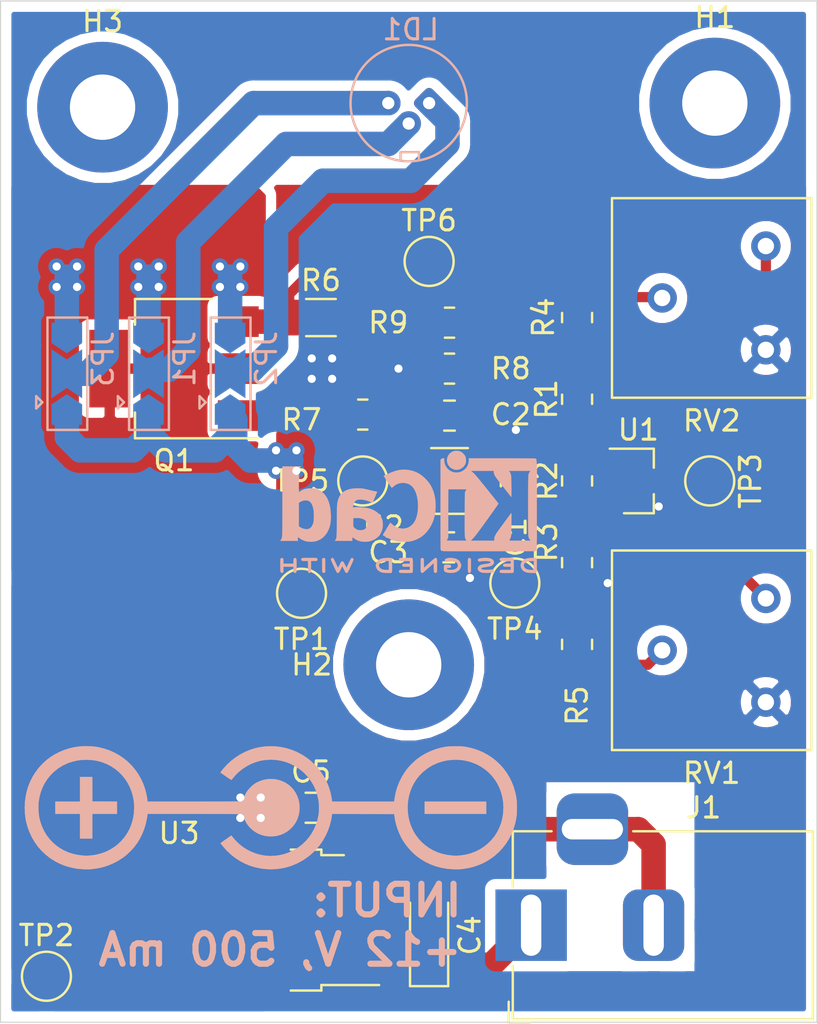
<source format=kicad_pcb>
(kicad_pcb (version 20171130) (host pcbnew "(5.1.10)-1")

  (general
    (thickness 1.6)
    (drawings 7)
    (tracks 153)
    (zones 0)
    (modules 36)
    (nets 17)
  )

  (page A4)
  (layers
    (0 F.Cu signal)
    (31 B.Cu signal)
    (32 B.Adhes user)
    (33 F.Adhes user)
    (34 B.Paste user)
    (35 F.Paste user)
    (36 B.SilkS user)
    (37 F.SilkS user)
    (38 B.Mask user)
    (39 F.Mask user)
    (40 Dwgs.User user)
    (41 Cmts.User user)
    (42 Eco1.User user)
    (43 Eco2.User user)
    (44 Edge.Cuts user)
    (45 Margin user)
    (46 B.CrtYd user)
    (47 F.CrtYd user)
    (48 B.Fab user)
    (49 F.Fab user hide)
  )

  (setup
    (last_trace_width 0.5)
    (trace_clearance 0.21)
    (zone_clearance 0.508)
    (zone_45_only yes)
    (trace_min 0.1524)
    (via_size 0.8)
    (via_drill 0.4)
    (via_min_size 0.508)
    (via_min_drill 0.254)
    (uvia_size 0.8)
    (uvia_drill 0.4)
    (uvias_allowed no)
    (uvia_min_size 0.508)
    (uvia_min_drill 0.254)
    (edge_width 0.05)
    (segment_width 0.2)
    (pcb_text_width 0.3)
    (pcb_text_size 1.5 1.5)
    (mod_edge_width 0.12)
    (mod_text_size 1 1)
    (mod_text_width 0.15)
    (pad_size 1.524 1.524)
    (pad_drill 0.762)
    (pad_to_mask_clearance 0.0508)
    (aux_axis_origin 0 0)
    (visible_elements 7FFFFFFF)
    (pcbplotparams
      (layerselection 0x010fc_ffffffff)
      (usegerberextensions false)
      (usegerberattributes true)
      (usegerberadvancedattributes true)
      (creategerberjobfile true)
      (excludeedgelayer true)
      (linewidth 0.100000)
      (plotframeref false)
      (viasonmask false)
      (mode 1)
      (useauxorigin false)
      (hpglpennumber 1)
      (hpglpenspeed 20)
      (hpglpendiameter 15.000000)
      (psnegative false)
      (psa4output false)
      (plotreference true)
      (plotvalue true)
      (plotinvisibletext false)
      (padsonsilk false)
      (subtractmaskfromsilk false)
      (outputformat 1)
      (mirror false)
      (drillshape 1)
      (scaleselection 1)
      (outputdirectory ""))
  )

  (net 0 "")
  (net 1 GND)
  (net 2 "Net-(C1-Pad1)")
  (net 3 "Net-(C2-Pad2)")
  (net 4 "Net-(C2-Pad1)")
  (net 5 +9V)
  (net 6 +12V)
  (net 7 "/Light Source/Cathode")
  (net 8 "Net-(JP1-Pad2)")
  (net 9 "Net-(JP2-Pad2)")
  (net 10 "Net-(JP3-Pad2)")
  (net 11 "Net-(Q1-Pad1)")
  (net 12 /Vout)
  (net 13 /Vref)
  (net 14 "Net-(R4-Pad2)")
  (net 15 "Net-(R5-Pad2)")
  (net 16 "Net-(Q1-Pad3)")

  (net_class Default "This is the default net class."
    (clearance 0.21)
    (trace_width 0.5)
    (via_dia 0.8)
    (via_drill 0.4)
    (uvia_dia 0.8)
    (uvia_drill 0.4)
    (add_net /Vout)
    (add_net /Vref)
    (add_net "Net-(C1-Pad1)")
    (add_net "Net-(C2-Pad1)")
    (add_net "Net-(C2-Pad2)")
    (add_net "Net-(R4-Pad2)")
    (add_net "Net-(R5-Pad2)")
  )

  (net_class Power ""
    (clearance 0.21)
    (trace_width 1)
    (via_dia 0.8)
    (via_drill 0.4)
    (uvia_dia 0.8)
    (uvia_drill 0.4)
    (add_net +12V)
    (add_net +9V)
    (add_net "/Light Source/Cathode")
    (add_net GND)
    (add_net "Net-(JP1-Pad2)")
    (add_net "Net-(JP2-Pad2)")
    (add_net "Net-(JP3-Pad2)")
    (add_net "Net-(Q1-Pad1)")
    (add_net "Net-(Q1-Pad3)")
  )

  (module Symbol:Polarity_Center_Positive_6mm_SilkScreen (layer B.Cu) (tedit 0) (tstamp 6170FA22)
    (at 113.25 104.5 180)
    (descr "Polarity Logo, Center Positive")
    (tags "Logo Polarity Center Positive")
    (attr virtual)
    (fp_text reference REF** (at 0 0) (layer B.SilkS) hide
      (effects (font (size 1 1) (thickness 0.15)) (justify mirror))
    )
    (fp_text value Polarity_Center_Positive_6mm_SilkScreen (at 0.75 0) (layer B.Fab) hide
      (effects (font (size 1 1) (thickness 0.15)) (justify mirror))
    )
    (fp_poly (pts (xy 0.284256 3.001128) (xy 0.547425 2.965017) (xy 0.807122 2.90509) (xy 1.012228 2.839465)
      (xy 1.268147 2.733675) (xy 1.51242 2.605906) (xy 1.743838 2.457061) (xy 1.961189 2.288042)
      (xy 2.163266 2.099751) (xy 2.348858 1.893091) (xy 2.443478 1.771912) (xy 2.476932 1.726844)
      (xy 2.216524 1.545576) (xy 2.144808 1.496046) (xy 2.079485 1.451675) (xy 2.023498 1.414402)
      (xy 1.97979 1.386167) (xy 1.951304 1.368908) (xy 1.941402 1.364307) (xy 1.926901 1.373699)
      (xy 1.903123 1.398303) (xy 1.875675 1.4322) (xy 1.732794 1.602184) (xy 1.570246 1.759421)
      (xy 1.391036 1.902042) (xy 1.198171 2.028182) (xy 0.994655 2.135971) (xy 0.783496 2.223543)
      (xy 0.567698 2.28903) (xy 0.457703 2.313156) (xy 0.217037 2.346637) (xy -0.023002 2.355783)
      (xy -0.260705 2.341111) (xy -0.494363 2.303139) (xy -0.72227 2.242382) (xy -0.942717 2.159358)
      (xy -1.153994 2.054584) (xy -1.354395 1.928576) (xy -1.542211 1.781852) (xy -1.659937 1.672432)
      (xy -1.825706 1.490376) (xy -1.969395 1.296329) (xy -2.091049 1.090198) (xy -2.190714 0.871892)
      (xy -2.268438 0.64132) (xy -2.324266 0.39839) (xy -2.334213 0.339501) (xy -2.345559 0.242621)
      (xy -2.352486 0.129217) (xy -2.354991 0.007364) (xy -2.35307 -0.114862) (xy -2.346722 -0.229384)
      (xy -2.335943 -0.328126) (xy -2.334469 -0.337789) (xy -2.284095 -0.580493) (xy -2.211559 -0.813307)
      (xy -2.117667 -1.034956) (xy -2.003224 -1.244164) (xy -1.869035 -1.439658) (xy -1.715905 -1.620161)
      (xy -1.544638 -1.784399) (xy -1.356041 -1.931096) (xy -1.307722 -1.963926) (xy -1.097975 -2.088025)
      (xy -0.879554 -2.189266) (xy -0.654151 -2.267417) (xy -0.42346 -2.322247) (xy -0.189171 -2.353523)
      (xy 0.047023 -2.361015) (xy 0.283431 -2.34449) (xy 0.518361 -2.303717) (xy 0.734803 -2.243581)
      (xy 0.962539 -2.155388) (xy 1.178452 -2.045446) (xy 1.381155 -1.914717) (xy 1.569263 -1.764161)
      (xy 1.741389 -1.594741) (xy 1.844939 -1.473836) (xy 1.93834 -1.357029) (xy 1.997116 -1.399058)
      (xy 2.026126 -1.419575) (xy 2.07139 -1.451308) (xy 2.128479 -1.491166) (xy 2.192965 -1.536058)
      (xy 2.260223 -1.582754) (xy 2.32278 -1.626501) (xy 2.377595 -1.665552) (xy 2.421541 -1.697618)
      (xy 2.451487 -1.72041) (xy 2.464303 -1.73164) (xy 2.464555 -1.732202) (xy 2.456524 -1.749257)
      (xy 2.434321 -1.781416) (xy 2.400782 -1.825259) (xy 2.358744 -1.877364) (xy 2.311043 -1.934311)
      (xy 2.260514 -1.992677) (xy 2.209995 -2.049043) (xy 2.16232 -2.099988) (xy 2.144448 -2.118319)
      (xy 1.940602 -2.307021) (xy 1.724123 -2.474233) (xy 1.495976 -2.61955) (xy 1.257126 -2.74257)
      (xy 1.008539 -2.842889) (xy 0.751181 -2.920101) (xy 0.486016 -2.973804) (xy 0.214011 -3.003594)
      (xy 0.012575 -3.010009) (xy -0.243699 -3.001123) (xy -0.486153 -2.973925) (xy -0.719254 -2.927366)
      (xy -0.947468 -2.860401) (xy -1.175259 -2.771983) (xy -1.348534 -2.690949) (xy -1.587073 -2.557788)
      (xy -1.811248 -2.404378) (xy -2.019904 -2.231867) (xy -2.211883 -2.041403) (xy -2.386027 -1.834133)
      (xy -2.54118 -1.611206) (xy -2.676135 -1.373868) (xy -2.789227 -1.126949) (xy -2.878205 -0.876394)
      (xy -2.944096 -0.619067) (xy -2.970293 -0.477107) (xy -2.998492 -0.301682) (xy -6.04193 -0.30807)
      (xy -6.051432 -0.396089) (xy -6.084346 -0.609191) (xy -6.136827 -0.829042) (xy -6.206756 -1.049657)
      (xy -6.292014 -1.265049) (xy -6.390482 -1.469234) (xy -6.49424 -1.647228) (xy -6.591951 -1.78852)
      (xy -6.703809 -1.931369) (xy -6.824788 -2.070155) (xy -6.949861 -2.199258) (xy -7.074001 -2.313056)
      (xy -7.133232 -2.361737) (xy -7.358571 -2.52377) (xy -7.593664 -2.662626) (xy -7.838465 -2.778289)
      (xy -8.092929 -2.870744) (xy -8.35701 -2.939973) (xy -8.630664 -2.985961) (xy -8.913844 -3.008692)
      (xy -8.971732 -3.010449) (xy -9.048547 -3.011815) (xy -9.120133 -3.012465) (xy -9.181259 -3.012398)
      (xy -9.226699 -3.011615) (xy -9.248366 -3.010459) (xy -9.418838 -2.991313) (xy -9.570515 -2.96932)
      (xy -9.709697 -2.943227) (xy -9.842687 -2.911783) (xy -9.975787 -2.873736) (xy -10.040544 -2.853095)
      (xy -10.291003 -2.757922) (xy -10.529277 -2.641341) (xy -10.75432 -2.504491) (xy -10.965087 -2.348512)
      (xy -11.160533 -2.174541) (xy -11.339612 -1.983718) (xy -11.501277 -1.777183) (xy -11.644485 -1.556073)
      (xy -11.768188 -1.321529) (xy -11.871342 -1.074689) (xy -11.952901 -0.816692) (xy -11.969501 -0.751783)
      (xy -11.995396 -0.640579) (xy -12.015476 -0.540777) (xy -12.030408 -0.446295) (xy -12.04086 -0.351052)
      (xy -12.047499 -0.248966) (xy -12.050993 -0.133958) (xy -12.052008 0) (xy -12.051961 0.006287)
      (xy -11.392277 0.006287) (xy -11.380589 -0.243496) (xy -11.345747 -0.48557) (xy -11.288088 -0.718899)
      (xy -11.207945 -0.942444) (xy -11.105653 -1.155171) (xy -10.981549 -1.35604) (xy -10.928562 -1.429281)
      (xy -10.776416 -1.610349) (xy -10.607296 -1.773641) (xy -10.422872 -1.918261) (xy -10.224812 -2.043313)
      (xy -10.014783 -2.147901) (xy -9.794455 -2.231129) (xy -9.565495 -2.292102) (xy -9.329571 -2.329924)
      (xy -9.235792 -2.338223) (xy -9.176993 -2.342248) (xy -9.125609 -2.345769) (xy -9.088 -2.348348)
      (xy -9.072326 -2.349427) (xy -9.050981 -2.349184) (xy -9.009949 -2.347311) (xy -8.954617 -2.344099)
      (xy -8.890374 -2.339841) (xy -8.871841 -2.338524) (xy -8.62738 -2.309016) (xy -8.392608 -2.257086)
      (xy -8.16857 -2.183783) (xy -7.956314 -2.090152) (xy -7.756886 -1.977241) (xy -7.571332 -1.846096)
      (xy -7.4007 -1.697765) (xy -7.246035 -1.533294) (xy -7.108384 -1.35373) (xy -6.988794 -1.16012)
      (xy -6.888311 -0.953511) (xy -6.807981 -0.734949) (xy -6.748851 -0.505482) (xy -6.711969 -0.266157)
      (xy -6.703799 -0.169753) (xy -6.699129 0.07928) (xy -6.717617 0.322066) (xy -6.758571 0.55736)
      (xy -6.8213 0.783916) (xy -6.905113 1.000488) (xy -7.009318 1.205831) (xy -7.133224 1.3987)
      (xy -7.27614 1.577848) (xy -7.437374 1.742031) (xy -7.616236 1.890004) (xy -7.812033 2.020519)
      (xy -7.966054 2.104451) (xy -8.184917 2.199453) (xy -8.412286 2.271733) (xy -8.645855 2.321274)
      (xy -8.883323 2.348062) (xy -9.122385 2.352081) (xy -9.360736 2.333315) (xy -9.596074 2.291748)
      (xy -9.826095 2.227366) (xy -10.048494 2.140152) (xy -10.094271 2.118812) (xy -10.303883 2.004752)
      (xy -10.497469 1.871949) (xy -10.674261 1.721652) (xy -10.833495 1.555108) (xy -10.974402 1.373564)
      (xy -11.096216 1.178269) (xy -11.198171 0.97047) (xy -11.279501 0.751413) (xy -11.339438 0.522348)
      (xy -11.377216 0.284521) (xy -11.39207 0.039179) (xy -11.392277 0.006287) (xy -12.051961 0.006287)
      (xy -12.050991 0.133835) (xy -12.047509 0.248714) (xy -12.040919 0.350763) (xy -12.030579 0.446106)
      (xy -12.015845 0.540869) (xy -11.996075 0.64118) (xy -11.974779 0.735594) (xy -11.900651 0.99749)
      (xy -11.804584 1.248129) (xy -11.687615 1.486489) (xy -11.550777 1.711548) (xy -11.395105 1.922281)
      (xy -11.221632 2.117667) (xy -11.031395 2.296684) (xy -10.825425 2.458307) (xy -10.60476 2.601516)
      (xy -10.370432 2.725287) (xy -10.123476 2.828597) (xy -9.864926 2.910424) (xy -9.745049 2.93997)
      (xy -9.641728 2.962304) (xy -9.550281 2.97959) (xy -9.464751 2.992425) (xy -9.37918 3.001407)
      (xy -9.287608 3.007132) (xy -9.184078 3.0102) (xy -9.062632 3.011206) (xy -9.034604 3.011212)
      (xy -8.899914 3.009991) (xy -8.784027 3.006137) (xy -8.680673 2.998985) (xy -8.583585 2.987876)
      (xy -8.486493 2.972148) (xy -8.383129 2.951138) (xy -8.312345 2.934981) (xy -8.066823 2.865442)
      (xy -7.825035 2.774094) (xy -7.591406 2.663026) (xy -7.370362 2.534331) (xy -7.178007 2.399149)
      (xy -7.086506 2.324214) (xy -6.98803 2.235914) (xy -6.889098 2.140592) (xy -6.796233 2.044595)
      (xy -6.715956 1.95427) (xy -6.696047 1.930148) (xy -6.544923 1.724736) (xy -6.410609 1.504129)
      (xy -6.294631 1.271846) (xy -6.198516 1.031408) (xy -6.123789 0.786335) (xy -6.071976 0.540146)
      (xy -6.060949 0.465247) (xy -6.053751 0.412554) (xy -6.04705 0.366637) (xy -6.042012 0.335397)
      (xy -6.041 0.330074) (xy -6.035164 0.301782) (xy -2.992673 0.301782) (xy -2.992673 0.331589)
      (xy -2.990028 0.36406) (xy -2.982783 0.415455) (xy -2.971976 0.480187) (xy -2.958641 0.552671)
      (xy -2.943815 0.627322) (xy -2.928534 0.698553) (xy -2.913835 0.760779) (xy -2.91101 0.771829)
      (xy -2.833687 1.020275) (xy -2.733013 1.262697) (xy -2.610485 1.496942) (xy -2.467601 1.720861)
      (xy -2.305857 1.932303) (xy -2.126752 2.129117) (xy -1.931781 2.309152) (xy -1.734549 2.461753)
      (xy -1.507065 2.607438) (xy -1.268951 2.731248) (xy -1.02197 2.832938) (xy -0.767883 2.912268)
      (xy -0.508455 2.968994) (xy -0.245447 3.002875) (xy 0.019378 3.013667) (xy 0.284256 3.001128)) (layer B.SilkS) (width 0.01))
    (fp_poly (pts (xy 9.174857 3.014648) (xy 9.284024 3.010439) (xy 9.337281 3.006461) (xy 9.605462 2.969918)
      (xy 9.868658 2.910608) (xy 10.124621 2.829446) (xy 10.371103 2.727346) (xy 10.605855 2.605224)
      (xy 10.82663 2.463993) (xy 11.002476 2.328892) (xy 11.201601 2.14635) (xy 11.382043 1.947388)
      (xy 11.543021 1.733246) (xy 11.683755 1.505162) (xy 11.803468 1.264377) (xy 11.90138 1.012131)
      (xy 11.964636 0.798451) (xy 12.018398 0.543687) (xy 12.051602 0.281875) (xy 12.064157 0.017474)
      (xy 12.05597 -0.245057) (xy 12.02695 -0.501257) (xy 11.994887 -0.671311) (xy 11.923092 -0.940062)
      (xy 11.829676 -1.197173) (xy 11.715269 -1.44171) (xy 11.580501 -1.672735) (xy 11.426002 -1.889311)
      (xy 11.252403 -2.090501) (xy 11.060332 -2.27537) (xy 10.85042 -2.44298) (xy 10.761866 -2.504804)
      (xy 10.530064 -2.645671) (xy 10.288075 -2.763787) (xy 10.035374 -2.859355) (xy 9.771434 -2.932574)
      (xy 9.515107 -2.980834) (xy 9.450666 -2.988743) (xy 9.371077 -2.996003) (xy 9.281678 -3.002373)
      (xy 9.187807 -3.007614) (xy 9.094804 -3.011484) (xy 9.008007 -3.013745) (xy 8.932755 -3.014155)
      (xy 8.874386 -3.012474) (xy 8.852278 -3.01067) (xy 8.821066 -3.007233) (xy 8.772553 -3.002019)
      (xy 8.714451 -2.995854) (xy 8.676238 -2.991837) (xy 8.427765 -2.953789) (xy 8.178947 -2.892397)
      (xy 7.933372 -2.809154) (xy 7.694629 -2.705555) (xy 7.466304 -2.583096) (xy 7.251985 -2.443269)
      (xy 7.123317 -2.344941) (xy 7.041263 -2.274354) (xy 6.951395 -2.190585) (xy 6.860509 -2.100408)
      (xy 6.775407 -2.010595) (xy 6.702885 -1.927921) (xy 6.694346 -1.917575) (xy 6.547547 -1.719178)
      (xy 6.416636 -1.503255) (xy 6.302872 -1.272735) (xy 6.207511 -1.030547) (xy 6.131813 -0.77962)
      (xy 6.077036 -0.522882) (xy 6.066417 -0.455817) (xy 6.043778 -0.301782) (xy 3.713079 -0.301782)
      (xy 3.418557 -0.301813) (xy 3.148274 -0.301908) (xy 2.90132 -0.302075) (xy 2.676786 -0.302318)
      (xy 2.473762 -0.302645) (xy 2.291339 -0.303061) (xy 2.128606 -0.303573) (xy 1.984655 -0.304186)
      (xy 1.858576 -0.304907) (xy 1.749459 -0.305742) (xy 1.656394 -0.306697) (xy 1.578473 -0.307778)
      (xy 1.514785 -0.308992) (xy 1.464421 -0.310343) (xy 1.426471 -0.31184) (xy 1.400026 -0.313486)
      (xy 1.384176 -0.31529) (xy 1.378011 -0.317256) (xy 1.37788 -0.3175) (xy 1.327173 -0.476421)
      (xy 1.271105 -0.614878) (xy 1.207193 -0.737391) (xy 1.132957 -0.848478) (xy 1.045915 -0.95266)
      (xy 1.006547 -0.993825) (xy 0.871272 -1.113268) (xy 0.723836 -1.212215) (xy 0.566533 -1.290661)
      (xy 0.401658 -1.348604) (xy 0.231506 -1.38604) (xy 0.058372 -1.402966) (xy -0.11545 -1.399379)
      (xy -0.287664 -1.375275) (xy -0.455977 -1.33065) (xy -0.618093 -1.265503) (xy -0.771717 -1.179829)
      (xy -0.914555 -1.073625) (xy -0.997447 -0.996705) (xy -1.119461 -0.858261) (xy -1.218275 -0.712292)
      (xy -1.295267 -0.556607) (xy -1.326614 -0.472636) (xy -1.375202 -0.291073) (xy -1.400427 -0.108158)
      (xy -1.401845 -0.004344) (xy 6.70208 -0.004344) (xy 6.712761 -0.24759) (xy 6.745199 -0.479902)
      (xy 6.79998 -0.703923) (xy 6.877694 -0.922297) (xy 6.934728 -1.049951) (xy 7.048116 -1.257535)
      (xy 7.180742 -1.449778) (xy 7.331277 -1.625814) (xy 7.498393 -1.784775) (xy 7.680761 -1.925794)
      (xy 7.877053 -2.048002) (xy 8.08594 -2.150533) (xy 8.306093 -2.23252) (xy 8.536185 -2.293094)
      (xy 8.774885 -2.331388) (xy 8.915149 -2.342962) (xy 8.960493 -2.345526) (xy 9.000104 -2.34792)
      (xy 9.015743 -2.34895) (xy 9.039636 -2.348885) (xy 9.082896 -2.347147) (xy 9.139817 -2.344021)
      (xy 9.204695 -2.339792) (xy 9.219086 -2.338769) (xy 9.465942 -2.309097) (xy 9.702815 -2.256947)
      (xy 9.928679 -2.183209) (xy 10.142509 -2.088772) (xy 10.343278 -1.974528) (xy 10.529962 -1.841366)
      (xy 10.701534 -1.690176) (xy 10.85697 -1.521849) (xy 10.995243 -1.337274) (xy 11.115328 -1.137342)
      (xy 11.216199 -0.922942) (xy 11.296831 -0.694965) (xy 11.348853 -0.490396) (xy 11.364778 -0.396023)
      (xy 11.377338 -0.283696) (xy 11.386253 -0.160418) (xy 11.391244 -0.033195) (xy 11.392031 0.09097)
      (xy 11.388335 0.205073) (xy 11.380336 0.298428) (xy 11.338179 0.544573) (xy 11.27385 0.779343)
      (xy 11.187746 1.002085) (xy 11.080266 1.212147) (xy 10.951808 1.408874) (xy 10.802769 1.591613)
      (xy 10.633549 1.759712) (xy 10.444545 1.912517) (xy 10.361188 1.970754) (xy 10.16887 2.084639)
      (xy 9.963132 2.178815) (xy 9.746574 2.252959) (xy 9.521795 2.306745) (xy 9.291396 2.339851)
      (xy 9.057977 2.351952) (xy 8.824137 2.342726) (xy 8.592478 2.311847) (xy 8.365598 2.258993)
      (xy 8.273862 2.230663) (xy 8.05044 2.143625) (xy 7.840598 2.036014) (xy 7.645283 1.909004)
      (xy 7.465446 1.763769) (xy 7.302034 1.601483) (xy 7.155996 1.423319) (xy 7.028281 1.230451)
      (xy 6.919836 1.024053) (xy 6.831612 0.805299) (xy 6.764556 0.575363) (xy 6.719617 0.335418)
      (xy 6.71527 0.302112) (xy 6.710532 0.250426) (xy 6.706549 0.181414) (xy 6.703657 0.102894)
      (xy 6.702192 0.022684) (xy 6.70208 -0.004344) (xy -1.401845 -0.004344) (xy -1.402915 0.073943)
      (xy -1.383295 0.253064) (xy -1.342196 0.427039) (xy -1.280244 0.593704) (xy -1.198068 0.750892)
      (xy -1.096295 0.896437) (xy -0.975555 1.028174) (xy -0.863789 1.123647) (xy -0.712718 1.223451)
      (xy -0.550818 1.301889) (xy -0.380623 1.358897) (xy -0.204671 1.394412) (xy -0.025498 1.40837)
      (xy 0.154362 1.400708) (xy 0.332372 1.371363) (xy 0.505996 1.320272) (xy 0.672698 1.247369)
      (xy 0.81104 1.165539) (xy 0.852564 1.134713) (xy 0.903937 1.092358) (xy 0.957473 1.04497)
      (xy 0.990135 1.014209) (xy 1.098871 0.89663) (xy 1.190296 0.770545) (xy 1.266541 0.632132)
      (xy 1.329734 0.477568) (xy 1.378259 0.3175) (xy 1.383286 0.315514) (xy 1.397888 0.313692)
      (xy 1.422974 0.312027) (xy 1.459453 0.310514) (xy 1.508236 0.309146) (xy 1.570231 0.307916)
      (xy 1.646348 0.30682) (xy 1.737496 0.30585) (xy 1.844585 0.305002) (xy 1.968524 0.304267)
      (xy 2.110222 0.303641) (xy 2.270588 0.303118) (xy 2.450533 0.30269) (xy 2.650965 0.302353)
      (xy 2.872794 0.3021) (xy 3.11693 0.301924) (xy 3.384281 0.301821) (xy 3.675757 0.301782)
      (xy 6.045749 0.301782) (xy 6.054377 0.380371) (xy 6.077423 0.538056) (xy 6.112328 0.707353)
      (xy 6.156755 0.879114) (xy 6.208371 1.04419) (xy 6.257 1.174493) (xy 6.371297 1.422295)
      (xy 6.505546 1.65544) (xy 6.658707 1.873121) (xy 6.829739 2.074532) (xy 7.017603 2.258866)
      (xy 7.221259 2.425314) (xy 7.439665 2.57307) (xy 7.671783 2.701326) (xy 7.916573 2.809276)
      (xy 8.172993 2.896112) (xy 8.440005 2.961027) (xy 8.592836 2.987365) (xy 8.689124 2.998626)
      (xy 8.802953 3.007176) (xy 8.92684 3.012825) (xy 9.053302 3.01538) (xy 9.174857 3.014648)) (layer B.SilkS) (width 0.01))
    (fp_poly (pts (xy -7.53198 -0.301782) (xy -10.549802 -0.301782) (xy -10.549802 0.301782) (xy -7.53198 0.301782)
      (xy -7.53198 -0.301782)) (layer B.SilkS) (width 0.01))
    (fp_poly (pts (xy 9.355248 0.301782) (xy 10.562377 0.301782) (xy 10.562377 -0.301782) (xy 9.355248 -0.301782)
      (xy 9.355248 -1.508911) (xy 8.751684 -1.508911) (xy 8.751684 -0.301782) (xy 7.544555 -0.301782)
      (xy 7.544555 0.301538) (xy 8.144976 0.304804) (xy 8.745396 0.308069) (xy 8.748662 0.90849)
      (xy 8.751927 1.508911) (xy 9.355248 1.508911) (xy 9.355248 0.301782)) (layer B.SilkS) (width 0.01))
  )

  (module Symbol:KiCad-Logo2_5mm_SilkScreen (layer B.Cu) (tedit 0) (tstamp 6170F521)
    (at 120 90 180)
    (descr "KiCad Logo")
    (tags "Logo KiCad")
    (attr virtual)
    (fp_text reference REF** (at 0 5.08) (layer B.SilkS) hide
      (effects (font (size 1 1) (thickness 0.15)) (justify mirror))
    )
    (fp_text value KiCad-Logo2_5mm_SilkScreen (at 0 -5.08) (layer B.Fab)
      (effects (font (size 1 1) (thickness 0.15)) (justify mirror))
    )
    (fp_poly (pts (xy -2.9464 2.510946) (xy -2.935535 2.397007) (xy -2.903918 2.289384) (xy -2.853015 2.190385)
      (xy -2.784293 2.102316) (xy -2.699219 2.027484) (xy -2.602232 1.969616) (xy -2.495964 1.929995)
      (xy -2.38895 1.911427) (xy -2.2833 1.912566) (xy -2.181125 1.93207) (xy -2.084534 1.968594)
      (xy -1.995638 2.020795) (xy -1.916546 2.087327) (xy -1.849369 2.166848) (xy -1.796217 2.258013)
      (xy -1.759199 2.359477) (xy -1.740427 2.469898) (xy -1.738489 2.519794) (xy -1.738489 2.607733)
      (xy -1.68656 2.607733) (xy -1.650253 2.604889) (xy -1.623355 2.593089) (xy -1.596249 2.569351)
      (xy -1.557867 2.530969) (xy -1.557867 0.339398) (xy -1.557876 0.077261) (xy -1.557908 -0.163241)
      (xy -1.557972 -0.383048) (xy -1.558076 -0.583101) (xy -1.558227 -0.764344) (xy -1.558434 -0.927716)
      (xy -1.558706 -1.07416) (xy -1.55905 -1.204617) (xy -1.559474 -1.320029) (xy -1.559987 -1.421338)
      (xy -1.560597 -1.509484) (xy -1.561312 -1.58541) (xy -1.56214 -1.650057) (xy -1.563089 -1.704367)
      (xy -1.564167 -1.74928) (xy -1.565383 -1.78574) (xy -1.566745 -1.814687) (xy -1.568261 -1.837063)
      (xy -1.569938 -1.853809) (xy -1.571786 -1.865868) (xy -1.573813 -1.87418) (xy -1.576025 -1.879687)
      (xy -1.577108 -1.881537) (xy -1.581271 -1.888549) (xy -1.584805 -1.894996) (xy -1.588635 -1.9009)
      (xy -1.593682 -1.906286) (xy -1.600871 -1.911178) (xy -1.611123 -1.915598) (xy -1.625364 -1.919572)
      (xy -1.644514 -1.923121) (xy -1.669499 -1.92627) (xy -1.70124 -1.929042) (xy -1.740662 -1.931461)
      (xy -1.788686 -1.933551) (xy -1.846237 -1.935335) (xy -1.914237 -1.936837) (xy -1.99361 -1.93808)
      (xy -2.085279 -1.939089) (xy -2.190166 -1.939885) (xy -2.309196 -1.940494) (xy -2.44329 -1.940939)
      (xy -2.593373 -1.941243) (xy -2.760367 -1.94143) (xy -2.945196 -1.941524) (xy -3.148783 -1.941548)
      (xy -3.37205 -1.941525) (xy -3.615922 -1.94148) (xy -3.881321 -1.941437) (xy -3.919704 -1.941432)
      (xy -4.186682 -1.941389) (xy -4.432002 -1.941318) (xy -4.656583 -1.941213) (xy -4.861345 -1.941066)
      (xy -5.047206 -1.940869) (xy -5.215088 -1.940616) (xy -5.365908 -1.9403) (xy -5.500587 -1.939913)
      (xy -5.620044 -1.939447) (xy -5.725199 -1.938897) (xy -5.816971 -1.938253) (xy -5.896279 -1.937511)
      (xy -5.964043 -1.936661) (xy -6.021182 -1.935697) (xy -6.068617 -1.934611) (xy -6.107266 -1.933397)
      (xy -6.138049 -1.932047) (xy -6.161885 -1.930555) (xy -6.179694 -1.928911) (xy -6.192395 -1.927111)
      (xy -6.200908 -1.925145) (xy -6.205266 -1.923477) (xy -6.213728 -1.919906) (xy -6.221497 -1.91727)
      (xy -6.228602 -1.914634) (xy -6.235073 -1.911062) (xy -6.240939 -1.905621) (xy -6.246229 -1.897375)
      (xy -6.250974 -1.88539) (xy -6.255202 -1.868731) (xy -6.258943 -1.846463) (xy -6.262227 -1.817652)
      (xy -6.265083 -1.781363) (xy -6.26754 -1.736661) (xy -6.269629 -1.682611) (xy -6.271378 -1.618279)
      (xy -6.272817 -1.54273) (xy -6.273976 -1.45503) (xy -6.274883 -1.354243) (xy -6.275569 -1.239434)
      (xy -6.276063 -1.10967) (xy -6.276395 -0.964015) (xy -6.276593 -0.801535) (xy -6.276687 -0.621295)
      (xy -6.276708 -0.42236) (xy -6.276685 -0.203796) (xy -6.276646 0.035332) (xy -6.276622 0.29596)
      (xy -6.276622 0.338111) (xy -6.276636 0.601008) (xy -6.276661 0.842268) (xy -6.276671 1.062835)
      (xy -6.276642 1.263648) (xy -6.276548 1.445651) (xy -6.276362 1.609784) (xy -6.276059 1.756989)
      (xy -6.275614 1.888208) (xy -6.275034 1.998133) (xy -5.972197 1.998133) (xy -5.932407 1.940289)
      (xy -5.921236 1.924521) (xy -5.911166 1.910559) (xy -5.902138 1.897216) (xy -5.894097 1.883307)
      (xy -5.886986 1.867644) (xy -5.880747 1.849042) (xy -5.875325 1.826314) (xy -5.870662 1.798273)
      (xy -5.866701 1.763733) (xy -5.863385 1.721508) (xy -5.860659 1.670411) (xy -5.858464 1.609256)
      (xy -5.856745 1.536856) (xy -5.855444 1.452025) (xy -5.854505 1.353578) (xy -5.85387 1.240326)
      (xy -5.853484 1.111084) (xy -5.853288 0.964666) (xy -5.853227 0.799884) (xy -5.853243 0.615553)
      (xy -5.85328 0.410487) (xy -5.853289 0.287867) (xy -5.853265 0.070918) (xy -5.853231 -0.124642)
      (xy -5.853243 -0.299999) (xy -5.853358 -0.456341) (xy -5.85363 -0.594857) (xy -5.854118 -0.716734)
      (xy -5.854876 -0.82316) (xy -5.855962 -0.915322) (xy -5.857431 -0.994409) (xy -5.85934 -1.061608)
      (xy -5.861744 -1.118107) (xy -5.864701 -1.165093) (xy -5.868266 -1.203755) (xy -5.872495 -1.23528)
      (xy -5.877446 -1.260855) (xy -5.883173 -1.28167) (xy -5.889733 -1.298911) (xy -5.897183 -1.313765)
      (xy -5.905579 -1.327422) (xy -5.914976 -1.341069) (xy -5.925432 -1.355893) (xy -5.931523 -1.364783)
      (xy -5.970296 -1.4224) (xy -5.438732 -1.4224) (xy -5.315483 -1.422365) (xy -5.212987 -1.422215)
      (xy -5.12942 -1.421878) (xy -5.062956 -1.421286) (xy -5.011771 -1.420367) (xy -4.974041 -1.419051)
      (xy -4.94794 -1.417269) (xy -4.931644 -1.414951) (xy -4.923328 -1.412026) (xy -4.921168 -1.408424)
      (xy -4.923339 -1.404075) (xy -4.924535 -1.402645) (xy -4.949685 -1.365573) (xy -4.975583 -1.312772)
      (xy -4.999192 -1.25077) (xy -5.007461 -1.224357) (xy -5.012078 -1.206416) (xy -5.015979 -1.185355)
      (xy -5.019248 -1.159089) (xy -5.021966 -1.125532) (xy -5.024215 -1.082599) (xy -5.026077 -1.028204)
      (xy -5.027636 -0.960262) (xy -5.028972 -0.876688) (xy -5.030169 -0.775395) (xy -5.031308 -0.6543)
      (xy -5.031685 -0.6096) (xy -5.032702 -0.484449) (xy -5.03346 -0.380082) (xy -5.033903 -0.294707)
      (xy -5.03397 -0.226533) (xy -5.033605 -0.173765) (xy -5.032748 -0.134614) (xy -5.031341 -0.107285)
      (xy -5.029325 -0.089986) (xy -5.026643 -0.080926) (xy -5.023236 -0.078312) (xy -5.019044 -0.080351)
      (xy -5.014571 -0.084667) (xy -5.004216 -0.097602) (xy -4.982158 -0.126676) (xy -4.949957 -0.169759)
      (xy -4.909174 -0.224718) (xy -4.86137 -0.289423) (xy -4.808105 -0.361742) (xy -4.75094 -0.439544)
      (xy -4.691437 -0.520698) (xy -4.631155 -0.603072) (xy -4.571655 -0.684536) (xy -4.514498 -0.762957)
      (xy -4.461245 -0.836204) (xy -4.413457 -0.902147) (xy -4.372693 -0.958654) (xy -4.340516 -1.003593)
      (xy -4.318485 -1.034834) (xy -4.313917 -1.041466) (xy -4.290996 -1.078369) (xy -4.264188 -1.126359)
      (xy -4.238789 -1.175897) (xy -4.235568 -1.182577) (xy -4.21389 -1.230772) (xy -4.201304 -1.268334)
      (xy -4.195574 -1.30416) (xy -4.194456 -1.3462) (xy -4.19509 -1.4224) (xy -3.040651 -1.4224)
      (xy -3.131815 -1.328669) (xy -3.178612 -1.278775) (xy -3.228899 -1.222295) (xy -3.274944 -1.168026)
      (xy -3.295369 -1.142673) (xy -3.325807 -1.103128) (xy -3.365862 -1.049916) (xy -3.414361 -0.984667)
      (xy -3.470135 -0.909011) (xy -3.532011 -0.824577) (xy -3.598819 -0.732994) (xy -3.669387 -0.635892)
      (xy -3.742545 -0.534901) (xy -3.817121 -0.43165) (xy -3.891944 -0.327768) (xy -3.965843 -0.224885)
      (xy -4.037646 -0.124631) (xy -4.106184 -0.028636) (xy -4.170284 0.061473) (xy -4.228775 0.144064)
      (xy -4.280486 0.217508) (xy -4.324247 0.280176) (xy -4.358885 0.330439) (xy -4.38323 0.366666)
      (xy -4.396111 0.387229) (xy -4.397869 0.391332) (xy -4.38991 0.402658) (xy -4.369115 0.429838)
      (xy -4.336847 0.471171) (xy -4.29447 0.524956) (xy -4.243347 0.589494) (xy -4.184841 0.663082)
      (xy -4.120314 0.744022) (xy -4.051131 0.830612) (xy -3.978653 0.921152) (xy -3.904246 1.01394)
      (xy -3.844517 1.088298) (xy -2.833511 1.088298) (xy -2.827602 1.075341) (xy -2.813272 1.053092)
      (xy -2.812225 1.051609) (xy -2.793438 1.021456) (xy -2.773791 0.984625) (xy -2.769892 0.976489)
      (xy -2.766356 0.96806) (xy -2.76323 0.957941) (xy -2.760486 0.94474) (xy -2.758092 0.927062)
      (xy -2.756019 0.903516) (xy -2.754235 0.872707) (xy -2.752712 0.833243) (xy -2.751419 0.783731)
      (xy -2.750326 0.722777) (xy -2.749403 0.648989) (xy -2.748619 0.560972) (xy -2.747945 0.457335)
      (xy -2.74735 0.336684) (xy -2.746805 0.197626) (xy -2.746279 0.038768) (xy -2.745745 -0.140089)
      (xy -2.745206 -0.325207) (xy -2.744772 -0.489145) (xy -2.744509 -0.633303) (xy -2.744484 -0.759079)
      (xy -2.744765 -0.867871) (xy -2.745419 -0.961077) (xy -2.746514 -1.040097) (xy -2.748118 -1.106328)
      (xy -2.750297 -1.16117) (xy -2.753119 -1.206021) (xy -2.756651 -1.242278) (xy -2.760961 -1.271341)
      (xy -2.766117 -1.294609) (xy -2.772185 -1.313479) (xy -2.779233 -1.329351) (xy -2.787329 -1.343622)
      (xy -2.79654 -1.357691) (xy -2.80504 -1.370158) (xy -2.822176 -1.396452) (xy -2.832322 -1.414037)
      (xy -2.833511 -1.417257) (xy -2.822604 -1.418334) (xy -2.791411 -1.419335) (xy -2.742223 -1.420235)
      (xy -2.677333 -1.42101) (xy -2.59903 -1.421637) (xy -2.509607 -1.422091) (xy -2.411356 -1.422349)
      (xy -2.342445 -1.4224) (xy -2.237452 -1.42218) (xy -2.14061 -1.421548) (xy -2.054107 -1.420549)
      (xy -1.980132 -1.419227) (xy -1.920874 -1.417626) (xy -1.87852 -1.415791) (xy -1.85526 -1.413765)
      (xy -1.851378 -1.412493) (xy -1.859076 -1.397591) (xy -1.867074 -1.38956) (xy -1.880246 -1.372434)
      (xy -1.897485 -1.342183) (xy -1.909407 -1.317622) (xy -1.936045 -1.258711) (xy -1.93912 -0.081845)
      (xy -1.942195 1.095022) (xy -2.387853 1.095022) (xy -2.48567 1.094858) (xy -2.576064 1.094389)
      (xy -2.65663 1.093653) (xy -2.724962 1.092684) (xy -2.778656 1.09152) (xy -2.815305 1.090197)
      (xy -2.832504 1.088751) (xy -2.833511 1.088298) (xy -3.844517 1.088298) (xy -3.82927 1.107278)
      (xy -3.75509 1.199463) (xy -3.683069 1.288796) (xy -3.614569 1.373576) (xy -3.550955 1.452102)
      (xy -3.493588 1.522674) (xy -3.443833 1.583591) (xy -3.403052 1.633153) (xy -3.385888 1.653822)
      (xy -3.299596 1.754484) (xy -3.222997 1.837741) (xy -3.154183 1.905562) (xy -3.091248 1.959911)
      (xy -3.081867 1.967278) (xy -3.042356 1.997883) (xy -4.174116 1.998133) (xy -4.168827 1.950156)
      (xy -4.17213 1.892812) (xy -4.193661 1.824537) (xy -4.233635 1.744788) (xy -4.278943 1.672505)
      (xy -4.295161 1.64986) (xy -4.323214 1.612304) (xy -4.36143 1.561979) (xy -4.408137 1.501027)
      (xy -4.461661 1.431589) (xy -4.520331 1.355806) (xy -4.582475 1.27582) (xy -4.646421 1.193772)
      (xy -4.710495 1.111804) (xy -4.773027 1.032057) (xy -4.832343 0.956673) (xy -4.886771 0.887793)
      (xy -4.934639 0.827558) (xy -4.974275 0.778111) (xy -5.004006 0.741592) (xy -5.022161 0.720142)
      (xy -5.02522 0.716844) (xy -5.028079 0.724851) (xy -5.030293 0.755145) (xy -5.031857 0.807444)
      (xy -5.032767 0.881469) (xy -5.03302 0.976937) (xy -5.032613 1.093566) (xy -5.031704 1.213555)
      (xy -5.030382 1.345667) (xy -5.028857 1.457406) (xy -5.026881 1.550975) (xy -5.024206 1.628581)
      (xy -5.020582 1.692426) (xy -5.015761 1.744717) (xy -5.009494 1.787656) (xy -5.001532 1.823449)
      (xy -4.991627 1.8543) (xy -4.979531 1.882414) (xy -4.964993 1.909995) (xy -4.950311 1.935034)
      (xy -4.912314 1.998133) (xy -5.972197 1.998133) (xy -6.275034 1.998133) (xy -6.275001 2.004383)
      (xy -6.274195 2.106456) (xy -6.27317 2.195367) (xy -6.2719 2.272059) (xy -6.27036 2.337473)
      (xy -6.268524 2.392551) (xy -6.266367 2.438235) (xy -6.263863 2.475466) (xy -6.260987 2.505187)
      (xy -6.257713 2.528338) (xy -6.254015 2.545861) (xy -6.249869 2.558699) (xy -6.245247 2.567792)
      (xy -6.240126 2.574082) (xy -6.234478 2.578512) (xy -6.228279 2.582022) (xy -6.221504 2.585555)
      (xy -6.215508 2.589124) (xy -6.210275 2.5917) (xy -6.202099 2.594028) (xy -6.189886 2.596122)
      (xy -6.172541 2.597993) (xy -6.148969 2.599653) (xy -6.118077 2.601116) (xy -6.078768 2.602392)
      (xy -6.02995 2.603496) (xy -5.970527 2.604439) (xy -5.899404 2.605233) (xy -5.815488 2.605891)
      (xy -5.717683 2.606425) (xy -5.604894 2.606847) (xy -5.476029 2.607171) (xy -5.329991 2.607408)
      (xy -5.165686 2.60757) (xy -4.98202 2.60767) (xy -4.777897 2.60772) (xy -4.566753 2.607733)
      (xy -2.9464 2.607733) (xy -2.9464 2.510946)) (layer B.SilkS) (width 0.01))
    (fp_poly (pts (xy 0.328429 2.050929) (xy 0.48857 2.029755) (xy 0.65251 1.989615) (xy 0.822313 1.930111)
      (xy 1.000043 1.850846) (xy 1.01131 1.845301) (xy 1.069005 1.817275) (xy 1.120552 1.793198)
      (xy 1.162191 1.774751) (xy 1.190162 1.763614) (xy 1.199733 1.761067) (xy 1.21895 1.756059)
      (xy 1.223561 1.751853) (xy 1.218458 1.74142) (xy 1.202418 1.715132) (xy 1.177288 1.675743)
      (xy 1.144914 1.626009) (xy 1.107143 1.568685) (xy 1.065822 1.506524) (xy 1.022798 1.442282)
      (xy 0.979917 1.378715) (xy 0.939026 1.318575) (xy 0.901971 1.26462) (xy 0.8706 1.219603)
      (xy 0.846759 1.186279) (xy 0.832294 1.167403) (xy 0.830309 1.165213) (xy 0.820191 1.169862)
      (xy 0.79785 1.187038) (xy 0.76728 1.21356) (xy 0.751536 1.228036) (xy 0.655047 1.303318)
      (xy 0.548336 1.358759) (xy 0.432832 1.393859) (xy 0.309962 1.40812) (xy 0.240561 1.406949)
      (xy 0.119423 1.389788) (xy 0.010205 1.353906) (xy -0.087418 1.299041) (xy -0.173772 1.22493)
      (xy -0.249185 1.131312) (xy -0.313982 1.017924) (xy -0.351399 0.931333) (xy -0.395252 0.795634)
      (xy -0.427572 0.64815) (xy -0.448443 0.492686) (xy -0.457949 0.333044) (xy -0.456173 0.173027)
      (xy -0.443197 0.016439) (xy -0.419106 -0.132918) (xy -0.383982 -0.27124) (xy -0.337908 -0.394724)
      (xy -0.321627 -0.428978) (xy -0.25338 -0.543064) (xy -0.172921 -0.639557) (xy -0.08143 -0.71767)
      (xy 0.019911 -0.776617) (xy 0.12992 -0.815612) (xy 0.247415 -0.833868) (xy 0.288883 -0.835211)
      (xy 0.410441 -0.82429) (xy 0.530878 -0.791474) (xy 0.648666 -0.737439) (xy 0.762277 -0.662865)
      (xy 0.853685 -0.584539) (xy 0.900215 -0.540008) (xy 1.081483 -0.837271) (xy 1.12658 -0.911433)
      (xy 1.167819 -0.979646) (xy 1.203735 -1.039459) (xy 1.232866 -1.08842) (xy 1.25375 -1.124079)
      (xy 1.264924 -1.143984) (xy 1.266375 -1.147079) (xy 1.258146 -1.156718) (xy 1.232567 -1.173999)
      (xy 1.192873 -1.197283) (xy 1.142297 -1.224934) (xy 1.084074 -1.255315) (xy 1.021437 -1.28679)
      (xy 0.957621 -1.317722) (xy 0.89586 -1.346473) (xy 0.839388 -1.371408) (xy 0.791438 -1.390889)
      (xy 0.767986 -1.399318) (xy 0.634221 -1.437133) (xy 0.496327 -1.462136) (xy 0.348622 -1.47514)
      (xy 0.221833 -1.477468) (xy 0.153878 -1.476373) (xy 0.088277 -1.474275) (xy 0.030847 -1.471434)
      (xy -0.012597 -1.468106) (xy -0.026702 -1.466422) (xy -0.165716 -1.437587) (xy -0.307243 -1.392468)
      (xy -0.444725 -1.33375) (xy -0.571606 -1.26412) (xy -0.649111 -1.211441) (xy -0.776519 -1.103239)
      (xy -0.894822 -0.976671) (xy -1.001828 -0.834866) (xy -1.095348 -0.680951) (xy -1.17319 -0.518053)
      (xy -1.217044 -0.400756) (xy -1.267292 -0.217128) (xy -1.300791 -0.022581) (xy -1.317551 0.178675)
      (xy -1.317584 0.382432) (xy -1.300899 0.584479) (xy -1.267507 0.780608) (xy -1.21742 0.966609)
      (xy -1.213603 0.978197) (xy -1.150719 1.14025) (xy -1.073972 1.288168) (xy -0.980758 1.426135)
      (xy -0.868473 1.558339) (xy -0.824608 1.603601) (xy -0.688466 1.727543) (xy -0.548509 1.830085)
      (xy -0.402589 1.912344) (xy -0.248558 1.975436) (xy -0.084268 2.020477) (xy 0.011289 2.037967)
      (xy 0.170023 2.053534) (xy 0.328429 2.050929)) (layer B.SilkS) (width 0.01))
    (fp_poly (pts (xy 2.673574 1.133448) (xy 2.825492 1.113433) (xy 2.960756 1.079798) (xy 3.080239 1.032275)
      (xy 3.184815 0.970595) (xy 3.262424 0.907035) (xy 3.331265 0.832901) (xy 3.385006 0.753129)
      (xy 3.42791 0.660909) (xy 3.443384 0.617839) (xy 3.456244 0.578858) (xy 3.467446 0.542711)
      (xy 3.47712 0.507566) (xy 3.485396 0.47159) (xy 3.492403 0.43295) (xy 3.498272 0.389815)
      (xy 3.503131 0.340351) (xy 3.50711 0.282727) (xy 3.51034 0.215109) (xy 3.512949 0.135666)
      (xy 3.515067 0.042564) (xy 3.516824 -0.066027) (xy 3.518349 -0.191942) (xy 3.519772 -0.337012)
      (xy 3.521025 -0.479778) (xy 3.522351 -0.635968) (xy 3.523556 -0.771239) (xy 3.524766 -0.887246)
      (xy 3.526106 -0.985645) (xy 3.5277 -1.068093) (xy 3.529675 -1.136246) (xy 3.532156 -1.19176)
      (xy 3.535269 -1.236292) (xy 3.539138 -1.271498) (xy 3.543889 -1.299034) (xy 3.549648 -1.320556)
      (xy 3.556539 -1.337722) (xy 3.564689 -1.352186) (xy 3.574223 -1.365606) (xy 3.585266 -1.379638)
      (xy 3.589566 -1.385071) (xy 3.605386 -1.40791) (xy 3.612422 -1.423463) (xy 3.612444 -1.423922)
      (xy 3.601567 -1.426121) (xy 3.570582 -1.428147) (xy 3.521957 -1.429942) (xy 3.458163 -1.431451)
      (xy 3.381669 -1.432616) (xy 3.294944 -1.43338) (xy 3.200457 -1.433686) (xy 3.18955 -1.433689)
      (xy 2.766657 -1.433689) (xy 2.763395 -1.337622) (xy 2.760133 -1.241556) (xy 2.698044 -1.292543)
      (xy 2.600714 -1.360057) (xy 2.490813 -1.414749) (xy 2.404349 -1.444978) (xy 2.335278 -1.459666)
      (xy 2.251925 -1.469659) (xy 2.162159 -1.474646) (xy 2.073845 -1.474313) (xy 1.994851 -1.468351)
      (xy 1.958622 -1.462638) (xy 1.818603 -1.424776) (xy 1.692178 -1.369932) (xy 1.58026 -1.298924)
      (xy 1.483762 -1.212568) (xy 1.4036 -1.111679) (xy 1.340687 -0.997076) (xy 1.296312 -0.870984)
      (xy 1.283978 -0.814401) (xy 1.276368 -0.752202) (xy 1.272739 -0.677363) (xy 1.272245 -0.643467)
      (xy 1.27231 -0.640282) (xy 2.032248 -0.640282) (xy 2.041541 -0.715333) (xy 2.069728 -0.77916)
      (xy 2.118197 -0.834798) (xy 2.123254 -0.839211) (xy 2.171548 -0.874037) (xy 2.223257 -0.89662)
      (xy 2.283989 -0.90854) (xy 2.359352 -0.911383) (xy 2.377459 -0.910978) (xy 2.431278 -0.908325)
      (xy 2.471308 -0.902909) (xy 2.506324 -0.892745) (xy 2.545103 -0.87585) (xy 2.555745 -0.870672)
      (xy 2.616396 -0.834844) (xy 2.663215 -0.792212) (xy 2.675952 -0.776973) (xy 2.720622 -0.720462)
      (xy 2.720622 -0.524586) (xy 2.720086 -0.445939) (xy 2.718396 -0.387988) (xy 2.715428 -0.348875)
      (xy 2.711057 -0.326741) (xy 2.706972 -0.320274) (xy 2.691047 -0.317111) (xy 2.657264 -0.314488)
      (xy 2.61034 -0.312655) (xy 2.554993 -0.311857) (xy 2.546106 -0.311842) (xy 2.42533 -0.317096)
      (xy 2.32266 -0.333263) (xy 2.236106 -0.360961) (xy 2.163681 -0.400808) (xy 2.108751 -0.447758)
      (xy 2.064204 -0.505645) (xy 2.03948 -0.568693) (xy 2.032248 -0.640282) (xy 1.27231 -0.640282)
      (xy 1.274178 -0.549712) (xy 1.282522 -0.470812) (xy 1.298768 -0.39959) (xy 1.324405 -0.328864)
      (xy 1.348401 -0.276493) (xy 1.40702 -0.181196) (xy 1.485117 -0.09317) (xy 1.580315 -0.014017)
      (xy 1.690238 0.05466) (xy 1.81251 0.111259) (xy 1.944755 0.154179) (xy 2.009422 0.169118)
      (xy 2.145604 0.191223) (xy 2.294049 0.205806) (xy 2.445505 0.212187) (xy 2.572064 0.210555)
      (xy 2.73395 0.203776) (xy 2.72653 0.262755) (xy 2.707238 0.361908) (xy 2.676104 0.442628)
      (xy 2.632269 0.505534) (xy 2.574871 0.551244) (xy 2.503048 0.580378) (xy 2.415941 0.593553)
      (xy 2.312686 0.591389) (xy 2.274711 0.587388) (xy 2.13352 0.56222) (xy 1.996707 0.521186)
      (xy 1.902178 0.483185) (xy 1.857018 0.46381) (xy 1.818585 0.44824) (xy 1.792234 0.438595)
      (xy 1.784546 0.436548) (xy 1.774802 0.445626) (xy 1.758083 0.474595) (xy 1.734232 0.523783)
      (xy 1.703093 0.593516) (xy 1.664507 0.684121) (xy 1.65791 0.699911) (xy 1.627853 0.772228)
      (xy 1.600874 0.837575) (xy 1.578136 0.893094) (xy 1.560806 0.935928) (xy 1.550048 0.963219)
      (xy 1.546941 0.972058) (xy 1.55694 0.976813) (xy 1.583217 0.98209) (xy 1.611489 0.985769)
      (xy 1.641646 0.990526) (xy 1.689433 0.999972) (xy 1.750612 1.01318) (xy 1.820946 1.029224)
      (xy 1.896194 1.04718) (xy 1.924755 1.054203) (xy 2.029816 1.079791) (xy 2.11748 1.099853)
      (xy 2.192068 1.115031) (xy 2.257903 1.125965) (xy 2.319307 1.133296) (xy 2.380602 1.137665)
      (xy 2.44611 1.139713) (xy 2.504128 1.140111) (xy 2.673574 1.133448)) (layer B.SilkS) (width 0.01))
    (fp_poly (pts (xy 6.186507 0.527755) (xy 6.186526 0.293338) (xy 6.186552 0.080397) (xy 6.186625 -0.112168)
      (xy 6.186782 -0.285459) (xy 6.187064 -0.440576) (xy 6.187509 -0.57862) (xy 6.188156 -0.700692)
      (xy 6.189045 -0.807894) (xy 6.190213 -0.901326) (xy 6.191701 -0.98209) (xy 6.193546 -1.051286)
      (xy 6.195789 -1.110015) (xy 6.198469 -1.159379) (xy 6.201623 -1.200478) (xy 6.205292 -1.234413)
      (xy 6.209513 -1.262286) (xy 6.214327 -1.285198) (xy 6.219773 -1.304249) (xy 6.225888 -1.32054)
      (xy 6.232712 -1.335173) (xy 6.240285 -1.349249) (xy 6.248645 -1.363868) (xy 6.253839 -1.372974)
      (xy 6.288104 -1.433689) (xy 5.429955 -1.433689) (xy 5.429955 -1.337733) (xy 5.429224 -1.29437)
      (xy 5.427272 -1.261205) (xy 5.424463 -1.243424) (xy 5.423221 -1.241778) (xy 5.411799 -1.248662)
      (xy 5.389084 -1.266505) (xy 5.366385 -1.285879) (xy 5.3118 -1.326614) (xy 5.242321 -1.367617)
      (xy 5.16527 -1.405123) (xy 5.087965 -1.435364) (xy 5.057113 -1.445012) (xy 4.988616 -1.459578)
      (xy 4.905764 -1.469539) (xy 4.816371 -1.474583) (xy 4.728248 -1.474396) (xy 4.649207 -1.468666)
      (xy 4.611511 -1.462858) (xy 4.473414 -1.424797) (xy 4.346113 -1.367073) (xy 4.230292 -1.290211)
      (xy 4.126637 -1.194739) (xy 4.035833 -1.081179) (xy 3.969031 -0.970381) (xy 3.914164 -0.853625)
      (xy 3.872163 -0.734276) (xy 3.842167 -0.608283) (xy 3.823311 -0.471594) (xy 3.814732 -0.320158)
      (xy 3.814006 -0.242711) (xy 3.8161 -0.185934) (xy 4.645217 -0.185934) (xy 4.645424 -0.279002)
      (xy 4.648337 -0.366692) (xy 4.654 -0.443772) (xy 4.662455 -0.505009) (xy 4.665038 -0.51735)
      (xy 4.69684 -0.624633) (xy 4.738498 -0.711658) (xy 4.790363 -0.778642) (xy 4.852781 -0.825805)
      (xy 4.9261 -0.853365) (xy 5.010669 -0.861541) (xy 5.106835 -0.850551) (xy 5.170311 -0.834829)
      (xy 5.219454 -0.816639) (xy 5.273583 -0.790791) (xy 5.314244 -0.767089) (xy 5.3848 -0.720721)
      (xy 5.3848 0.42947) (xy 5.317392 0.473038) (xy 5.238867 0.51396) (xy 5.154681 0.540611)
      (xy 5.069557 0.552535) (xy 4.988216 0.549278) (xy 4.91538 0.530385) (xy 4.883426 0.514816)
      (xy 4.825501 0.471819) (xy 4.776544 0.415047) (xy 4.73539 0.342425) (xy 4.700874 0.251879)
      (xy 4.671833 0.141334) (xy 4.670552 0.135467) (xy 4.660381 0.073212) (xy 4.652739 -0.004594)
      (xy 4.64767 -0.09272) (xy 4.645217 -0.185934) (xy 3.8161 -0.185934) (xy 3.821857 -0.029895)
      (xy 3.843802 0.165941) (xy 3.879786 0.344668) (xy 3.929759 0.506155) (xy 3.993668 0.650274)
      (xy 4.071462 0.776894) (xy 4.163089 0.885885) (xy 4.268497 0.977117) (xy 4.313662 1.008068)
      (xy 4.414611 1.064215) (xy 4.517901 1.103826) (xy 4.627989 1.127986) (xy 4.74933 1.137781)
      (xy 4.841836 1.136735) (xy 4.97149 1.125769) (xy 5.084084 1.103954) (xy 5.182875 1.070286)
      (xy 5.271121 1.023764) (xy 5.319986 0.989552) (xy 5.349353 0.967638) (xy 5.371043 0.952667)
      (xy 5.379253 0.948267) (xy 5.380868 0.959096) (xy 5.382159 0.989749) (xy 5.383138 1.037474)
      (xy 5.383817 1.099521) (xy 5.38421 1.173138) (xy 5.38433 1.255573) (xy 5.384188 1.344075)
      (xy 5.383797 1.435893) (xy 5.383171 1.528276) (xy 5.38232 1.618472) (xy 5.38126 1.703729)
      (xy 5.380001 1.781297) (xy 5.378556 1.848424) (xy 5.376938 1.902359) (xy 5.375161 1.94035)
      (xy 5.374669 1.947333) (xy 5.367092 2.017749) (xy 5.355531 2.072898) (xy 5.337792 2.120019)
      (xy 5.311682 2.166353) (xy 5.305415 2.175933) (xy 5.280983 2.212622) (xy 6.186311 2.212622)
      (xy 6.186507 0.527755)) (layer B.SilkS) (width 0.01))
    (fp_poly (pts (xy -2.273043 2.973429) (xy -2.176768 2.949191) (xy -2.090184 2.906359) (xy -2.015373 2.846581)
      (xy -1.954418 2.771506) (xy -1.909399 2.68278) (xy -1.883136 2.58647) (xy -1.877286 2.489205)
      (xy -1.89214 2.395346) (xy -1.92584 2.307489) (xy -1.976528 2.22823) (xy -2.042345 2.160164)
      (xy -2.121434 2.105888) (xy -2.211934 2.067998) (xy -2.2632 2.055574) (xy -2.307698 2.048053)
      (xy -2.341999 2.045081) (xy -2.37496 2.046906) (xy -2.415434 2.053775) (xy -2.448531 2.06075)
      (xy -2.541947 2.092259) (xy -2.625619 2.143383) (xy -2.697665 2.212571) (xy -2.7562 2.298272)
      (xy -2.770148 2.325511) (xy -2.786586 2.361878) (xy -2.796894 2.392418) (xy -2.80246 2.42455)
      (xy -2.804669 2.465693) (xy -2.804948 2.511778) (xy -2.800861 2.596135) (xy -2.787446 2.665414)
      (xy -2.762256 2.726039) (xy -2.722846 2.784433) (xy -2.684298 2.828698) (xy -2.612406 2.894516)
      (xy -2.537313 2.939947) (xy -2.454562 2.96715) (xy -2.376928 2.977424) (xy -2.273043 2.973429)) (layer B.SilkS) (width 0.01))
    (fp_poly (pts (xy -6.121371 -2.269066) (xy -6.081889 -2.269467) (xy -5.9662 -2.272259) (xy -5.869311 -2.28055)
      (xy -5.787919 -2.295232) (xy -5.718723 -2.317193) (xy -5.65842 -2.347322) (xy -5.603708 -2.38651)
      (xy -5.584167 -2.403532) (xy -5.55175 -2.443363) (xy -5.52252 -2.497413) (xy -5.499991 -2.557323)
      (xy -5.487679 -2.614739) (xy -5.4864 -2.635956) (xy -5.494417 -2.694769) (xy -5.515899 -2.759013)
      (xy -5.546999 -2.819821) (xy -5.583866 -2.86833) (xy -5.589854 -2.874182) (xy -5.640579 -2.915321)
      (xy -5.696125 -2.947435) (xy -5.759696 -2.971365) (xy -5.834494 -2.987953) (xy -5.923722 -2.998041)
      (xy -6.030582 -3.002469) (xy -6.079528 -3.002845) (xy -6.141762 -3.002545) (xy -6.185528 -3.001292)
      (xy -6.214931 -2.998554) (xy -6.234079 -2.993801) (xy -6.247077 -2.986501) (xy -6.254045 -2.980267)
      (xy -6.260626 -2.972694) (xy -6.265788 -2.962924) (xy -6.269703 -2.94834) (xy -6.272543 -2.926326)
      (xy -6.27448 -2.894264) (xy -6.275684 -2.849536) (xy -6.276328 -2.789526) (xy -6.276583 -2.711617)
      (xy -6.276622 -2.635956) (xy -6.27687 -2.535041) (xy -6.276817 -2.454427) (xy -6.275857 -2.415822)
      (xy -6.129867 -2.415822) (xy -6.129867 -2.856089) (xy -6.036734 -2.856004) (xy -5.980693 -2.854396)
      (xy -5.921999 -2.850256) (xy -5.873028 -2.844464) (xy -5.871538 -2.844226) (xy -5.792392 -2.82509)
      (xy -5.731002 -2.795287) (xy -5.684305 -2.752878) (xy -5.654635 -2.706961) (xy -5.636353 -2.656026)
      (xy -5.637771 -2.6082) (xy -5.658988 -2.556933) (xy -5.700489 -2.503899) (xy -5.757998 -2.4646)
      (xy -5.83275 -2.438331) (xy -5.882708 -2.429035) (xy -5.939416 -2.422507) (xy -5.999519 -2.417782)
      (xy -6.050639 -2.415817) (xy -6.053667 -2.415808) (xy -6.129867 -2.415822) (xy -6.275857 -2.415822)
      (xy -6.27526 -2.391851) (xy -6.270998 -2.345055) (xy -6.26283 -2.311778) (xy -6.249556 -2.289759)
      (xy -6.229974 -2.276739) (xy -6.202883 -2.270457) (xy -6.167082 -2.268653) (xy -6.121371 -2.269066)) (layer B.SilkS) (width 0.01))
    (fp_poly (pts (xy -4.712794 -2.269146) (xy -4.643386 -2.269518) (xy -4.590997 -2.270385) (xy -4.552847 -2.271946)
      (xy -4.526159 -2.274403) (xy -4.508153 -2.277957) (xy -4.496049 -2.28281) (xy -4.487069 -2.289161)
      (xy -4.483818 -2.292084) (xy -4.464043 -2.323142) (xy -4.460482 -2.358828) (xy -4.473491 -2.39051)
      (xy -4.479506 -2.396913) (xy -4.489235 -2.403121) (xy -4.504901 -2.40791) (xy -4.529408 -2.411514)
      (xy -4.565661 -2.414164) (xy -4.616565 -2.416095) (xy -4.685026 -2.417539) (xy -4.747617 -2.418418)
      (xy -4.995334 -2.421467) (xy -4.998719 -2.486378) (xy -5.002105 -2.551289) (xy -4.833958 -2.551289)
      (xy -4.760959 -2.551919) (xy -4.707517 -2.554553) (xy -4.670628 -2.560309) (xy -4.647288 -2.570304)
      (xy -4.634494 -2.585656) (xy -4.629242 -2.607482) (xy -4.628445 -2.627738) (xy -4.630923 -2.652592)
      (xy -4.640277 -2.670906) (xy -4.659383 -2.683637) (xy -4.691118 -2.691741) (xy -4.738359 -2.696176)
      (xy -4.803983 -2.697899) (xy -4.839801 -2.698045) (xy -5.000978 -2.698045) (xy -5.000978 -2.856089)
      (xy -4.752622 -2.856089) (xy -4.671213 -2.856202) (xy -4.609342 -2.856712) (xy -4.563968 -2.85787)
      (xy -4.532054 -2.85993) (xy -4.510559 -2.863146) (xy -4.496443 -2.867772) (xy -4.486668 -2.874059)
      (xy -4.481689 -2.878667) (xy -4.46461 -2.90556) (xy -4.459111 -2.929467) (xy -4.466963 -2.958667)
      (xy -4.481689 -2.980267) (xy -4.489546 -2.987066) (xy -4.499688 -2.992346) (xy -4.514844 -2.996298)
      (xy -4.537741 -2.999113) (xy -4.571109 -3.000982) (xy -4.617675 -3.002098) (xy -4.680167 -3.002651)
      (xy -4.761314 -3.002833) (xy -4.803422 -3.002845) (xy -4.893598 -3.002765) (xy -4.963924 -3.002398)
      (xy -5.017129 -3.001552) (xy -5.05594 -3.000036) (xy -5.083087 -2.997659) (xy -5.101298 -2.994229)
      (xy -5.1133 -2.989554) (xy -5.121822 -2.983444) (xy -5.125156 -2.980267) (xy -5.131755 -2.97267)
      (xy -5.136927 -2.96287) (xy -5.140846 -2.948239) (xy -5.143684 -2.926152) (xy -5.145615 -2.893982)
      (xy -5.146812 -2.849103) (xy -5.147448 -2.788889) (xy -5.147697 -2.710713) (xy -5.147734 -2.637923)
      (xy -5.1477 -2.544707) (xy -5.147465 -2.471431) (xy -5.14683 -2.415458) (xy -5.145594 -2.374151)
      (xy -5.143556 -2.344872) (xy -5.140517 -2.324984) (xy -5.136277 -2.31185) (xy -5.130635 -2.302832)
      (xy -5.123391 -2.295293) (xy -5.121606 -2.293612) (xy -5.112945 -2.286172) (xy -5.102882 -2.280409)
      (xy -5.088625 -2.276112) (xy -5.067383 -2.273064) (xy -5.036364 -2.271051) (xy -4.992777 -2.26986)
      (xy -4.933831 -2.269275) (xy -4.856734 -2.269083) (xy -4.802001 -2.269067) (xy -4.712794 -2.269146)) (layer B.SilkS) (width 0.01))
    (fp_poly (pts (xy -3.691703 -2.270351) (xy -3.616888 -2.275581) (xy -3.547306 -2.28375) (xy -3.487002 -2.29455)
      (xy -3.44002 -2.307673) (xy -3.410406 -2.322813) (xy -3.40586 -2.327269) (xy -3.390054 -2.36185)
      (xy -3.394847 -2.397351) (xy -3.419364 -2.427725) (xy -3.420534 -2.428596) (xy -3.434954 -2.437954)
      (xy -3.450008 -2.442876) (xy -3.471005 -2.443473) (xy -3.503257 -2.439861) (xy -3.552073 -2.432154)
      (xy -3.556 -2.431505) (xy -3.628739 -2.422569) (xy -3.707217 -2.418161) (xy -3.785927 -2.418119)
      (xy -3.859361 -2.422279) (xy -3.922011 -2.430479) (xy -3.96837 -2.442557) (xy -3.971416 -2.443771)
      (xy -4.005048 -2.462615) (xy -4.016864 -2.481685) (xy -4.007614 -2.500439) (xy -3.978047 -2.518337)
      (xy -3.928911 -2.534837) (xy -3.860957 -2.549396) (xy -3.815645 -2.556406) (xy -3.721456 -2.569889)
      (xy -3.646544 -2.582214) (xy -3.587717 -2.594449) (xy -3.541785 -2.607661) (xy -3.505555 -2.622917)
      (xy -3.475838 -2.641285) (xy -3.449442 -2.663831) (xy -3.42823 -2.685971) (xy -3.403065 -2.716819)
      (xy -3.390681 -2.743345) (xy -3.386808 -2.776026) (xy -3.386667 -2.787995) (xy -3.389576 -2.827712)
      (xy -3.401202 -2.857259) (xy -3.421323 -2.883486) (xy -3.462216 -2.923576) (xy -3.507817 -2.954149)
      (xy -3.561513 -2.976203) (xy -3.626692 -2.990735) (xy -3.706744 -2.998741) (xy -3.805057 -3.001218)
      (xy -3.821289 -3.001177) (xy -3.886849 -2.999818) (xy -3.951866 -2.99673) (xy -4.009252 -2.992356)
      (xy -4.051922 -2.98714) (xy -4.055372 -2.986541) (xy -4.097796 -2.976491) (xy -4.13378 -2.963796)
      (xy -4.15415 -2.95219) (xy -4.173107 -2.921572) (xy -4.174427 -2.885918) (xy -4.158085 -2.854144)
      (xy -4.154429 -2.850551) (xy -4.139315 -2.839876) (xy -4.120415 -2.835276) (xy -4.091162 -2.836059)
      (xy -4.055651 -2.840127) (xy -4.01597 -2.843762) (xy -3.960345 -2.846828) (xy -3.895406 -2.849053)
      (xy -3.827785 -2.850164) (xy -3.81 -2.850237) (xy -3.742128 -2.849964) (xy -3.692454 -2.848646)
      (xy -3.65661 -2.845827) (xy -3.630224 -2.84105) (xy -3.608926 -2.833857) (xy -3.596126 -2.827867)
      (xy -3.568 -2.811233) (xy -3.550068 -2.796168) (xy -3.547447 -2.791897) (xy -3.552976 -2.774263)
      (xy -3.57926 -2.757192) (xy -3.624478 -2.741458) (xy -3.686808 -2.727838) (xy -3.705171 -2.724804)
      (xy -3.80109 -2.709738) (xy -3.877641 -2.697146) (xy -3.93778 -2.686111) (xy -3.98446 -2.67572)
      (xy -4.020637 -2.665056) (xy -4.049265 -2.653205) (xy -4.073298 -2.639251) (xy -4.095692 -2.622281)
      (xy -4.119402 -2.601378) (xy -4.12738 -2.594049) (xy -4.155353 -2.566699) (xy -4.17016 -2.545029)
      (xy -4.175952 -2.520232) (xy -4.176889 -2.488983) (xy -4.166575 -2.427705) (xy -4.135752 -2.37564)
      (xy -4.084595 -2.332958) (xy -4.013283 -2.299825) (xy -3.9624 -2.284964) (xy -3.9071 -2.275366)
      (xy -3.840853 -2.269936) (xy -3.767706 -2.268367) (xy -3.691703 -2.270351)) (layer B.SilkS) (width 0.01))
    (fp_poly (pts (xy -2.923822 -2.291645) (xy -2.917242 -2.299218) (xy -2.912079 -2.308987) (xy -2.908164 -2.323571)
      (xy -2.905324 -2.345585) (xy -2.903387 -2.377648) (xy -2.902183 -2.422375) (xy -2.901539 -2.482385)
      (xy -2.901284 -2.560294) (xy -2.901245 -2.635956) (xy -2.901314 -2.729802) (xy -2.901638 -2.803689)
      (xy -2.902386 -2.860232) (xy -2.903732 -2.902049) (xy -2.905846 -2.931757) (xy -2.9089 -2.951973)
      (xy -2.913066 -2.965314) (xy -2.918516 -2.974398) (xy -2.923822 -2.980267) (xy -2.956826 -2.999947)
      (xy -2.991991 -2.998181) (xy -3.023455 -2.976717) (xy -3.030684 -2.968337) (xy -3.036334 -2.958614)
      (xy -3.040599 -2.944861) (xy -3.043673 -2.924389) (xy -3.045752 -2.894512) (xy -3.04703 -2.852541)
      (xy -3.047701 -2.795789) (xy -3.047959 -2.721567) (xy -3.048 -2.637537) (xy -3.048 -2.324485)
      (xy -3.020291 -2.296776) (xy -2.986137 -2.273463) (xy -2.953006 -2.272623) (xy -2.923822 -2.291645)) (layer B.SilkS) (width 0.01))
    (fp_poly (pts (xy -1.950081 -2.274599) (xy -1.881565 -2.286095) (xy -1.828943 -2.303967) (xy -1.794708 -2.327499)
      (xy -1.785379 -2.340924) (xy -1.775893 -2.372148) (xy -1.782277 -2.400395) (xy -1.80243 -2.427182)
      (xy -1.833745 -2.439713) (xy -1.879183 -2.438696) (xy -1.914326 -2.431906) (xy -1.992419 -2.418971)
      (xy -2.072226 -2.417742) (xy -2.161555 -2.428241) (xy -2.186229 -2.43269) (xy -2.269291 -2.456108)
      (xy -2.334273 -2.490945) (xy -2.380461 -2.536604) (xy -2.407145 -2.592494) (xy -2.412663 -2.621388)
      (xy -2.409051 -2.680012) (xy -2.385729 -2.731879) (xy -2.344824 -2.775978) (xy -2.288459 -2.811299)
      (xy -2.21876 -2.836829) (xy -2.137852 -2.851559) (xy -2.04786 -2.854478) (xy -1.95091 -2.844575)
      (xy -1.945436 -2.843641) (xy -1.906875 -2.836459) (xy -1.885494 -2.829521) (xy -1.876227 -2.819227)
      (xy -1.874006 -2.801976) (xy -1.873956 -2.792841) (xy -1.873956 -2.754489) (xy -1.942431 -2.754489)
      (xy -2.0029 -2.750347) (xy -2.044165 -2.737147) (xy -2.068175 -2.71373) (xy -2.076877 -2.678936)
      (xy -2.076983 -2.674394) (xy -2.071892 -2.644654) (xy -2.054433 -2.623419) (xy -2.021939 -2.609366)
      (xy -1.971743 -2.601173) (xy -1.923123 -2.598161) (xy -1.852456 -2.596433) (xy -1.801198 -2.59907)
      (xy -1.766239 -2.6088) (xy -1.74447 -2.628353) (xy -1.73278 -2.660456) (xy -1.72806 -2.707838)
      (xy -1.7272 -2.770071) (xy -1.728609 -2.839535) (xy -1.732848 -2.886786) (xy -1.739936 -2.912012)
      (xy -1.741311 -2.913988) (xy -1.780228 -2.945508) (xy -1.837286 -2.97047) (xy -1.908869 -2.98834)
      (xy -1.991358 -2.998586) (xy -2.081139 -3.000673) (xy -2.174592 -2.994068) (xy -2.229556 -2.985956)
      (xy -2.315766 -2.961554) (xy -2.395892 -2.921662) (xy -2.462977 -2.869887) (xy -2.473173 -2.859539)
      (xy -2.506302 -2.816035) (xy -2.536194 -2.762118) (xy -2.559357 -2.705592) (xy -2.572298 -2.654259)
      (xy -2.573858 -2.634544) (xy -2.567218 -2.593419) (xy -2.549568 -2.542252) (xy -2.524297 -2.488394)
      (xy -2.494789 -2.439195) (xy -2.468719 -2.406334) (xy -2.407765 -2.357452) (xy -2.328969 -2.318545)
      (xy -2.235157 -2.290494) (xy -2.12915 -2.274179) (xy -2.032 -2.270192) (xy -1.950081 -2.274599)) (layer B.SilkS) (width 0.01))
    (fp_poly (pts (xy -1.300114 -2.273448) (xy -1.276548 -2.287273) (xy -1.245735 -2.309881) (xy -1.206078 -2.342338)
      (xy -1.15598 -2.385708) (xy -1.093843 -2.441058) (xy -1.018072 -2.509451) (xy -0.931334 -2.588084)
      (xy -0.750711 -2.751878) (xy -0.745067 -2.532029) (xy -0.743029 -2.456351) (xy -0.741063 -2.399994)
      (xy -0.738734 -2.359706) (xy -0.735606 -2.332235) (xy -0.731245 -2.314329) (xy -0.725216 -2.302737)
      (xy -0.717084 -2.294208) (xy -0.712772 -2.290623) (xy -0.678241 -2.27167) (xy -0.645383 -2.274441)
      (xy -0.619318 -2.290633) (xy -0.592667 -2.312199) (xy -0.589352 -2.627151) (xy -0.588435 -2.719779)
      (xy -0.587968 -2.792544) (xy -0.588113 -2.848161) (xy -0.589032 -2.889342) (xy -0.590887 -2.918803)
      (xy -0.593839 -2.939255) (xy -0.59805 -2.953413) (xy -0.603682 -2.963991) (xy -0.609927 -2.972474)
      (xy -0.623439 -2.988207) (xy -0.636883 -2.998636) (xy -0.652124 -3.002639) (xy -0.671026 -2.999094)
      (xy -0.695455 -2.986879) (xy -0.727273 -2.964871) (xy -0.768348 -2.931949) (xy -0.820542 -2.886991)
      (xy -0.885722 -2.828875) (xy -0.959556 -2.762099) (xy -1.224845 -2.521458) (xy -1.230489 -2.740589)
      (xy -1.232531 -2.816128) (xy -1.234502 -2.872354) (xy -1.236839 -2.912524) (xy -1.239981 -2.939896)
      (xy -1.244364 -2.957728) (xy -1.250424 -2.969279) (xy -1.2586 -2.977807) (xy -1.262784 -2.981282)
      (xy -1.299765 -3.000372) (xy -1.334708 -2.997493) (xy -1.365136 -2.9731) (xy -1.372097 -2.963286)
      (xy -1.377523 -2.951826) (xy -1.381603 -2.935968) (xy -1.384529 -2.912963) (xy -1.386492 -2.880062)
      (xy -1.387683 -2.834516) (xy -1.388292 -2.773573) (xy -1.388511 -2.694486) (xy -1.388534 -2.635956)
      (xy -1.38846 -2.544407) (xy -1.388113 -2.472687) (xy -1.387301 -2.418045) (xy -1.385833 -2.377732)
      (xy -1.383519 -2.348998) (xy -1.380167 -2.329093) (xy -1.375588 -2.315268) (xy -1.369589 -2.304772)
      (xy -1.365136 -2.298811) (xy -1.35385 -2.284691) (xy -1.343301 -2.274029) (xy -1.331893 -2.267892)
      (xy -1.31803 -2.267343) (xy -1.300114 -2.273448)) (layer B.SilkS) (width 0.01))
    (fp_poly (pts (xy 0.230343 -2.26926) (xy 0.306701 -2.270174) (xy 0.365217 -2.272311) (xy 0.408255 -2.276175)
      (xy 0.438183 -2.282267) (xy 0.457368 -2.29109) (xy 0.468176 -2.303146) (xy 0.472973 -2.318939)
      (xy 0.474127 -2.33897) (xy 0.474133 -2.341335) (xy 0.473131 -2.363992) (xy 0.468396 -2.381503)
      (xy 0.457333 -2.394574) (xy 0.437348 -2.403913) (xy 0.405846 -2.410227) (xy 0.360232 -2.414222)
      (xy 0.297913 -2.416606) (xy 0.216293 -2.418086) (xy 0.191277 -2.418414) (xy -0.0508 -2.421467)
      (xy -0.054186 -2.486378) (xy -0.057571 -2.551289) (xy 0.110576 -2.551289) (xy 0.176266 -2.551531)
      (xy 0.223172 -2.552556) (xy 0.255083 -2.554811) (xy 0.275791 -2.558742) (xy 0.289084 -2.564798)
      (xy 0.298755 -2.573424) (xy 0.298817 -2.573493) (xy 0.316356 -2.607112) (xy 0.315722 -2.643448)
      (xy 0.297314 -2.674423) (xy 0.293671 -2.677607) (xy 0.280741 -2.685812) (xy 0.263024 -2.691521)
      (xy 0.23657 -2.695162) (xy 0.197432 -2.697167) (xy 0.141662 -2.697964) (xy 0.105994 -2.698045)
      (xy -0.056445 -2.698045) (xy -0.056445 -2.856089) (xy 0.190161 -2.856089) (xy 0.27158 -2.856231)
      (xy 0.33341 -2.856814) (xy 0.378637 -2.858068) (xy 0.410248 -2.860227) (xy 0.431231 -2.863523)
      (xy 0.444573 -2.868189) (xy 0.453261 -2.874457) (xy 0.45545 -2.876733) (xy 0.471614 -2.90828)
      (xy 0.472797 -2.944168) (xy 0.459536 -2.975285) (xy 0.449043 -2.985271) (xy 0.438129 -2.990769)
      (xy 0.421217 -2.995022) (xy 0.395633 -2.99818) (xy 0.358701 -3.000392) (xy 0.307746 -3.001806)
      (xy 0.240094 -3.002572) (xy 0.153069 -3.002838) (xy 0.133394 -3.002845) (xy 0.044911 -3.002787)
      (xy -0.023773 -3.002467) (xy -0.075436 -3.001667) (xy -0.112855 -3.000167) (xy -0.13881 -2.997749)
      (xy -0.156078 -2.994194) (xy -0.167438 -2.989282) (xy -0.175668 -2.982795) (xy -0.180183 -2.978138)
      (xy -0.186979 -2.969889) (xy -0.192288 -2.959669) (xy -0.196294 -2.9448) (xy -0.199179 -2.922602)
      (xy -0.201126 -2.890393) (xy -0.202319 -2.845496) (xy -0.202939 -2.785228) (xy -0.203171 -2.706911)
      (xy -0.2032 -2.640994) (xy -0.203129 -2.548628) (xy -0.202792 -2.476117) (xy -0.202002 -2.420737)
      (xy -0.200574 -2.379765) (xy -0.198321 -2.350478) (xy -0.195057 -2.330153) (xy -0.190596 -2.316066)
      (xy -0.184752 -2.305495) (xy -0.179803 -2.298811) (xy -0.156406 -2.269067) (xy 0.133774 -2.269067)
      (xy 0.230343 -2.26926)) (layer B.SilkS) (width 0.01))
    (fp_poly (pts (xy 1.018309 -2.269275) (xy 1.147288 -2.273636) (xy 1.256991 -2.286861) (xy 1.349226 -2.309741)
      (xy 1.425802 -2.34307) (xy 1.488527 -2.387638) (xy 1.539212 -2.444236) (xy 1.579663 -2.513658)
      (xy 1.580459 -2.515351) (xy 1.604601 -2.577483) (xy 1.613203 -2.632509) (xy 1.606231 -2.687887)
      (xy 1.583654 -2.751073) (xy 1.579372 -2.760689) (xy 1.550172 -2.816966) (xy 1.517356 -2.860451)
      (xy 1.475002 -2.897417) (xy 1.41719 -2.934135) (xy 1.413831 -2.936052) (xy 1.363504 -2.960227)
      (xy 1.306621 -2.978282) (xy 1.239527 -2.990839) (xy 1.158565 -2.998522) (xy 1.060082 -3.001953)
      (xy 1.025286 -3.002251) (xy 0.859594 -3.002845) (xy 0.836197 -2.9731) (xy 0.829257 -2.963319)
      (xy 0.823842 -2.951897) (xy 0.819765 -2.936095) (xy 0.816837 -2.913175) (xy 0.814867 -2.880396)
      (xy 0.814225 -2.856089) (xy 0.970844 -2.856089) (xy 1.064726 -2.856089) (xy 1.119664 -2.854483)
      (xy 1.17606 -2.850255) (xy 1.222345 -2.844292) (xy 1.225139 -2.84379) (xy 1.307348 -2.821736)
      (xy 1.371114 -2.7886) (xy 1.418452 -2.742847) (xy 1.451382 -2.682939) (xy 1.457108 -2.667061)
      (xy 1.462721 -2.642333) (xy 1.460291 -2.617902) (xy 1.448467 -2.5854) (xy 1.44134 -2.569434)
      (xy 1.418 -2.527006) (xy 1.38988 -2.49724) (xy 1.35894 -2.476511) (xy 1.296966 -2.449537)
      (xy 1.217651 -2.429998) (xy 1.125253 -2.418746) (xy 1.058333 -2.41627) (xy 0.970844 -2.415822)
      (xy 0.970844 -2.856089) (xy 0.814225 -2.856089) (xy 0.813668 -2.835021) (xy 0.81305 -2.774311)
      (xy 0.812825 -2.695526) (xy 0.8128 -2.63392) (xy 0.8128 -2.324485) (xy 0.840509 -2.296776)
      (xy 0.852806 -2.285544) (xy 0.866103 -2.277853) (xy 0.884672 -2.27304) (xy 0.912786 -2.270446)
      (xy 0.954717 -2.26941) (xy 1.014737 -2.26927) (xy 1.018309 -2.269275)) (layer B.SilkS) (width 0.01))
    (fp_poly (pts (xy 3.744665 -2.271034) (xy 3.764255 -2.278035) (xy 3.76501 -2.278377) (xy 3.791613 -2.298678)
      (xy 3.80627 -2.319561) (xy 3.809138 -2.329352) (xy 3.808996 -2.342361) (xy 3.804961 -2.360895)
      (xy 3.796146 -2.387257) (xy 3.781669 -2.423752) (xy 3.760645 -2.472687) (xy 3.732188 -2.536365)
      (xy 3.695415 -2.617093) (xy 3.675175 -2.661216) (xy 3.638625 -2.739985) (xy 3.604315 -2.812423)
      (xy 3.573552 -2.87588) (xy 3.547648 -2.927708) (xy 3.52791 -2.965259) (xy 3.51565 -2.985884)
      (xy 3.513224 -2.988733) (xy 3.482183 -3.001302) (xy 3.447121 -2.999619) (xy 3.419 -2.984332)
      (xy 3.417854 -2.983089) (xy 3.406668 -2.966154) (xy 3.387904 -2.93317) (xy 3.363875 -2.88838)
      (xy 3.336897 -2.836032) (xy 3.327201 -2.816742) (xy 3.254014 -2.67015) (xy 3.17424 -2.829393)
      (xy 3.145767 -2.884415) (xy 3.11935 -2.932132) (xy 3.097148 -2.968893) (xy 3.081319 -2.991044)
      (xy 3.075954 -2.995741) (xy 3.034257 -3.002102) (xy 2.999849 -2.988733) (xy 2.989728 -2.974446)
      (xy 2.972214 -2.942692) (xy 2.948735 -2.896597) (xy 2.92072 -2.839285) (xy 2.889599 -2.77388)
      (xy 2.856799 -2.703507) (xy 2.82375 -2.631291) (xy 2.791881 -2.560355) (xy 2.762619 -2.493825)
      (xy 2.737395 -2.434826) (xy 2.717636 -2.386481) (xy 2.704772 -2.351915) (xy 2.700231 -2.334253)
      (xy 2.700277 -2.333613) (xy 2.711326 -2.311388) (xy 2.73341 -2.288753) (xy 2.73471 -2.287768)
      (xy 2.761853 -2.272425) (xy 2.786958 -2.272574) (xy 2.796368 -2.275466) (xy 2.807834 -2.281718)
      (xy 2.82001 -2.294014) (xy 2.834357 -2.314908) (xy 2.852336 -2.346949) (xy 2.875407 -2.392688)
      (xy 2.90503 -2.454677) (xy 2.931745 -2.511898) (xy 2.96248 -2.578226) (xy 2.990021 -2.637874)
      (xy 3.012938 -2.687725) (xy 3.029798 -2.724664) (xy 3.039173 -2.745573) (xy 3.04054 -2.748845)
      (xy 3.046689 -2.743497) (xy 3.060822 -2.721109) (xy 3.081057 -2.684946) (xy 3.105515 -2.638277)
      (xy 3.115248 -2.619022) (xy 3.148217 -2.554004) (xy 3.173643 -2.506654) (xy 3.193612 -2.474219)
      (xy 3.21021 -2.453946) (xy 3.225524 -2.443082) (xy 3.24164 -2.438875) (xy 3.252143 -2.4384)
      (xy 3.27067 -2.440042) (xy 3.286904 -2.446831) (xy 3.303035 -2.461566) (xy 3.321251 -2.487044)
      (xy 3.343739 -2.526061) (xy 3.372689 -2.581414) (xy 3.388662 -2.612903) (xy 3.41457 -2.663087)
      (xy 3.437167 -2.704704) (xy 3.454458 -2.734242) (xy 3.46445 -2.748189) (xy 3.465809 -2.74877)
      (xy 3.472261 -2.737793) (xy 3.486708 -2.70929) (xy 3.507703 -2.666244) (xy 3.533797 -2.611638)
      (xy 3.563546 -2.548454) (xy 3.57818 -2.517071) (xy 3.61625 -2.436078) (xy 3.646905 -2.373756)
      (xy 3.671737 -2.328071) (xy 3.692337 -2.296989) (xy 3.710298 -2.278478) (xy 3.72721 -2.270504)
      (xy 3.744665 -2.271034)) (layer B.SilkS) (width 0.01))
    (fp_poly (pts (xy 4.188614 -2.275877) (xy 4.212327 -2.290647) (xy 4.238978 -2.312227) (xy 4.238978 -2.633773)
      (xy 4.238893 -2.72783) (xy 4.238529 -2.801932) (xy 4.237724 -2.858704) (xy 4.236313 -2.900768)
      (xy 4.234133 -2.930748) (xy 4.231021 -2.951267) (xy 4.226814 -2.964949) (xy 4.221348 -2.974416)
      (xy 4.217472 -2.979082) (xy 4.186034 -2.999575) (xy 4.150233 -2.998739) (xy 4.118873 -2.981264)
      (xy 4.092222 -2.959684) (xy 4.092222 -2.312227) (xy 4.118873 -2.290647) (xy 4.144594 -2.274949)
      (xy 4.1656 -2.269067) (xy 4.188614 -2.275877)) (layer B.SilkS) (width 0.01))
    (fp_poly (pts (xy 4.963065 -2.269163) (xy 5.041772 -2.269542) (xy 5.102863 -2.270333) (xy 5.148817 -2.27167)
      (xy 5.182114 -2.273683) (xy 5.205236 -2.276506) (xy 5.220662 -2.280269) (xy 5.230871 -2.285105)
      (xy 5.235813 -2.288822) (xy 5.261457 -2.321358) (xy 5.264559 -2.355138) (xy 5.248711 -2.385826)
      (xy 5.238348 -2.398089) (xy 5.227196 -2.40645) (xy 5.211035 -2.411657) (xy 5.185642 -2.414457)
      (xy 5.146798 -2.415596) (xy 5.09028 -2.415821) (xy 5.07918 -2.415822) (xy 4.933244 -2.415822)
      (xy 4.933244 -2.686756) (xy 4.933148 -2.772154) (xy 4.932711 -2.837864) (xy 4.931712 -2.886774)
      (xy 4.929928 -2.921773) (xy 4.927137 -2.945749) (xy 4.923117 -2.961593) (xy 4.917645 -2.972191)
      (xy 4.910666 -2.980267) (xy 4.877734 -3.000112) (xy 4.843354 -2.998548) (xy 4.812176 -2.975906)
      (xy 4.809886 -2.9731) (xy 4.802429 -2.962492) (xy 4.796747 -2.950081) (xy 4.792601 -2.93285)
      (xy 4.78975 -2.907784) (xy 4.787954 -2.871867) (xy 4.786972 -2.822083) (xy 4.786564 -2.755417)
      (xy 4.786489 -2.679589) (xy 4.786489 -2.415822) (xy 4.647127 -2.415822) (xy 4.587322 -2.415418)
      (xy 4.545918 -2.41384) (xy 4.518748 -2.410547) (xy 4.501646 -2.404992) (xy 4.490443 -2.396631)
      (xy 4.489083 -2.395178) (xy 4.472725 -2.361939) (xy 4.474172 -2.324362) (xy 4.492978 -2.291645)
      (xy 4.50025 -2.285298) (xy 4.509627 -2.280266) (xy 4.523609 -2.276396) (xy 4.544696 -2.273537)
      (xy 4.575389 -2.271535) (xy 4.618189 -2.270239) (xy 4.675595 -2.269498) (xy 4.75011 -2.269158)
      (xy 4.844233 -2.269068) (xy 4.86426 -2.269067) (xy 4.963065 -2.269163)) (layer B.SilkS) (width 0.01))
    (fp_poly (pts (xy 6.228823 -2.274533) (xy 6.260202 -2.296776) (xy 6.287911 -2.324485) (xy 6.287911 -2.63392)
      (xy 6.287838 -2.725799) (xy 6.287495 -2.79784) (xy 6.286692 -2.85278) (xy 6.285241 -2.89336)
      (xy 6.282952 -2.922317) (xy 6.279636 -2.942391) (xy 6.275105 -2.956321) (xy 6.269169 -2.966845)
      (xy 6.264514 -2.9731) (xy 6.233783 -2.997673) (xy 6.198496 -3.000341) (xy 6.166245 -2.985271)
      (xy 6.155588 -2.976374) (xy 6.148464 -2.964557) (xy 6.144167 -2.945526) (xy 6.141991 -2.914992)
      (xy 6.141228 -2.868662) (xy 6.141155 -2.832871) (xy 6.141155 -2.698045) (xy 5.644444 -2.698045)
      (xy 5.644444 -2.8207) (xy 5.643931 -2.876787) (xy 5.641876 -2.915333) (xy 5.637508 -2.941361)
      (xy 5.630056 -2.959897) (xy 5.621047 -2.9731) (xy 5.590144 -2.997604) (xy 5.555196 -3.000506)
      (xy 5.521738 -2.983089) (xy 5.512604 -2.973959) (xy 5.506152 -2.961855) (xy 5.501897 -2.943001)
      (xy 5.499352 -2.91362) (xy 5.498029 -2.869937) (xy 5.497443 -2.808175) (xy 5.497375 -2.794)
      (xy 5.496891 -2.677631) (xy 5.496641 -2.581727) (xy 5.496723 -2.504177) (xy 5.497231 -2.442869)
      (xy 5.498262 -2.39569) (xy 5.499913 -2.36053) (xy 5.502279 -2.335276) (xy 5.505457 -2.317817)
      (xy 5.509544 -2.306041) (xy 5.514634 -2.297835) (xy 5.520266 -2.291645) (xy 5.552128 -2.271844)
      (xy 5.585357 -2.274533) (xy 5.616735 -2.296776) (xy 5.629433 -2.311126) (xy 5.637526 -2.326978)
      (xy 5.642042 -2.349554) (xy 5.644006 -2.384078) (xy 5.644444 -2.435776) (xy 5.644444 -2.551289)
      (xy 6.141155 -2.551289) (xy 6.141155 -2.432756) (xy 6.141662 -2.378148) (xy 6.143698 -2.341275)
      (xy 6.148035 -2.317307) (xy 6.155447 -2.301415) (xy 6.163733 -2.291645) (xy 6.195594 -2.271844)
      (xy 6.228823 -2.274533)) (layer B.SilkS) (width 0.01))
  )

  (module Capacitor_SMD:C_0805_2012Metric_Pad1.18x1.45mm_HandSolder (layer F.Cu) (tedit 5F68FEEF) (tstamp 6170759A)
    (at 115.2125 104.5 180)
    (descr "Capacitor SMD 0805 (2012 Metric), square (rectangular) end terminal, IPC_7351 nominal with elongated pad for handsoldering. (Body size source: IPC-SM-782 page 76, https://www.pcb-3d.com/wordpress/wp-content/uploads/ipc-sm-782a_amendment_1_and_2.pdf, https://docs.google.com/spreadsheets/d/1BsfQQcO9C6DZCsRaXUlFlo91Tg2WpOkGARC1WS5S8t0/edit?usp=sharing), generated with kicad-footprint-generator")
    (tags "capacitor handsolder")
    (path /616ED0EB)
    (attr smd)
    (fp_text reference C5 (at 0 1.75) (layer F.SilkS)
      (effects (font (size 1 1) (thickness 0.15)))
    )
    (fp_text value 0.1uC (at 0 1.68) (layer F.Fab)
      (effects (font (size 1 1) (thickness 0.15)))
    )
    (fp_line (start -1 0.625) (end -1 -0.625) (layer F.Fab) (width 0.1))
    (fp_line (start -1 -0.625) (end 1 -0.625) (layer F.Fab) (width 0.1))
    (fp_line (start 1 -0.625) (end 1 0.625) (layer F.Fab) (width 0.1))
    (fp_line (start 1 0.625) (end -1 0.625) (layer F.Fab) (width 0.1))
    (fp_line (start -0.261252 -0.735) (end 0.261252 -0.735) (layer F.SilkS) (width 0.12))
    (fp_line (start -0.261252 0.735) (end 0.261252 0.735) (layer F.SilkS) (width 0.12))
    (fp_line (start -1.88 0.98) (end -1.88 -0.98) (layer F.CrtYd) (width 0.05))
    (fp_line (start -1.88 -0.98) (end 1.88 -0.98) (layer F.CrtYd) (width 0.05))
    (fp_line (start 1.88 -0.98) (end 1.88 0.98) (layer F.CrtYd) (width 0.05))
    (fp_line (start 1.88 0.98) (end -1.88 0.98) (layer F.CrtYd) (width 0.05))
    (fp_text user %R (at 0 0) (layer F.Fab)
      (effects (font (size 0.5 0.5) (thickness 0.08)))
    )
    (pad 2 smd roundrect (at 1.0375 0 180) (size 1.175 1.45) (layers F.Cu F.Paste F.Mask) (roundrect_rratio 0.212766)
      (net 1 GND))
    (pad 1 smd roundrect (at -1.0375 0 180) (size 1.175 1.45) (layers F.Cu F.Paste F.Mask) (roundrect_rratio 0.212766)
      (net 5 +9V))
    (model ${KISYS3DMOD}/Capacitor_SMD.3dshapes/C_0805_2012Metric.wrl
      (at (xyz 0 0 0))
      (scale (xyz 1 1 1))
      (rotate (xyz 0 0 0))
    )
  )

  (module Potentiometer_THT:Potentiometer_Bourns_3386F_Vertical (layer F.Cu) (tedit 5AA07388) (tstamp 616C683F)
    (at 137.5 94.25 180)
    (descr "Potentiometer, vertical, Bourns 3386F, https://www.bourns.com/pdfs/3386.pdf")
    (tags "Potentiometer vertical Bourns 3386F")
    (path /615FA750)
    (fp_text reference RV1 (at 2.655 -8.555) (layer F.SilkS)
      (effects (font (size 1 1) (thickness 0.15)))
    )
    (fp_text value 500R (at 2.655 3.475) (layer F.Fab)
      (effects (font (size 1 1) (thickness 0.15)))
    )
    (fp_circle (center 1.781 -2.54) (end 3.356 -2.54) (layer F.Fab) (width 0.1))
    (fp_line (start -2.11 -7.305) (end -2.11 2.225) (layer F.Fab) (width 0.1))
    (fp_line (start -2.11 2.225) (end 7.42 2.225) (layer F.Fab) (width 0.1))
    (fp_line (start 7.42 2.225) (end 7.42 -7.305) (layer F.Fab) (width 0.1))
    (fp_line (start 7.42 -7.305) (end -2.11 -7.305) (layer F.Fab) (width 0.1))
    (fp_line (start 1.781 -0.98) (end 1.781 -4.099) (layer F.Fab) (width 0.1))
    (fp_line (start 1.781 -0.98) (end 1.781 -4.099) (layer F.Fab) (width 0.1))
    (fp_line (start -2.23 -7.425) (end 7.54 -7.425) (layer F.SilkS) (width 0.12))
    (fp_line (start -2.23 2.345) (end 7.54 2.345) (layer F.SilkS) (width 0.12))
    (fp_line (start -2.23 -7.425) (end -2.23 2.345) (layer F.SilkS) (width 0.12))
    (fp_line (start 7.54 -7.425) (end 7.54 2.345) (layer F.SilkS) (width 0.12))
    (fp_line (start -2.36 -7.56) (end -2.36 2.48) (layer F.CrtYd) (width 0.05))
    (fp_line (start -2.36 2.48) (end 7.67 2.48) (layer F.CrtYd) (width 0.05))
    (fp_line (start 7.67 2.48) (end 7.67 -7.56) (layer F.CrtYd) (width 0.05))
    (fp_line (start 7.67 -7.56) (end -2.36 -7.56) (layer F.CrtYd) (width 0.05))
    (fp_text user %R (at -1.11 -2.54 90) (layer F.Fab)
      (effects (font (size 1 1) (thickness 0.15)))
    )
    (pad 1 thru_hole circle (at 0 0 180) (size 1.44 1.44) (drill 0.8) (layers *.Cu *.Mask)
      (net 12 /Vout))
    (pad 2 thru_hole circle (at 5.08 -2.54 180) (size 1.44 1.44) (drill 0.8) (layers *.Cu *.Mask)
      (net 15 "Net-(R5-Pad2)"))
    (pad 3 thru_hole circle (at 0 -5.08 180) (size 1.44 1.44) (drill 0.8) (layers *.Cu *.Mask)
      (net 1 GND))
    (model ${KISYS3DMOD}/Potentiometer_THT.3dshapes/Potentiometer_Bourns_3386F_Vertical.wrl
      (at (xyz 0 0 0))
      (scale (xyz 1 1 1))
      (rotate (xyz 0 0 0))
    )
  )

  (module Package_TO_SOT_SMD:SOT-223-3_TabPin2 (layer F.Cu) (tedit 5A02FF57) (tstamp 616EA55E)
    (at 108.5 83 180)
    (descr "module CMS SOT223 4 pins")
    (tags "CMS SOT")
    (path /61700979)
    (attr smd)
    (fp_text reference Q1 (at 0 -4.5) (layer F.SilkS)
      (effects (font (size 1 1) (thickness 0.15)))
    )
    (fp_text value FZT694BTA (at 0 4.5) (layer F.Fab)
      (effects (font (size 1 1) (thickness 0.15)))
    )
    (fp_line (start 1.91 3.41) (end 1.91 2.15) (layer F.SilkS) (width 0.12))
    (fp_line (start 1.91 -3.41) (end 1.91 -2.15) (layer F.SilkS) (width 0.12))
    (fp_line (start 4.4 -3.6) (end -4.4 -3.6) (layer F.CrtYd) (width 0.05))
    (fp_line (start 4.4 3.6) (end 4.4 -3.6) (layer F.CrtYd) (width 0.05))
    (fp_line (start -4.4 3.6) (end 4.4 3.6) (layer F.CrtYd) (width 0.05))
    (fp_line (start -4.4 -3.6) (end -4.4 3.6) (layer F.CrtYd) (width 0.05))
    (fp_line (start -1.85 -2.35) (end -0.85 -3.35) (layer F.Fab) (width 0.1))
    (fp_line (start -1.85 -2.35) (end -1.85 3.35) (layer F.Fab) (width 0.1))
    (fp_line (start -1.85 3.41) (end 1.91 3.41) (layer F.SilkS) (width 0.12))
    (fp_line (start -0.85 -3.35) (end 1.85 -3.35) (layer F.Fab) (width 0.1))
    (fp_line (start -4.1 -3.41) (end 1.91 -3.41) (layer F.SilkS) (width 0.12))
    (fp_line (start -1.85 3.35) (end 1.85 3.35) (layer F.Fab) (width 0.1))
    (fp_line (start 1.85 -3.35) (end 1.85 3.35) (layer F.Fab) (width 0.1))
    (fp_text user %R (at 0 0 90) (layer F.Fab)
      (effects (font (size 0.8 0.8) (thickness 0.12)))
    )
    (pad 1 smd rect (at -3.15 -2.3 180) (size 2 1.5) (layers F.Cu F.Paste F.Mask)
      (net 11 "Net-(Q1-Pad1)"))
    (pad 3 smd rect (at -3.15 2.3 180) (size 2 1.5) (layers F.Cu F.Paste F.Mask)
      (net 16 "Net-(Q1-Pad3)"))
    (pad 2 smd rect (at -3.15 0 180) (size 2 1.5) (layers F.Cu F.Paste F.Mask)
      (net 7 "/Light Source/Cathode"))
    (pad 2 smd rect (at 3.15 0 180) (size 2 3.8) (layers F.Cu F.Paste F.Mask)
      (net 7 "/Light Source/Cathode"))
    (model ${KISYS3DMOD}/Package_TO_SOT_SMD.3dshapes/SOT-223.wrl
      (at (xyz 0 0 0))
      (scale (xyz 1 1 1))
      (rotate (xyz 0 0 0))
    )
  )

  (module Package_TO_SOT_SMD:TO-252-2 (layer F.Cu) (tedit 5A70A390) (tstamp 616C7E36)
    (at 113.25 110 180)
    (descr "TO-252 / DPAK SMD package, http://www.infineon.com/cms/en/product/packages/PG-TO252/PG-TO252-3-1/")
    (tags "DPAK TO-252 DPAK-3 TO-252-3 SOT-428")
    (path /616CB72F)
    (attr smd)
    (fp_text reference U3 (at 4.5 4.25) (layer F.SilkS)
      (effects (font (size 1 1) (thickness 0.15)))
    )
    (fp_text value L78M09 (at 0 4.5) (layer F.Fab)
      (effects (font (size 1 1) (thickness 0.15)))
    )
    (fp_line (start 3.95 -2.7) (end 4.95 -2.7) (layer F.Fab) (width 0.1))
    (fp_line (start 4.95 -2.7) (end 4.95 2.7) (layer F.Fab) (width 0.1))
    (fp_line (start 4.95 2.7) (end 3.95 2.7) (layer F.Fab) (width 0.1))
    (fp_line (start 3.95 -3.25) (end 3.95 3.25) (layer F.Fab) (width 0.1))
    (fp_line (start 3.95 3.25) (end -2.27 3.25) (layer F.Fab) (width 0.1))
    (fp_line (start -2.27 3.25) (end -2.27 -2.25) (layer F.Fab) (width 0.1))
    (fp_line (start -2.27 -2.25) (end -1.27 -3.25) (layer F.Fab) (width 0.1))
    (fp_line (start -1.27 -3.25) (end 3.95 -3.25) (layer F.Fab) (width 0.1))
    (fp_line (start -1.865 -2.655) (end -4.97 -2.655) (layer F.Fab) (width 0.1))
    (fp_line (start -4.97 -2.655) (end -4.97 -1.905) (layer F.Fab) (width 0.1))
    (fp_line (start -4.97 -1.905) (end -2.27 -1.905) (layer F.Fab) (width 0.1))
    (fp_line (start -2.27 1.905) (end -4.97 1.905) (layer F.Fab) (width 0.1))
    (fp_line (start -4.97 1.905) (end -4.97 2.655) (layer F.Fab) (width 0.1))
    (fp_line (start -4.97 2.655) (end -2.27 2.655) (layer F.Fab) (width 0.1))
    (fp_line (start -0.97 -3.45) (end -2.47 -3.45) (layer F.SilkS) (width 0.12))
    (fp_line (start -2.47 -3.45) (end -2.47 -3.18) (layer F.SilkS) (width 0.12))
    (fp_line (start -2.47 -3.18) (end -5.3 -3.18) (layer F.SilkS) (width 0.12))
    (fp_line (start -0.97 3.45) (end -2.47 3.45) (layer F.SilkS) (width 0.12))
    (fp_line (start -2.47 3.45) (end -2.47 3.18) (layer F.SilkS) (width 0.12))
    (fp_line (start -2.47 3.18) (end -3.57 3.18) (layer F.SilkS) (width 0.12))
    (fp_line (start -5.55 -3.5) (end -5.55 3.5) (layer F.CrtYd) (width 0.05))
    (fp_line (start -5.55 3.5) (end 5.55 3.5) (layer F.CrtYd) (width 0.05))
    (fp_line (start 5.55 3.5) (end 5.55 -3.5) (layer F.CrtYd) (width 0.05))
    (fp_line (start 5.55 -3.5) (end -5.55 -3.5) (layer F.CrtYd) (width 0.05))
    (fp_text user %R (at 0 0) (layer F.Fab)
      (effects (font (size 1 1) (thickness 0.15)))
    )
    (pad "" smd rect (at 0.425 1.525 180) (size 3.05 2.75) (layers F.Paste))
    (pad "" smd rect (at 3.775 -1.525 180) (size 3.05 2.75) (layers F.Paste))
    (pad "" smd rect (at 0.425 -1.525 180) (size 3.05 2.75) (layers F.Paste))
    (pad "" smd rect (at 3.775 1.525 180) (size 3.05 2.75) (layers F.Paste))
    (pad 2 smd rect (at 2.1 0 180) (size 6.4 5.8) (layers F.Cu F.Mask)
      (net 1 GND))
    (pad 3 smd rect (at -4.2 2.28 180) (size 2.2 1.2) (layers F.Cu F.Paste F.Mask)
      (net 5 +9V))
    (pad 1 smd rect (at -4.2 -2.28 180) (size 2.2 1.2) (layers F.Cu F.Paste F.Mask)
      (net 6 +12V))
    (model ${KISYS3DMOD}/Package_TO_SOT_SMD.3dshapes/TO-252-2.wrl
      (at (xyz 0 0 0))
      (scale (xyz 1 1 1))
      (rotate (xyz 0 0 0))
    )
  )

  (module Package_TO_SOT_SMD:SOT-23-5 (layer F.Cu) (tedit 5A02FF57) (tstamp 61705EEE)
    (at 122 88.5 180)
    (descr "5-pin SOT23 package")
    (tags SOT-23-5)
    (path /615937E5)
    (attr smd)
    (fp_text reference U2 (at 3.25 -2.25) (layer F.SilkS)
      (effects (font (size 1 1) (thickness 0.15)))
    )
    (fp_text value LM321 (at 0 2.9) (layer F.Fab)
      (effects (font (size 1 1) (thickness 0.15)))
    )
    (fp_line (start -0.9 1.61) (end 0.9 1.61) (layer F.SilkS) (width 0.12))
    (fp_line (start 0.9 -1.61) (end -1.55 -1.61) (layer F.SilkS) (width 0.12))
    (fp_line (start -1.9 -1.8) (end 1.9 -1.8) (layer F.CrtYd) (width 0.05))
    (fp_line (start 1.9 -1.8) (end 1.9 1.8) (layer F.CrtYd) (width 0.05))
    (fp_line (start 1.9 1.8) (end -1.9 1.8) (layer F.CrtYd) (width 0.05))
    (fp_line (start -1.9 1.8) (end -1.9 -1.8) (layer F.CrtYd) (width 0.05))
    (fp_line (start -0.9 -0.9) (end -0.25 -1.55) (layer F.Fab) (width 0.1))
    (fp_line (start 0.9 -1.55) (end -0.25 -1.55) (layer F.Fab) (width 0.1))
    (fp_line (start -0.9 -0.9) (end -0.9 1.55) (layer F.Fab) (width 0.1))
    (fp_line (start 0.9 1.55) (end -0.9 1.55) (layer F.Fab) (width 0.1))
    (fp_line (start 0.9 -1.55) (end 0.9 1.55) (layer F.Fab) (width 0.1))
    (fp_text user %R (at 0 0 90) (layer F.Fab)
      (effects (font (size 0.5 0.5) (thickness 0.075)))
    )
    (pad 5 smd rect (at 1.1 -0.95 180) (size 1.06 0.65) (layers F.Cu F.Paste F.Mask)
      (net 5 +9V))
    (pad 4 smd rect (at 1.1 0.95 180) (size 1.06 0.65) (layers F.Cu F.Paste F.Mask)
      (net 4 "Net-(C2-Pad1)"))
    (pad 3 smd rect (at -1.1 0.95 180) (size 1.06 0.65) (layers F.Cu F.Paste F.Mask)
      (net 3 "Net-(C2-Pad2)"))
    (pad 2 smd rect (at -1.1 0 180) (size 1.06 0.65) (layers F.Cu F.Paste F.Mask)
      (net 1 GND))
    (pad 1 smd rect (at -1.1 -0.95 180) (size 1.06 0.65) (layers F.Cu F.Paste F.Mask)
      (net 2 "Net-(C1-Pad1)"))
    (model ${KISYS3DMOD}/Package_TO_SOT_SMD.3dshapes/SOT-23-5.wrl
      (at (xyz 0 0 0))
      (scale (xyz 1 1 1))
      (rotate (xyz 0 0 0))
    )
  )

  (module Package_TO_SOT_SMD:SOT-23 (layer F.Cu) (tedit 5A02FF57) (tstamp 616FBD9D)
    (at 131.25 88.5)
    (descr "SOT-23, Standard")
    (tags SOT-23)
    (path /616CDFC8)
    (attr smd)
    (fp_text reference U1 (at 0 -2.5) (layer F.SilkS)
      (effects (font (size 1 1) (thickness 0.15)))
    )
    (fp_text value TL431 (at 0 2.5) (layer F.Fab)
      (effects (font (size 1 1) (thickness 0.15)))
    )
    (fp_line (start -0.7 -0.95) (end -0.7 1.5) (layer F.Fab) (width 0.1))
    (fp_line (start -0.15 -1.52) (end 0.7 -1.52) (layer F.Fab) (width 0.1))
    (fp_line (start -0.7 -0.95) (end -0.15 -1.52) (layer F.Fab) (width 0.1))
    (fp_line (start 0.7 -1.52) (end 0.7 1.52) (layer F.Fab) (width 0.1))
    (fp_line (start -0.7 1.52) (end 0.7 1.52) (layer F.Fab) (width 0.1))
    (fp_line (start 0.76 1.58) (end 0.76 0.65) (layer F.SilkS) (width 0.12))
    (fp_line (start 0.76 -1.58) (end 0.76 -0.65) (layer F.SilkS) (width 0.12))
    (fp_line (start -1.7 -1.75) (end 1.7 -1.75) (layer F.CrtYd) (width 0.05))
    (fp_line (start 1.7 -1.75) (end 1.7 1.75) (layer F.CrtYd) (width 0.05))
    (fp_line (start 1.7 1.75) (end -1.7 1.75) (layer F.CrtYd) (width 0.05))
    (fp_line (start -1.7 1.75) (end -1.7 -1.75) (layer F.CrtYd) (width 0.05))
    (fp_line (start 0.76 -1.58) (end -1.4 -1.58) (layer F.SilkS) (width 0.12))
    (fp_line (start 0.76 1.58) (end -0.7 1.58) (layer F.SilkS) (width 0.12))
    (fp_text user %R (at 0 0 90) (layer F.Fab)
      (effects (font (size 0.5 0.5) (thickness 0.075)))
    )
    (pad 3 smd rect (at 1 0) (size 0.9 0.8) (layers F.Cu F.Paste F.Mask)
      (net 1 GND))
    (pad 2 smd rect (at -1 0.95) (size 0.9 0.8) (layers F.Cu F.Paste F.Mask)
      (net 13 /Vref))
    (pad 1 smd rect (at -1 -0.95) (size 0.9 0.8) (layers F.Cu F.Paste F.Mask)
      (net 12 /Vout))
    (model ${KISYS3DMOD}/Package_TO_SOT_SMD.3dshapes/SOT-23.wrl
      (at (xyz 0 0 0))
      (scale (xyz 1 1 1))
      (rotate (xyz 0 0 0))
    )
  )

  (module TestPoint:TestPoint_Pad_D2.0mm (layer F.Cu) (tedit 5A0F774F) (tstamp 616C6886)
    (at 121 77.75)
    (descr "SMD pad as test Point, diameter 2.0mm")
    (tags "test point SMD pad")
    (path /61626D09)
    (attr virtual)
    (fp_text reference TP6 (at 0 -1.998) (layer F.SilkS)
      (effects (font (size 1 1) (thickness 0.15)))
    )
    (fp_text value TestPoint (at 0 2.05) (layer F.Fab)
      (effects (font (size 1 1) (thickness 0.15)))
    )
    (fp_circle (center 0 0) (end 1.5 0) (layer F.CrtYd) (width 0.05))
    (fp_circle (center 0 0) (end 0 1.2) (layer F.SilkS) (width 0.12))
    (fp_text user %R (at 0 -2) (layer F.Fab)
      (effects (font (size 1 1) (thickness 0.15)))
    )
    (pad 1 smd circle (at 0 0) (size 2 2) (layers F.Cu F.Mask)
      (net 16 "Net-(Q1-Pad3)"))
  )

  (module TestPoint:TestPoint_Pad_D2.0mm (layer F.Cu) (tedit 5A0F774F) (tstamp 616C687E)
    (at 117.75 88.5)
    (descr "SMD pad as test Point, diameter 2.0mm")
    (tags "test point SMD pad")
    (path /61622F73)
    (attr virtual)
    (fp_text reference TP5 (at -3 0) (layer F.SilkS)
      (effects (font (size 1 1) (thickness 0.15)))
    )
    (fp_text value TestPoint (at 0 2.05) (layer F.Fab)
      (effects (font (size 1 1) (thickness 0.15)))
    )
    (fp_circle (center 0 0) (end 1.5 0) (layer F.CrtYd) (width 0.05))
    (fp_circle (center 0 0) (end 0 1.2) (layer F.SilkS) (width 0.12))
    (fp_text user %R (at 0 -2) (layer F.Fab)
      (effects (font (size 1 1) (thickness 0.15)))
    )
    (pad 1 smd circle (at 0 0) (size 2 2) (layers F.Cu F.Mask)
      (net 4 "Net-(C2-Pad1)"))
  )

  (module TestPoint:TestPoint_Pad_D2.0mm (layer F.Cu) (tedit 5A0F774F) (tstamp 616C6876)
    (at 125.2 93.5)
    (descr "SMD pad as test Point, diameter 2.0mm")
    (tags "test point SMD pad")
    (path /61621DE0)
    (attr virtual)
    (fp_text reference TP4 (at 0 2.25) (layer F.SilkS)
      (effects (font (size 1 1) (thickness 0.15)))
    )
    (fp_text value TestPoint (at 0 2.05) (layer F.Fab)
      (effects (font (size 1 1) (thickness 0.15)))
    )
    (fp_circle (center 0 0) (end 1.5 0) (layer F.CrtYd) (width 0.05))
    (fp_circle (center 0 0) (end 0 1.2) (layer F.SilkS) (width 0.12))
    (fp_text user %R (at 0 -2) (layer F.Fab)
      (effects (font (size 1 1) (thickness 0.15)))
    )
    (pad 1 smd circle (at 0 0) (size 2 2) (layers F.Cu F.Mask)
      (net 2 "Net-(C1-Pad1)"))
  )

  (module TestPoint:TestPoint_Pad_D2.0mm (layer F.Cu) (tedit 5A0F774F) (tstamp 616FADAE)
    (at 134.75 88.5 270)
    (descr "SMD pad as test Point, diameter 2.0mm")
    (tags "test point SMD pad")
    (path /61624F4F)
    (attr virtual)
    (fp_text reference TP3 (at 0 -1.998 90) (layer F.SilkS)
      (effects (font (size 1 1) (thickness 0.15)))
    )
    (fp_text value TestPoint (at 0 2.05 90) (layer F.Fab)
      (effects (font (size 1 1) (thickness 0.15)))
    )
    (fp_circle (center 0 0) (end 1.5 0) (layer F.CrtYd) (width 0.05))
    (fp_circle (center 0 0) (end 0 1.2) (layer F.SilkS) (width 0.12))
    (fp_text user %R (at 0 -2 90) (layer F.Fab)
      (effects (font (size 1 1) (thickness 0.15)))
    )
    (pad 1 smd circle (at 0 0 270) (size 2 2) (layers F.Cu F.Mask)
      (net 12 /Vout))
  )

  (module TestPoint:TestPoint_Pad_D2.0mm (layer F.Cu) (tedit 5A0F774F) (tstamp 616C6866)
    (at 102.25 112.75)
    (descr "SMD pad as test Point, diameter 2.0mm")
    (tags "test point SMD pad")
    (path /6162CCB7)
    (attr virtual)
    (fp_text reference TP2 (at 0 -1.998) (layer F.SilkS)
      (effects (font (size 1 1) (thickness 0.15)))
    )
    (fp_text value TestPoint (at 0 2.05) (layer F.Fab)
      (effects (font (size 1 1) (thickness 0.15)))
    )
    (fp_circle (center 0 0) (end 1.5 0) (layer F.CrtYd) (width 0.05))
    (fp_circle (center 0 0) (end 0 1.2) (layer F.SilkS) (width 0.12))
    (fp_text user %R (at 0 -2) (layer F.Fab)
      (effects (font (size 1 1) (thickness 0.15)))
    )
    (pad 1 smd circle (at 0 0) (size 2 2) (layers F.Cu F.Mask)
      (net 1 GND))
  )

  (module TestPoint:TestPoint_Pad_D2.0mm (layer F.Cu) (tedit 5A0F774F) (tstamp 616C685E)
    (at 114.75 94)
    (descr "SMD pad as test Point, diameter 2.0mm")
    (tags "test point SMD pad")
    (path /6162DB01)
    (attr virtual)
    (fp_text reference TP1 (at 0 2.25) (layer F.SilkS)
      (effects (font (size 1 1) (thickness 0.15)))
    )
    (fp_text value TestPoint (at 0 2.05) (layer F.Fab)
      (effects (font (size 1 1) (thickness 0.15)))
    )
    (fp_text user %R (at 0 -2) (layer F.Fab)
      (effects (font (size 1 1) (thickness 0.15)))
    )
    (fp_circle (center 0 0) (end 0 1.2) (layer F.SilkS) (width 0.12))
    (fp_circle (center 0 0) (end 1.5 0) (layer F.CrtYd) (width 0.05))
    (pad 1 smd circle (at 0 0) (size 2 2) (layers F.Cu F.Mask)
      (net 5 +9V))
  )

  (module Potentiometer_THT:Potentiometer_Bourns_3386F_Vertical (layer F.Cu) (tedit 5AA07388) (tstamp 616FBB30)
    (at 137.5 77 180)
    (descr "Potentiometer, vertical, Bourns 3386F, https://www.bourns.com/pdfs/3386.pdf")
    (tags "Potentiometer vertical Bourns 3386F")
    (path /615FA352)
    (fp_text reference RV2 (at 2.655 -8.555) (layer F.SilkS)
      (effects (font (size 1 1) (thickness 0.15)))
    )
    (fp_text value 500R (at 2.655 3.475) (layer F.Fab)
      (effects (font (size 1 1) (thickness 0.15)))
    )
    (fp_circle (center 1.781 -2.54) (end 3.356 -2.54) (layer F.Fab) (width 0.1))
    (fp_line (start -2.11 -7.305) (end -2.11 2.225) (layer F.Fab) (width 0.1))
    (fp_line (start -2.11 2.225) (end 7.42 2.225) (layer F.Fab) (width 0.1))
    (fp_line (start 7.42 2.225) (end 7.42 -7.305) (layer F.Fab) (width 0.1))
    (fp_line (start 7.42 -7.305) (end -2.11 -7.305) (layer F.Fab) (width 0.1))
    (fp_line (start 1.781 -0.98) (end 1.781 -4.099) (layer F.Fab) (width 0.1))
    (fp_line (start 1.781 -0.98) (end 1.781 -4.099) (layer F.Fab) (width 0.1))
    (fp_line (start -2.23 -7.425) (end 7.54 -7.425) (layer F.SilkS) (width 0.12))
    (fp_line (start -2.23 2.345) (end 7.54 2.345) (layer F.SilkS) (width 0.12))
    (fp_line (start -2.23 -7.425) (end -2.23 2.345) (layer F.SilkS) (width 0.12))
    (fp_line (start 7.54 -7.425) (end 7.54 2.345) (layer F.SilkS) (width 0.12))
    (fp_line (start -2.36 -7.56) (end -2.36 2.48) (layer F.CrtYd) (width 0.05))
    (fp_line (start -2.36 2.48) (end 7.67 2.48) (layer F.CrtYd) (width 0.05))
    (fp_line (start 7.67 2.48) (end 7.67 -7.56) (layer F.CrtYd) (width 0.05))
    (fp_line (start 7.67 -7.56) (end -2.36 -7.56) (layer F.CrtYd) (width 0.05))
    (fp_text user %R (at -1.11 -2.54 90) (layer F.Fab)
      (effects (font (size 1 1) (thickness 0.15)))
    )
    (pad 1 thru_hole circle (at 0 0 180) (size 1.44 1.44) (drill 0.8) (layers *.Cu *.Mask)
      (net 12 /Vout))
    (pad 2 thru_hole circle (at 5.08 -2.54 180) (size 1.44 1.44) (drill 0.8) (layers *.Cu *.Mask)
      (net 14 "Net-(R4-Pad2)"))
    (pad 3 thru_hole circle (at 0 -5.08 180) (size 1.44 1.44) (drill 0.8) (layers *.Cu *.Mask)
      (net 1 GND))
    (model ${KISYS3DMOD}/Potentiometer_THT.3dshapes/Potentiometer_Bourns_3386F_Vertical.wrl
      (at (xyz 0 0 0))
      (scale (xyz 1 1 1))
      (rotate (xyz 0 0 0))
    )
  )

  (module Resistor_SMD:R_0805_2012Metric_Pad1.20x1.40mm_HandSolder (layer F.Cu) (tedit 5F68FEEE) (tstamp 6170624E)
    (at 122 80.75)
    (descr "Resistor SMD 0805 (2012 Metric), square (rectangular) end terminal, IPC_7351 nominal with elongated pad for handsoldering. (Body size source: IPC-SM-782 page 72, https://www.pcb-3d.com/wordpress/wp-content/uploads/ipc-sm-782a_amendment_1_and_2.pdf), generated with kicad-footprint-generator")
    (tags "resistor handsolder")
    (path /616A0885)
    (attr smd)
    (fp_text reference R9 (at -3 0) (layer F.SilkS)
      (effects (font (size 1 1) (thickness 0.15)))
    )
    (fp_text value 30kR (at 0 1.65) (layer F.Fab)
      (effects (font (size 1 1) (thickness 0.15)))
    )
    (fp_line (start -1 0.625) (end -1 -0.625) (layer F.Fab) (width 0.1))
    (fp_line (start -1 -0.625) (end 1 -0.625) (layer F.Fab) (width 0.1))
    (fp_line (start 1 -0.625) (end 1 0.625) (layer F.Fab) (width 0.1))
    (fp_line (start 1 0.625) (end -1 0.625) (layer F.Fab) (width 0.1))
    (fp_line (start -0.227064 -0.735) (end 0.227064 -0.735) (layer F.SilkS) (width 0.12))
    (fp_line (start -0.227064 0.735) (end 0.227064 0.735) (layer F.SilkS) (width 0.12))
    (fp_line (start -1.85 0.95) (end -1.85 -0.95) (layer F.CrtYd) (width 0.05))
    (fp_line (start -1.85 -0.95) (end 1.85 -0.95) (layer F.CrtYd) (width 0.05))
    (fp_line (start 1.85 -0.95) (end 1.85 0.95) (layer F.CrtYd) (width 0.05))
    (fp_line (start 1.85 0.95) (end -1.85 0.95) (layer F.CrtYd) (width 0.05))
    (fp_text user %R (at 0 0) (layer F.Fab)
      (effects (font (size 0.5 0.5) (thickness 0.08)))
    )
    (pad 2 smd roundrect (at 1 0) (size 1.2 1.4) (layers F.Cu F.Paste F.Mask) (roundrect_rratio 0.208333)
      (net 3 "Net-(C2-Pad2)"))
    (pad 1 smd roundrect (at -1 0) (size 1.2 1.4) (layers F.Cu F.Paste F.Mask) (roundrect_rratio 0.208333)
      (net 16 "Net-(Q1-Pad3)"))
    (model ${KISYS3DMOD}/Resistor_SMD.3dshapes/R_0805_2012Metric.wrl
      (at (xyz 0 0 0))
      (scale (xyz 1 1 1))
      (rotate (xyz 0 0 0))
    )
  )

  (module Resistor_SMD:R_0805_2012Metric_Pad1.20x1.40mm_HandSolder (layer F.Cu) (tedit 5F68FEEE) (tstamp 6170824C)
    (at 122 83 180)
    (descr "Resistor SMD 0805 (2012 Metric), square (rectangular) end terminal, IPC_7351 nominal with elongated pad for handsoldering. (Body size source: IPC-SM-782 page 72, https://www.pcb-3d.com/wordpress/wp-content/uploads/ipc-sm-782a_amendment_1_and_2.pdf), generated with kicad-footprint-generator")
    (tags "resistor handsolder")
    (path /616A0445)
    (attr smd)
    (fp_text reference R8 (at -3 0) (layer F.SilkS)
      (effects (font (size 1 1) (thickness 0.15)))
    )
    (fp_text value 15kR (at 0 1.65) (layer F.Fab)
      (effects (font (size 1 1) (thickness 0.15)))
    )
    (fp_line (start -1 0.625) (end -1 -0.625) (layer F.Fab) (width 0.1))
    (fp_line (start -1 -0.625) (end 1 -0.625) (layer F.Fab) (width 0.1))
    (fp_line (start 1 -0.625) (end 1 0.625) (layer F.Fab) (width 0.1))
    (fp_line (start 1 0.625) (end -1 0.625) (layer F.Fab) (width 0.1))
    (fp_line (start -0.227064 -0.735) (end 0.227064 -0.735) (layer F.SilkS) (width 0.12))
    (fp_line (start -0.227064 0.735) (end 0.227064 0.735) (layer F.SilkS) (width 0.12))
    (fp_line (start -1.85 0.95) (end -1.85 -0.95) (layer F.CrtYd) (width 0.05))
    (fp_line (start -1.85 -0.95) (end 1.85 -0.95) (layer F.CrtYd) (width 0.05))
    (fp_line (start 1.85 -0.95) (end 1.85 0.95) (layer F.CrtYd) (width 0.05))
    (fp_line (start 1.85 0.95) (end -1.85 0.95) (layer F.CrtYd) (width 0.05))
    (fp_text user %R (at 0 0) (layer F.Fab)
      (effects (font (size 0.5 0.5) (thickness 0.08)))
    )
    (pad 2 smd roundrect (at 1 0 180) (size 1.2 1.4) (layers F.Cu F.Paste F.Mask) (roundrect_rratio 0.208333)
      (net 1 GND))
    (pad 1 smd roundrect (at -1 0 180) (size 1.2 1.4) (layers F.Cu F.Paste F.Mask) (roundrect_rratio 0.208333)
      (net 3 "Net-(C2-Pad2)"))
    (model ${KISYS3DMOD}/Resistor_SMD.3dshapes/R_0805_2012Metric.wrl
      (at (xyz 0 0 0))
      (scale (xyz 1 1 1))
      (rotate (xyz 0 0 0))
    )
  )

  (module Resistor_SMD:R_0805_2012Metric_Pad1.20x1.40mm_HandSolder (layer F.Cu) (tedit 5F68FEEE) (tstamp 616C6806)
    (at 117.75 85.25)
    (descr "Resistor SMD 0805 (2012 Metric), square (rectangular) end terminal, IPC_7351 nominal with elongated pad for handsoldering. (Body size source: IPC-SM-782 page 72, https://www.pcb-3d.com/wordpress/wp-content/uploads/ipc-sm-782a_amendment_1_and_2.pdf), generated with kicad-footprint-generator")
    (tags "resistor handsolder")
    (path /616A0F5F)
    (attr smd)
    (fp_text reference R7 (at -3 0.25) (layer F.SilkS)
      (effects (font (size 1 1) (thickness 0.15)))
    )
    (fp_text value 0R (at 0 1.65) (layer F.Fab)
      (effects (font (size 1 1) (thickness 0.15)))
    )
    (fp_line (start -1 0.625) (end -1 -0.625) (layer F.Fab) (width 0.1))
    (fp_line (start -1 -0.625) (end 1 -0.625) (layer F.Fab) (width 0.1))
    (fp_line (start 1 -0.625) (end 1 0.625) (layer F.Fab) (width 0.1))
    (fp_line (start 1 0.625) (end -1 0.625) (layer F.Fab) (width 0.1))
    (fp_line (start -0.227064 -0.735) (end 0.227064 -0.735) (layer F.SilkS) (width 0.12))
    (fp_line (start -0.227064 0.735) (end 0.227064 0.735) (layer F.SilkS) (width 0.12))
    (fp_line (start -1.85 0.95) (end -1.85 -0.95) (layer F.CrtYd) (width 0.05))
    (fp_line (start -1.85 -0.95) (end 1.85 -0.95) (layer F.CrtYd) (width 0.05))
    (fp_line (start 1.85 -0.95) (end 1.85 0.95) (layer F.CrtYd) (width 0.05))
    (fp_line (start 1.85 0.95) (end -1.85 0.95) (layer F.CrtYd) (width 0.05))
    (fp_text user %R (at 0 0) (layer F.Fab)
      (effects (font (size 0.5 0.5) (thickness 0.08)))
    )
    (pad 2 smd roundrect (at 1 0) (size 1.2 1.4) (layers F.Cu F.Paste F.Mask) (roundrect_rratio 0.208333)
      (net 4 "Net-(C2-Pad1)"))
    (pad 1 smd roundrect (at -1 0) (size 1.2 1.4) (layers F.Cu F.Paste F.Mask) (roundrect_rratio 0.208333)
      (net 11 "Net-(Q1-Pad1)"))
    (model ${KISYS3DMOD}/Resistor_SMD.3dshapes/R_0805_2012Metric.wrl
      (at (xyz 0 0 0))
      (scale (xyz 1 1 1))
      (rotate (xyz 0 0 0))
    )
  )

  (module Resistor_SMD:R_1206_3216Metric_Pad1.30x1.75mm_HandSolder (layer F.Cu) (tedit 5F68FEEE) (tstamp 616C67F5)
    (at 115.7 80.5)
    (descr "Resistor SMD 1206 (3216 Metric), square (rectangular) end terminal, IPC_7351 nominal with elongated pad for handsoldering. (Body size source: IPC-SM-782 page 72, https://www.pcb-3d.com/wordpress/wp-content/uploads/ipc-sm-782a_amendment_1_and_2.pdf), generated with kicad-footprint-generator")
    (tags "resistor handsolder")
    (path /6153C25B)
    (attr smd)
    (fp_text reference R6 (at 0 -1.82) (layer F.SilkS)
      (effects (font (size 1 1) (thickness 0.15)))
    )
    (fp_text value 120R (at 0 1.82) (layer F.Fab)
      (effects (font (size 1 1) (thickness 0.15)))
    )
    (fp_line (start -1.6 0.8) (end -1.6 -0.8) (layer F.Fab) (width 0.1))
    (fp_line (start -1.6 -0.8) (end 1.6 -0.8) (layer F.Fab) (width 0.1))
    (fp_line (start 1.6 -0.8) (end 1.6 0.8) (layer F.Fab) (width 0.1))
    (fp_line (start 1.6 0.8) (end -1.6 0.8) (layer F.Fab) (width 0.1))
    (fp_line (start -0.727064 -0.91) (end 0.727064 -0.91) (layer F.SilkS) (width 0.12))
    (fp_line (start -0.727064 0.91) (end 0.727064 0.91) (layer F.SilkS) (width 0.12))
    (fp_line (start -2.45 1.12) (end -2.45 -1.12) (layer F.CrtYd) (width 0.05))
    (fp_line (start -2.45 -1.12) (end 2.45 -1.12) (layer F.CrtYd) (width 0.05))
    (fp_line (start 2.45 -1.12) (end 2.45 1.12) (layer F.CrtYd) (width 0.05))
    (fp_line (start 2.45 1.12) (end -2.45 1.12) (layer F.CrtYd) (width 0.05))
    (fp_text user %R (at 0 0) (layer F.Fab)
      (effects (font (size 0.8 0.8) (thickness 0.12)))
    )
    (pad 2 smd roundrect (at 1.55 0) (size 1.3 1.75) (layers F.Cu F.Paste F.Mask) (roundrect_rratio 0.192308)
      (net 1 GND))
    (pad 1 smd roundrect (at -1.55 0) (size 1.3 1.75) (layers F.Cu F.Paste F.Mask) (roundrect_rratio 0.192308)
      (net 16 "Net-(Q1-Pad3)"))
    (model ${KISYS3DMOD}/Resistor_SMD.3dshapes/R_1206_3216Metric.wrl
      (at (xyz 0 0 0))
      (scale (xyz 1 1 1))
      (rotate (xyz 0 0 0))
    )
  )

  (module Resistor_SMD:R_0805_2012Metric_Pad1.20x1.40mm_HandSolder (layer F.Cu) (tedit 5F68FEEE) (tstamp 616C67E4)
    (at 128.25 96.5 270)
    (descr "Resistor SMD 0805 (2012 Metric), square (rectangular) end terminal, IPC_7351 nominal with elongated pad for handsoldering. (Body size source: IPC-SM-782 page 72, https://www.pcb-3d.com/wordpress/wp-content/uploads/ipc-sm-782a_amendment_1_and_2.pdf), generated with kicad-footprint-generator")
    (tags "resistor handsolder")
    (path /615FE0EC)
    (attr smd)
    (fp_text reference R5 (at 3 0 90) (layer F.SilkS)
      (effects (font (size 1 1) (thickness 0.15)))
    )
    (fp_text value 100kR (at 0 1.65 90) (layer F.Fab)
      (effects (font (size 1 1) (thickness 0.15)))
    )
    (fp_line (start -1 0.625) (end -1 -0.625) (layer F.Fab) (width 0.1))
    (fp_line (start -1 -0.625) (end 1 -0.625) (layer F.Fab) (width 0.1))
    (fp_line (start 1 -0.625) (end 1 0.625) (layer F.Fab) (width 0.1))
    (fp_line (start 1 0.625) (end -1 0.625) (layer F.Fab) (width 0.1))
    (fp_line (start -0.227064 -0.735) (end 0.227064 -0.735) (layer F.SilkS) (width 0.12))
    (fp_line (start -0.227064 0.735) (end 0.227064 0.735) (layer F.SilkS) (width 0.12))
    (fp_line (start -1.85 0.95) (end -1.85 -0.95) (layer F.CrtYd) (width 0.05))
    (fp_line (start -1.85 -0.95) (end 1.85 -0.95) (layer F.CrtYd) (width 0.05))
    (fp_line (start 1.85 -0.95) (end 1.85 0.95) (layer F.CrtYd) (width 0.05))
    (fp_line (start 1.85 0.95) (end -1.85 0.95) (layer F.CrtYd) (width 0.05))
    (fp_text user %R (at 0 0 90) (layer F.Fab)
      (effects (font (size 0.5 0.5) (thickness 0.08)))
    )
    (pad 2 smd roundrect (at 1 0 270) (size 1.2 1.4) (layers F.Cu F.Paste F.Mask) (roundrect_rratio 0.208333)
      (net 15 "Net-(R5-Pad2)"))
    (pad 1 smd roundrect (at -1 0 270) (size 1.2 1.4) (layers F.Cu F.Paste F.Mask) (roundrect_rratio 0.208333)
      (net 2 "Net-(C1-Pad1)"))
    (model ${KISYS3DMOD}/Resistor_SMD.3dshapes/R_0805_2012Metric.wrl
      (at (xyz 0 0 0))
      (scale (xyz 1 1 1))
      (rotate (xyz 0 0 0))
    )
  )

  (module Resistor_SMD:R_0805_2012Metric_Pad1.20x1.40mm_HandSolder (layer F.Cu) (tedit 5F68FEEE) (tstamp 616C67D3)
    (at 128.25 80.5 90)
    (descr "Resistor SMD 0805 (2012 Metric), square (rectangular) end terminal, IPC_7351 nominal with elongated pad for handsoldering. (Body size source: IPC-SM-782 page 72, https://www.pcb-3d.com/wordpress/wp-content/uploads/ipc-sm-782a_amendment_1_and_2.pdf), generated with kicad-footprint-generator")
    (tags "resistor handsolder")
    (path /615FD559)
    (attr smd)
    (fp_text reference R4 (at 0 -1.65 90) (layer F.SilkS)
      (effects (font (size 1 1) (thickness 0.15)))
    )
    (fp_text value 10kR (at 0 1.65 90) (layer F.Fab)
      (effects (font (size 1 1) (thickness 0.15)))
    )
    (fp_line (start -1 0.625) (end -1 -0.625) (layer F.Fab) (width 0.1))
    (fp_line (start -1 -0.625) (end 1 -0.625) (layer F.Fab) (width 0.1))
    (fp_line (start 1 -0.625) (end 1 0.625) (layer F.Fab) (width 0.1))
    (fp_line (start 1 0.625) (end -1 0.625) (layer F.Fab) (width 0.1))
    (fp_line (start -0.227064 -0.735) (end 0.227064 -0.735) (layer F.SilkS) (width 0.12))
    (fp_line (start -0.227064 0.735) (end 0.227064 0.735) (layer F.SilkS) (width 0.12))
    (fp_line (start -1.85 0.95) (end -1.85 -0.95) (layer F.CrtYd) (width 0.05))
    (fp_line (start -1.85 -0.95) (end 1.85 -0.95) (layer F.CrtYd) (width 0.05))
    (fp_line (start 1.85 -0.95) (end 1.85 0.95) (layer F.CrtYd) (width 0.05))
    (fp_line (start 1.85 0.95) (end -1.85 0.95) (layer F.CrtYd) (width 0.05))
    (fp_text user %R (at 0 0 90) (layer F.Fab)
      (effects (font (size 0.5 0.5) (thickness 0.08)))
    )
    (pad 2 smd roundrect (at 1 0 90) (size 1.2 1.4) (layers F.Cu F.Paste F.Mask) (roundrect_rratio 0.208333)
      (net 14 "Net-(R4-Pad2)"))
    (pad 1 smd roundrect (at -1 0 90) (size 1.2 1.4) (layers F.Cu F.Paste F.Mask) (roundrect_rratio 0.208333)
      (net 2 "Net-(C1-Pad1)"))
    (model ${KISYS3DMOD}/Resistor_SMD.3dshapes/R_0805_2012Metric.wrl
      (at (xyz 0 0 0))
      (scale (xyz 1 1 1))
      (rotate (xyz 0 0 0))
    )
  )

  (module Resistor_SMD:R_0805_2012Metric_Pad1.20x1.40mm_HandSolder (layer F.Cu) (tedit 5F68FEEE) (tstamp 616FBE05)
    (at 128.25 92.5 270)
    (descr "Resistor SMD 0805 (2012 Metric), square (rectangular) end terminal, IPC_7351 nominal with elongated pad for handsoldering. (Body size source: IPC-SM-782 page 72, https://www.pcb-3d.com/wordpress/wp-content/uploads/ipc-sm-782a_amendment_1_and_2.pdf), generated with kicad-footprint-generator")
    (tags "resistor handsolder")
    (path /615DD5E9)
    (attr smd)
    (fp_text reference R3 (at -1 1.5 90) (layer F.SilkS)
      (effects (font (size 1 1) (thickness 0.15)))
    )
    (fp_text value NC (at 0 1.65 90) (layer F.Fab)
      (effects (font (size 1 1) (thickness 0.15)))
    )
    (fp_line (start -1 0.625) (end -1 -0.625) (layer F.Fab) (width 0.1))
    (fp_line (start -1 -0.625) (end 1 -0.625) (layer F.Fab) (width 0.1))
    (fp_line (start 1 -0.625) (end 1 0.625) (layer F.Fab) (width 0.1))
    (fp_line (start 1 0.625) (end -1 0.625) (layer F.Fab) (width 0.1))
    (fp_line (start -0.227064 -0.735) (end 0.227064 -0.735) (layer F.SilkS) (width 0.12))
    (fp_line (start -0.227064 0.735) (end 0.227064 0.735) (layer F.SilkS) (width 0.12))
    (fp_line (start -1.85 0.95) (end -1.85 -0.95) (layer F.CrtYd) (width 0.05))
    (fp_line (start -1.85 -0.95) (end 1.85 -0.95) (layer F.CrtYd) (width 0.05))
    (fp_line (start 1.85 -0.95) (end 1.85 0.95) (layer F.CrtYd) (width 0.05))
    (fp_line (start 1.85 0.95) (end -1.85 0.95) (layer F.CrtYd) (width 0.05))
    (fp_text user %R (at 0 0 90) (layer F.Fab)
      (effects (font (size 0.5 0.5) (thickness 0.08)))
    )
    (pad 2 smd roundrect (at 1 0 270) (size 1.2 1.4) (layers F.Cu F.Paste F.Mask) (roundrect_rratio 0.208333)
      (net 1 GND))
    (pad 1 smd roundrect (at -1 0 270) (size 1.2 1.4) (layers F.Cu F.Paste F.Mask) (roundrect_rratio 0.208333)
      (net 13 /Vref))
    (model ${KISYS3DMOD}/Resistor_SMD.3dshapes/R_0805_2012Metric.wrl
      (at (xyz 0 0 0))
      (scale (xyz 1 1 1))
      (rotate (xyz 0 0 0))
    )
  )

  (module Resistor_SMD:R_0805_2012Metric_Pad1.20x1.40mm_HandSolder (layer F.Cu) (tedit 5F68FEEE) (tstamp 616FBDD5)
    (at 128.25 88.5 270)
    (descr "Resistor SMD 0805 (2012 Metric), square (rectangular) end terminal, IPC_7351 nominal with elongated pad for handsoldering. (Body size source: IPC-SM-782 page 72, https://www.pcb-3d.com/wordpress/wp-content/uploads/ipc-sm-782a_amendment_1_and_2.pdf), generated with kicad-footprint-generator")
    (tags "resistor handsolder")
    (path /615DD3AF)
    (attr smd)
    (fp_text reference R2 (at 0 1.5 90) (layer F.SilkS)
      (effects (font (size 1 1) (thickness 0.15)))
    )
    (fp_text value 0R (at 0 1.65 90) (layer F.Fab)
      (effects (font (size 1 1) (thickness 0.15)))
    )
    (fp_line (start -1 0.625) (end -1 -0.625) (layer F.Fab) (width 0.1))
    (fp_line (start -1 -0.625) (end 1 -0.625) (layer F.Fab) (width 0.1))
    (fp_line (start 1 -0.625) (end 1 0.625) (layer F.Fab) (width 0.1))
    (fp_line (start 1 0.625) (end -1 0.625) (layer F.Fab) (width 0.1))
    (fp_line (start -0.227064 -0.735) (end 0.227064 -0.735) (layer F.SilkS) (width 0.12))
    (fp_line (start -0.227064 0.735) (end 0.227064 0.735) (layer F.SilkS) (width 0.12))
    (fp_line (start -1.85 0.95) (end -1.85 -0.95) (layer F.CrtYd) (width 0.05))
    (fp_line (start -1.85 -0.95) (end 1.85 -0.95) (layer F.CrtYd) (width 0.05))
    (fp_line (start 1.85 -0.95) (end 1.85 0.95) (layer F.CrtYd) (width 0.05))
    (fp_line (start 1.85 0.95) (end -1.85 0.95) (layer F.CrtYd) (width 0.05))
    (fp_text user %R (at 0 0 90) (layer F.Fab)
      (effects (font (size 0.5 0.5) (thickness 0.08)))
    )
    (pad 2 smd roundrect (at 1 0 270) (size 1.2 1.4) (layers F.Cu F.Paste F.Mask) (roundrect_rratio 0.208333)
      (net 13 /Vref))
    (pad 1 smd roundrect (at -1 0 270) (size 1.2 1.4) (layers F.Cu F.Paste F.Mask) (roundrect_rratio 0.208333)
      (net 12 /Vout))
    (model ${KISYS3DMOD}/Resistor_SMD.3dshapes/R_0805_2012Metric.wrl
      (at (xyz 0 0 0))
      (scale (xyz 1 1 1))
      (rotate (xyz 0 0 0))
    )
  )

  (module Resistor_SMD:R_0805_2012Metric_Pad1.20x1.40mm_HandSolder (layer F.Cu) (tedit 5F68FEEE) (tstamp 616FBEFF)
    (at 128.25 84.5 270)
    (descr "Resistor SMD 0805 (2012 Metric), square (rectangular) end terminal, IPC_7351 nominal with elongated pad for handsoldering. (Body size source: IPC-SM-782 page 72, https://www.pcb-3d.com/wordpress/wp-content/uploads/ipc-sm-782a_amendment_1_and_2.pdf), generated with kicad-footprint-generator")
    (tags "resistor handsolder")
    (path /6154C9A9)
    (attr smd)
    (fp_text reference R1 (at 0 1.5 90) (layer F.SilkS)
      (effects (font (size 1 1) (thickness 0.15)))
    )
    (fp_text value 510R (at 0 1.65 90) (layer F.Fab)
      (effects (font (size 1 1) (thickness 0.15)))
    )
    (fp_line (start -1 0.625) (end -1 -0.625) (layer F.Fab) (width 0.1))
    (fp_line (start -1 -0.625) (end 1 -0.625) (layer F.Fab) (width 0.1))
    (fp_line (start 1 -0.625) (end 1 0.625) (layer F.Fab) (width 0.1))
    (fp_line (start 1 0.625) (end -1 0.625) (layer F.Fab) (width 0.1))
    (fp_line (start -0.227064 -0.735) (end 0.227064 -0.735) (layer F.SilkS) (width 0.12))
    (fp_line (start -0.227064 0.735) (end 0.227064 0.735) (layer F.SilkS) (width 0.12))
    (fp_line (start -1.85 0.95) (end -1.85 -0.95) (layer F.CrtYd) (width 0.05))
    (fp_line (start -1.85 -0.95) (end 1.85 -0.95) (layer F.CrtYd) (width 0.05))
    (fp_line (start 1.85 -0.95) (end 1.85 0.95) (layer F.CrtYd) (width 0.05))
    (fp_line (start 1.85 0.95) (end -1.85 0.95) (layer F.CrtYd) (width 0.05))
    (fp_text user %R (at 0 0 90) (layer F.Fab)
      (effects (font (size 0.5 0.5) (thickness 0.08)))
    )
    (pad 2 smd roundrect (at 1 0 270) (size 1.2 1.4) (layers F.Cu F.Paste F.Mask) (roundrect_rratio 0.208333)
      (net 12 /Vout))
    (pad 1 smd roundrect (at -1 0 270) (size 1.2 1.4) (layers F.Cu F.Paste F.Mask) (roundrect_rratio 0.208333)
      (net 5 +9V))
    (model ${KISYS3DMOD}/Resistor_SMD.3dshapes/R_0805_2012Metric.wrl
      (at (xyz 0 0 0))
      (scale (xyz 1 1 1))
      (rotate (xyz 0 0 0))
    )
  )

  (module OptoDevice:LaserDiode_TO18-D5.6-3 (layer B.Cu) (tedit 5B887805) (tstamp 616C677A)
    (at 121 70 180)
    (descr "Laser Diode, TO18-like (D=5.6mm), 3pin")
    (tags "Laser Diode TO18-like")
    (path /61674AA7/6167A069)
    (fp_text reference LD1 (at 0.9 3.6) (layer B.SilkS)
      (effects (font (size 1 1) (thickness 0.15)) (justify mirror))
    )
    (fp_text value LD (at 1 -3.8) (layer B.Fab)
      (effects (font (size 1 1) (thickness 0.15)) (justify mirror))
    )
    (fp_line (start 0.5 -2.8) (end 0.5 -2.4) (layer B.SilkS) (width 0.12))
    (fp_line (start 0.5 -2.4) (end 1.4 -2.4) (layer B.SilkS) (width 0.12))
    (fp_line (start 1.4 -2.4) (end 1.4 -2.8) (layer B.SilkS) (width 0.12))
    (fp_line (start -1.4 0) (end -1.7 -0.4) (layer B.Fab) (width 0.1))
    (fp_line (start -1.4 0) (end -1.7 0.4) (layer B.Fab) (width 0.1))
    (fp_line (start 3.7 0.4) (end 3.4 0) (layer B.Fab) (width 0.1))
    (fp_line (start 3.4 0) (end 3.7 -0.4) (layer B.Fab) (width 0.1))
    (fp_line (start 0.5 -2.7) (end 0.5 -2.4) (layer B.Fab) (width 0.1))
    (fp_line (start 0.5 -2.4) (end 1.4 -2.4) (layer B.Fab) (width 0.1))
    (fp_line (start 1.4 -2.4) (end 1.4 -2.7) (layer B.Fab) (width 0.1))
    (fp_circle (center 1 0) (end -1.8 0) (layer B.Fab) (width 0.1))
    (fp_circle (center 1.02 -0.01) (end 3.85 -1.49) (layer B.CrtYd) (width 0.05))
    (fp_circle (center 1 0) (end 2.8 0) (layer B.Fab) (width 0.1))
    (fp_circle (center 1 0) (end 3.2 0) (layer B.Fab) (width 0.1))
    (fp_circle (center 1 0) (end -1.85 0) (layer B.SilkS) (width 0.12))
    (fp_text user %R (at 0.9 3.6) (layer B.Fab)
      (effects (font (size 1 1) (thickness 0.15)) (justify mirror))
    )
    (pad 3 thru_hole circle (at 2 0 180) (size 1.2 1.2) (drill 0.6) (layers *.Cu *.Mask)
      (net 10 "Net-(JP3-Pad2)"))
    (pad 2 thru_hole circle (at 1 -1 180) (size 1.2 1.2) (drill 0.6) (layers *.Cu *.Mask)
      (net 8 "Net-(JP1-Pad2)"))
    (pad 1 thru_hole roundrect (at 0 0 135) (size 1.2 1.2) (drill 0.6) (layers *.Cu *.Mask) (roundrect_rratio 0.208)
      (net 9 "Net-(JP2-Pad2)"))
    (model ${KISYS3DMOD}/OptoDevice.3dshapes/LaserDiode_TO18-D5.6-3.wrl
      (at (xyz 0 0 0))
      (scale (xyz 1 1 1))
      (rotate (xyz 0 0 0))
    )
  )

  (module Jumper:SolderJumper-3_P2.0mm_Open_TrianglePad1.0x1.5mm (layer B.Cu) (tedit 5A64803D) (tstamp 616C6763)
    (at 103.25 83.25 90)
    (descr "SMD Solder Jumper, 1x1.5mm Triangular Pads, 0.3mm gap, open")
    (tags "solder jumper open")
    (path /61674AA7/6167E457)
    (attr virtual)
    (fp_text reference JP3 (at 0.725 1.775 270) (layer B.SilkS)
      (effects (font (size 1 1) (thickness 0.15)) (justify mirror))
    )
    (fp_text value JP (at 0.725 -1.925 270) (layer B.Fab)
      (effects (font (size 1 1) (thickness 0.15)) (justify mirror))
    )
    (fp_line (start -1.1 -1.5) (end -1.4 -1.2) (layer B.SilkS) (width 0.12))
    (fp_line (start -1.7 -1.5) (end -1.1 -1.5) (layer B.SilkS) (width 0.12))
    (fp_line (start -1.4 -1.2) (end -1.7 -1.5) (layer B.SilkS) (width 0.12))
    (fp_line (start -2.75 -0.95) (end -2.75 1) (layer B.SilkS) (width 0.12))
    (fp_line (start 2.75 -0.95) (end -2.75 -0.95) (layer B.SilkS) (width 0.12))
    (fp_line (start 2.75 1) (end 2.75 -0.95) (layer B.SilkS) (width 0.12))
    (fp_line (start -2.75 1) (end 2.75 1) (layer B.SilkS) (width 0.12))
    (fp_line (start -2.98 1.27) (end 3 1.27) (layer B.CrtYd) (width 0.05))
    (fp_line (start -2.98 1.27) (end -2.98 -1.25) (layer B.CrtYd) (width 0.05))
    (fp_line (start 3 -1.25) (end 3 1.27) (layer B.CrtYd) (width 0.05))
    (fp_line (start 3 -1.25) (end -2.98 -1.25) (layer B.CrtYd) (width 0.05))
    (pad 3 smd custom (at 2 0 270) (size 0.3 0.3) (layers B.Cu B.Mask)
      (net 7 "/Light Source/Cathode") (zone_connect 2)
      (options (clearance outline) (anchor rect))
      (primitives
        (gr_poly (pts
           (xy -0.5 0.75) (xy 0.5 0.75) (xy 1 0) (xy 0.5 -0.75) (xy -0.5 -0.75)
) (width 0))
      ))
    (pad 2 smd custom (at 0 0 90) (size 0.3 0.3) (layers B.Cu)
      (net 10 "Net-(JP3-Pad2)") (zone_connect 2)
      (options (clearance outline) (anchor rect))
      (primitives
        (gr_poly (pts
           (xy -1.2 0.75) (xy 1.2 0.75) (xy 0.7 0) (xy 1.2 -0.75) (xy -1.2 -0.75)
           (xy -0.7 0)) (width 0))
      ))
    (pad 1 smd custom (at -2 0 90) (size 0.3 0.3) (layers B.Cu B.Mask)
      (net 5 +9V) (zone_connect 2)
      (options (clearance outline) (anchor rect))
      (primitives
        (gr_poly (pts
           (xy -0.5 0.75) (xy 0.5 0.75) (xy 1 0) (xy 0.5 -0.75) (xy -0.5 -0.75)
) (width 0))
      ))
    (pad "" smd rect (at -1.2 0 90) (size 1.5 1.5) (layers B.Mask))
    (pad "" smd rect (at 1.2 0 90) (size 1.5 1.5) (layers B.Mask))
  )

  (module Jumper:SolderJumper-3_P2.0mm_Open_TrianglePad1.0x1.5mm (layer B.Cu) (tedit 5A64803D) (tstamp 616C674F)
    (at 111.25 83.25 90)
    (descr "SMD Solder Jumper, 1x1.5mm Triangular Pads, 0.3mm gap, open")
    (tags "solder jumper open")
    (path /61674AA7/6167DB7E)
    (attr virtual)
    (fp_text reference JP2 (at 0.725 1.775 270) (layer B.SilkS)
      (effects (font (size 1 1) (thickness 0.15)) (justify mirror))
    )
    (fp_text value JP (at 0.725 -1.925 270) (layer B.Fab)
      (effects (font (size 1 1) (thickness 0.15)) (justify mirror))
    )
    (fp_line (start -1.1 -1.5) (end -1.4 -1.2) (layer B.SilkS) (width 0.12))
    (fp_line (start -1.7 -1.5) (end -1.1 -1.5) (layer B.SilkS) (width 0.12))
    (fp_line (start -1.4 -1.2) (end -1.7 -1.5) (layer B.SilkS) (width 0.12))
    (fp_line (start -2.75 -0.95) (end -2.75 1) (layer B.SilkS) (width 0.12))
    (fp_line (start 2.75 -0.95) (end -2.75 -0.95) (layer B.SilkS) (width 0.12))
    (fp_line (start 2.75 1) (end 2.75 -0.95) (layer B.SilkS) (width 0.12))
    (fp_line (start -2.75 1) (end 2.75 1) (layer B.SilkS) (width 0.12))
    (fp_line (start -2.98 1.27) (end 3 1.27) (layer B.CrtYd) (width 0.05))
    (fp_line (start -2.98 1.27) (end -2.98 -1.25) (layer B.CrtYd) (width 0.05))
    (fp_line (start 3 -1.25) (end 3 1.27) (layer B.CrtYd) (width 0.05))
    (fp_line (start 3 -1.25) (end -2.98 -1.25) (layer B.CrtYd) (width 0.05))
    (pad 3 smd custom (at 2 0 270) (size 0.3 0.3) (layers B.Cu B.Mask)
      (net 7 "/Light Source/Cathode") (zone_connect 2)
      (options (clearance outline) (anchor rect))
      (primitives
        (gr_poly (pts
           (xy -0.5 0.75) (xy 0.5 0.75) (xy 1 0) (xy 0.5 -0.75) (xy -0.5 -0.75)
) (width 0))
      ))
    (pad 2 smd custom (at 0 0 90) (size 0.3 0.3) (layers B.Cu)
      (net 9 "Net-(JP2-Pad2)") (zone_connect 2)
      (options (clearance outline) (anchor rect))
      (primitives
        (gr_poly (pts
           (xy -1.2 0.75) (xy 1.2 0.75) (xy 0.7 0) (xy 1.2 -0.75) (xy -1.2 -0.75)
           (xy -0.7 0)) (width 0))
      ))
    (pad 1 smd custom (at -2 0 90) (size 0.3 0.3) (layers B.Cu B.Mask)
      (net 5 +9V) (zone_connect 2)
      (options (clearance outline) (anchor rect))
      (primitives
        (gr_poly (pts
           (xy -0.5 0.75) (xy 0.5 0.75) (xy 1 0) (xy 0.5 -0.75) (xy -0.5 -0.75)
) (width 0))
      ))
    (pad "" smd rect (at -1.2 0 90) (size 1.5 1.5) (layers B.Mask))
    (pad "" smd rect (at 1.2 0 90) (size 1.5 1.5) (layers B.Mask))
  )

  (module Jumper:SolderJumper-3_P2.0mm_Open_TrianglePad1.0x1.5mm (layer B.Cu) (tedit 5A64803D) (tstamp 6170920D)
    (at 107.25 83.25 90)
    (descr "SMD Solder Jumper, 1x1.5mm Triangular Pads, 0.3mm gap, open")
    (tags "solder jumper open")
    (path /61674AA7/6167C555)
    (attr virtual)
    (fp_text reference JP1 (at 0.725 1.775 90) (layer B.SilkS)
      (effects (font (size 1 1) (thickness 0.15)) (justify mirror))
    )
    (fp_text value JP (at 0.725 -1.925 90) (layer B.Fab)
      (effects (font (size 1 1) (thickness 0.15)) (justify mirror))
    )
    (fp_line (start -1.1 -1.5) (end -1.4 -1.2) (layer B.SilkS) (width 0.12))
    (fp_line (start -1.7 -1.5) (end -1.1 -1.5) (layer B.SilkS) (width 0.12))
    (fp_line (start -1.4 -1.2) (end -1.7 -1.5) (layer B.SilkS) (width 0.12))
    (fp_line (start -2.75 -0.95) (end -2.75 1) (layer B.SilkS) (width 0.12))
    (fp_line (start 2.75 -0.95) (end -2.75 -0.95) (layer B.SilkS) (width 0.12))
    (fp_line (start 2.75 1) (end 2.75 -0.95) (layer B.SilkS) (width 0.12))
    (fp_line (start -2.75 1) (end 2.75 1) (layer B.SilkS) (width 0.12))
    (fp_line (start -2.98 1.27) (end 3 1.27) (layer B.CrtYd) (width 0.05))
    (fp_line (start -2.98 1.27) (end -2.98 -1.25) (layer B.CrtYd) (width 0.05))
    (fp_line (start 3 -1.25) (end 3 1.27) (layer B.CrtYd) (width 0.05))
    (fp_line (start 3 -1.25) (end -2.98 -1.25) (layer B.CrtYd) (width 0.05))
    (pad 3 smd custom (at 2 0 270) (size 0.3 0.3) (layers B.Cu B.Mask)
      (net 7 "/Light Source/Cathode") (zone_connect 2)
      (options (clearance outline) (anchor rect))
      (primitives
        (gr_poly (pts
           (xy -0.5 0.75) (xy 0.5 0.75) (xy 1 0) (xy 0.5 -0.75) (xy -0.5 -0.75)
) (width 0))
      ))
    (pad 2 smd custom (at 0 0 90) (size 0.3 0.3) (layers B.Cu)
      (net 8 "Net-(JP1-Pad2)") (zone_connect 2)
      (options (clearance outline) (anchor rect))
      (primitives
        (gr_poly (pts
           (xy -1.2 0.75) (xy 1.2 0.75) (xy 0.7 0) (xy 1.2 -0.75) (xy -1.2 -0.75)
           (xy -0.7 0)) (width 0))
      ))
    (pad 1 smd custom (at -2 0 90) (size 0.3 0.3) (layers B.Cu B.Mask)
      (net 5 +9V) (zone_connect 2)
      (options (clearance outline) (anchor rect))
      (primitives
        (gr_poly (pts
           (xy -0.5 0.75) (xy 0.5 0.75) (xy 1 0) (xy 0.5 -0.75) (xy -0.5 -0.75)
) (width 0))
      ))
    (pad "" smd rect (at -1.2 0 90) (size 1.5 1.5) (layers B.Mask))
    (pad "" smd rect (at 1.2 0 90) (size 1.5 1.5) (layers B.Mask))
  )

  (module Connector_BarrelJack:BarrelJack_Horizontal (layer F.Cu) (tedit 5A1DBF6A) (tstamp 616C6727)
    (at 126 110.25 180)
    (descr "DC Barrel Jack")
    (tags "Power Jack")
    (path /616D162A)
    (fp_text reference J1 (at -8.45 5.75) (layer F.SilkS)
      (effects (font (size 1 1) (thickness 0.15)))
    )
    (fp_text value Barrel_Jack_Switch (at -6.2 -5.5) (layer F.Fab)
      (effects (font (size 1 1) (thickness 0.15)))
    )
    (fp_line (start -0.003213 -4.505425) (end 0.8 -3.75) (layer F.Fab) (width 0.1))
    (fp_line (start 1.1 -3.75) (end 1.1 -4.8) (layer F.SilkS) (width 0.12))
    (fp_line (start 0.05 -4.8) (end 1.1 -4.8) (layer F.SilkS) (width 0.12))
    (fp_line (start 1 -4.5) (end 1 -4.75) (layer F.CrtYd) (width 0.05))
    (fp_line (start 1 -4.75) (end -14 -4.75) (layer F.CrtYd) (width 0.05))
    (fp_line (start 1 -4.5) (end 1 -2) (layer F.CrtYd) (width 0.05))
    (fp_line (start 1 -2) (end 2 -2) (layer F.CrtYd) (width 0.05))
    (fp_line (start 2 -2) (end 2 2) (layer F.CrtYd) (width 0.05))
    (fp_line (start 2 2) (end 1 2) (layer F.CrtYd) (width 0.05))
    (fp_line (start 1 2) (end 1 4.75) (layer F.CrtYd) (width 0.05))
    (fp_line (start 1 4.75) (end -1 4.75) (layer F.CrtYd) (width 0.05))
    (fp_line (start -1 4.75) (end -1 6.75) (layer F.CrtYd) (width 0.05))
    (fp_line (start -1 6.75) (end -5 6.75) (layer F.CrtYd) (width 0.05))
    (fp_line (start -5 6.75) (end -5 4.75) (layer F.CrtYd) (width 0.05))
    (fp_line (start -5 4.75) (end -14 4.75) (layer F.CrtYd) (width 0.05))
    (fp_line (start -14 4.75) (end -14 -4.75) (layer F.CrtYd) (width 0.05))
    (fp_line (start -5 4.6) (end -13.8 4.6) (layer F.SilkS) (width 0.12))
    (fp_line (start -13.8 4.6) (end -13.8 -4.6) (layer F.SilkS) (width 0.12))
    (fp_line (start 0.9 1.9) (end 0.9 4.6) (layer F.SilkS) (width 0.12))
    (fp_line (start 0.9 4.6) (end -1 4.6) (layer F.SilkS) (width 0.12))
    (fp_line (start -13.8 -4.6) (end 0.9 -4.6) (layer F.SilkS) (width 0.12))
    (fp_line (start 0.9 -4.6) (end 0.9 -2) (layer F.SilkS) (width 0.12))
    (fp_line (start -10.2 -4.5) (end -10.2 4.5) (layer F.Fab) (width 0.1))
    (fp_line (start -13.7 -4.5) (end -13.7 4.5) (layer F.Fab) (width 0.1))
    (fp_line (start -13.7 4.5) (end 0.8 4.5) (layer F.Fab) (width 0.1))
    (fp_line (start 0.8 4.5) (end 0.8 -3.75) (layer F.Fab) (width 0.1))
    (fp_line (start 0 -4.5) (end -13.7 -4.5) (layer F.Fab) (width 0.1))
    (fp_text user %R (at -3 -2.95) (layer F.Fab)
      (effects (font (size 1 1) (thickness 0.15)))
    )
    (pad 3 thru_hole roundrect (at -3 4.7 180) (size 3.5 3.5) (drill oval 3 1) (layers *.Cu *.Mask) (roundrect_rratio 0.25)
      (net 1 GND))
    (pad 2 thru_hole roundrect (at -6 0 180) (size 3 3.5) (drill oval 1 3) (layers *.Cu *.Mask) (roundrect_rratio 0.25)
      (net 1 GND))
    (pad 1 thru_hole rect (at 0 0 180) (size 3.5 3.5) (drill oval 1 3) (layers *.Cu *.Mask)
      (net 6 +12V))
    (model ${KISYS3DMOD}/Connector_BarrelJack.3dshapes/BarrelJack_Horizontal.wrl
      (at (xyz 0 0 0))
      (scale (xyz 1 1 1))
      (rotate (xyz 0 0 0))
    )
  )

  (module MountingHole:MountingHole_3.2mm_M3_Pad (layer F.Cu) (tedit 56D1B4CB) (tstamp 616C6704)
    (at 105 70.2)
    (descr "Mounting Hole 3.2mm, M3")
    (tags "mounting hole 3.2mm m3")
    (path /616C0D9E)
    (attr virtual)
    (fp_text reference H3 (at 0 -4.2) (layer F.SilkS)
      (effects (font (size 1 1) (thickness 0.15)))
    )
    (fp_text value MountingHole (at 0 4.2) (layer F.Fab)
      (effects (font (size 1 1) (thickness 0.15)))
    )
    (fp_circle (center 0 0) (end 3.2 0) (layer Cmts.User) (width 0.15))
    (fp_circle (center 0 0) (end 3.45 0) (layer F.CrtYd) (width 0.05))
    (fp_text user %R (at 0.3 0) (layer F.Fab)
      (effects (font (size 1 1) (thickness 0.15)))
    )
    (pad 1 thru_hole circle (at 0 0) (size 6.4 6.4) (drill 3.2) (layers *.Cu *.Mask))
  )

  (module MountingHole:MountingHole_3.2mm_M3_Pad (layer F.Cu) (tedit 56D1B4CB) (tstamp 616C66FC)
    (at 120 97.5)
    (descr "Mounting Hole 3.2mm, M3")
    (tags "mounting hole 3.2mm m3")
    (path /616C0BF3)
    (attr virtual)
    (fp_text reference H2 (at -4.75 0) (layer F.SilkS)
      (effects (font (size 1 1) (thickness 0.15)))
    )
    (fp_text value MountingHole (at 0 4.2) (layer F.Fab)
      (effects (font (size 1 1) (thickness 0.15)))
    )
    (fp_circle (center 0 0) (end 3.2 0) (layer Cmts.User) (width 0.15))
    (fp_circle (center 0 0) (end 3.45 0) (layer F.CrtYd) (width 0.05))
    (fp_text user %R (at 0.3 0) (layer F.Fab)
      (effects (font (size 1 1) (thickness 0.15)))
    )
    (pad 1 thru_hole circle (at 0 0) (size 6.4 6.4) (drill 3.2) (layers *.Cu *.Mask))
  )

  (module MountingHole:MountingHole_3.2mm_M3_Pad (layer F.Cu) (tedit 56D1B4CB) (tstamp 616C66F4)
    (at 135 70)
    (descr "Mounting Hole 3.2mm, M3")
    (tags "mounting hole 3.2mm m3")
    (path /616C043E)
    (attr virtual)
    (fp_text reference H1 (at 0 -4.2) (layer F.SilkS)
      (effects (font (size 1 1) (thickness 0.15)))
    )
    (fp_text value MountingHole (at 0 4.2) (layer F.Fab)
      (effects (font (size 1 1) (thickness 0.15)))
    )
    (fp_circle (center 0 0) (end 3.2 0) (layer Cmts.User) (width 0.15))
    (fp_circle (center 0 0) (end 3.45 0) (layer F.CrtYd) (width 0.05))
    (fp_text user %R (at 0.3 0) (layer F.Fab)
      (effects (font (size 1 1) (thickness 0.15)))
    )
    (pad 1 thru_hole circle (at 0 0) (size 6.4 6.4) (drill 3.2) (layers *.Cu *.Mask))
  )

  (module Capacitor_Tantalum_SMD:CP_EIA-3216-18_Kemet-A_Pad1.58x1.35mm_HandSolder (layer F.Cu) (tedit 5EBA9318) (tstamp 616C66C4)
    (at 121 110.75 90)
    (descr "Tantalum Capacitor SMD Kemet-A (3216-18 Metric), IPC_7351 nominal, (Body size from: http://www.kemet.com/Lists/ProductCatalog/Attachments/253/KEM_TC101_STD.pdf), generated with kicad-footprint-generator")
    (tags "capacitor tantalum")
    (path /616C6948)
    (attr smd)
    (fp_text reference C4 (at 0 2 90) (layer F.SilkS)
      (effects (font (size 1 1) (thickness 0.15)))
    )
    (fp_text value 0.33uCP (at 0 1.75 90) (layer F.Fab)
      (effects (font (size 1 1) (thickness 0.15)))
    )
    (fp_line (start 1.6 -0.8) (end -1.2 -0.8) (layer F.Fab) (width 0.1))
    (fp_line (start -1.2 -0.8) (end -1.6 -0.4) (layer F.Fab) (width 0.1))
    (fp_line (start -1.6 -0.4) (end -1.6 0.8) (layer F.Fab) (width 0.1))
    (fp_line (start -1.6 0.8) (end 1.6 0.8) (layer F.Fab) (width 0.1))
    (fp_line (start 1.6 0.8) (end 1.6 -0.8) (layer F.Fab) (width 0.1))
    (fp_line (start 1.6 -0.935) (end -2.485 -0.935) (layer F.SilkS) (width 0.12))
    (fp_line (start -2.485 -0.935) (end -2.485 0.935) (layer F.SilkS) (width 0.12))
    (fp_line (start -2.485 0.935) (end 1.6 0.935) (layer F.SilkS) (width 0.12))
    (fp_line (start -2.48 1.05) (end -2.48 -1.05) (layer F.CrtYd) (width 0.05))
    (fp_line (start -2.48 -1.05) (end 2.48 -1.05) (layer F.CrtYd) (width 0.05))
    (fp_line (start 2.48 -1.05) (end 2.48 1.05) (layer F.CrtYd) (width 0.05))
    (fp_line (start 2.48 1.05) (end -2.48 1.05) (layer F.CrtYd) (width 0.05))
    (fp_text user %R (at 0 0 90) (layer F.Fab)
      (effects (font (size 0.8 0.8) (thickness 0.12)))
    )
    (pad 2 smd roundrect (at 1.4375 0 90) (size 1.575 1.35) (layers F.Cu F.Paste F.Mask) (roundrect_rratio 0.185185)
      (net 1 GND))
    (pad 1 smd roundrect (at -1.4375 0 90) (size 1.575 1.35) (layers F.Cu F.Paste F.Mask) (roundrect_rratio 0.185185)
      (net 6 +12V))
    (model ${KISYS3DMOD}/Capacitor_Tantalum_SMD.3dshapes/CP_EIA-3216-18_Kemet-A.wrl
      (at (xyz 0 0 0))
      (scale (xyz 1 1 1))
      (rotate (xyz 0 0 0))
    )
  )

  (module Capacitor_SMD:C_0805_2012Metric_Pad1.18x1.45mm_HandSolder (layer F.Cu) (tedit 5F68FEEF) (tstamp 616C66B1)
    (at 121.9625 91.75)
    (descr "Capacitor SMD 0805 (2012 Metric), square (rectangular) end terminal, IPC_7351 nominal with elongated pad for handsoldering. (Body size source: IPC-SM-782 page 76, https://www.pcb-3d.com/wordpress/wp-content/uploads/ipc-sm-782a_amendment_1_and_2.pdf, https://docs.google.com/spreadsheets/d/1BsfQQcO9C6DZCsRaXUlFlo91Tg2WpOkGARC1WS5S8t0/edit?usp=sharing), generated with kicad-footprint-generator")
    (tags "capacitor handsolder")
    (path /6168B1C0)
    (attr smd)
    (fp_text reference C3 (at -2.9625 0.25) (layer F.SilkS)
      (effects (font (size 1 1) (thickness 0.15)))
    )
    (fp_text value 0.1uC (at 0 1.68) (layer F.Fab)
      (effects (font (size 1 1) (thickness 0.15)))
    )
    (fp_line (start -1 0.625) (end -1 -0.625) (layer F.Fab) (width 0.1))
    (fp_line (start -1 -0.625) (end 1 -0.625) (layer F.Fab) (width 0.1))
    (fp_line (start 1 -0.625) (end 1 0.625) (layer F.Fab) (width 0.1))
    (fp_line (start 1 0.625) (end -1 0.625) (layer F.Fab) (width 0.1))
    (fp_line (start -0.261252 -0.735) (end 0.261252 -0.735) (layer F.SilkS) (width 0.12))
    (fp_line (start -0.261252 0.735) (end 0.261252 0.735) (layer F.SilkS) (width 0.12))
    (fp_line (start -1.88 0.98) (end -1.88 -0.98) (layer F.CrtYd) (width 0.05))
    (fp_line (start -1.88 -0.98) (end 1.88 -0.98) (layer F.CrtYd) (width 0.05))
    (fp_line (start 1.88 -0.98) (end 1.88 0.98) (layer F.CrtYd) (width 0.05))
    (fp_line (start 1.88 0.98) (end -1.88 0.98) (layer F.CrtYd) (width 0.05))
    (fp_text user %R (at 0 0) (layer F.Fab)
      (effects (font (size 0.5 0.5) (thickness 0.08)))
    )
    (pad 2 smd roundrect (at 1.0375 0) (size 1.175 1.45) (layers F.Cu F.Paste F.Mask) (roundrect_rratio 0.212766)
      (net 1 GND))
    (pad 1 smd roundrect (at -1.0375 0) (size 1.175 1.45) (layers F.Cu F.Paste F.Mask) (roundrect_rratio 0.212766)
      (net 5 +9V))
    (model ${KISYS3DMOD}/Capacitor_SMD.3dshapes/C_0805_2012Metric.wrl
      (at (xyz 0 0 0))
      (scale (xyz 1 1 1))
      (rotate (xyz 0 0 0))
    )
  )

  (module Capacitor_SMD:C_0805_2012Metric_Pad1.18x1.45mm_HandSolder (layer F.Cu) (tedit 5F68FEEF) (tstamp 616C66A0)
    (at 122 85.3)
    (descr "Capacitor SMD 0805 (2012 Metric), square (rectangular) end terminal, IPC_7351 nominal with elongated pad for handsoldering. (Body size source: IPC-SM-782 page 76, https://www.pcb-3d.com/wordpress/wp-content/uploads/ipc-sm-782a_amendment_1_and_2.pdf, https://docs.google.com/spreadsheets/d/1BsfQQcO9C6DZCsRaXUlFlo91Tg2WpOkGARC1WS5S8t0/edit?usp=sharing), generated with kicad-footprint-generator")
    (tags "capacitor handsolder")
    (path /616B8038)
    (attr smd)
    (fp_text reference C2 (at 3 -0.05) (layer F.SilkS)
      (effects (font (size 1 1) (thickness 0.15)))
    )
    (fp_text value 100pC (at 0 1.68) (layer F.Fab)
      (effects (font (size 1 1) (thickness 0.15)))
    )
    (fp_line (start -1 0.625) (end -1 -0.625) (layer F.Fab) (width 0.1))
    (fp_line (start -1 -0.625) (end 1 -0.625) (layer F.Fab) (width 0.1))
    (fp_line (start 1 -0.625) (end 1 0.625) (layer F.Fab) (width 0.1))
    (fp_line (start 1 0.625) (end -1 0.625) (layer F.Fab) (width 0.1))
    (fp_line (start -0.261252 -0.735) (end 0.261252 -0.735) (layer F.SilkS) (width 0.12))
    (fp_line (start -0.261252 0.735) (end 0.261252 0.735) (layer F.SilkS) (width 0.12))
    (fp_line (start -1.88 0.98) (end -1.88 -0.98) (layer F.CrtYd) (width 0.05))
    (fp_line (start -1.88 -0.98) (end 1.88 -0.98) (layer F.CrtYd) (width 0.05))
    (fp_line (start 1.88 -0.98) (end 1.88 0.98) (layer F.CrtYd) (width 0.05))
    (fp_line (start 1.88 0.98) (end -1.88 0.98) (layer F.CrtYd) (width 0.05))
    (fp_text user %R (at 0 0) (layer F.Fab)
      (effects (font (size 0.5 0.5) (thickness 0.08)))
    )
    (pad 2 smd roundrect (at 1.0375 0) (size 1.175 1.45) (layers F.Cu F.Paste F.Mask) (roundrect_rratio 0.212766)
      (net 3 "Net-(C2-Pad2)"))
    (pad 1 smd roundrect (at -1.0375 0) (size 1.175 1.45) (layers F.Cu F.Paste F.Mask) (roundrect_rratio 0.212766)
      (net 4 "Net-(C2-Pad1)"))
    (model ${KISYS3DMOD}/Capacitor_SMD.3dshapes/C_0805_2012Metric.wrl
      (at (xyz 0 0 0))
      (scale (xyz 1 1 1))
      (rotate (xyz 0 0 0))
    )
  )

  (module Capacitor_SMD:C_0805_2012Metric_Pad1.18x1.45mm_HandSolder (layer F.Cu) (tedit 5F68FEEF) (tstamp 61708459)
    (at 125.25 88.5 90)
    (descr "Capacitor SMD 0805 (2012 Metric), square (rectangular) end terminal, IPC_7351 nominal with elongated pad for handsoldering. (Body size source: IPC-SM-782 page 76, https://www.pcb-3d.com/wordpress/wp-content/uploads/ipc-sm-782a_amendment_1_and_2.pdf, https://docs.google.com/spreadsheets/d/1BsfQQcO9C6DZCsRaXUlFlo91Tg2WpOkGARC1WS5S8t0/edit?usp=sharing), generated with kicad-footprint-generator")
    (tags "capacitor handsolder")
    (path /616BED58)
    (attr smd)
    (fp_text reference C1 (at -2.75 0 90) (layer F.SilkS)
      (effects (font (size 1 1) (thickness 0.15)))
    )
    (fp_text value 10uC (at 0 1.68 90) (layer F.Fab)
      (effects (font (size 1 1) (thickness 0.15)))
    )
    (fp_line (start -1 0.625) (end -1 -0.625) (layer F.Fab) (width 0.1))
    (fp_line (start -1 -0.625) (end 1 -0.625) (layer F.Fab) (width 0.1))
    (fp_line (start 1 -0.625) (end 1 0.625) (layer F.Fab) (width 0.1))
    (fp_line (start 1 0.625) (end -1 0.625) (layer F.Fab) (width 0.1))
    (fp_line (start -0.261252 -0.735) (end 0.261252 -0.735) (layer F.SilkS) (width 0.12))
    (fp_line (start -0.261252 0.735) (end 0.261252 0.735) (layer F.SilkS) (width 0.12))
    (fp_line (start -1.88 0.98) (end -1.88 -0.98) (layer F.CrtYd) (width 0.05))
    (fp_line (start -1.88 -0.98) (end 1.88 -0.98) (layer F.CrtYd) (width 0.05))
    (fp_line (start 1.88 -0.98) (end 1.88 0.98) (layer F.CrtYd) (width 0.05))
    (fp_line (start 1.88 0.98) (end -1.88 0.98) (layer F.CrtYd) (width 0.05))
    (fp_text user %R (at 0 0 90) (layer F.Fab)
      (effects (font (size 0.5 0.5) (thickness 0.08)))
    )
    (pad 2 smd roundrect (at 1.0375 0 90) (size 1.175 1.45) (layers F.Cu F.Paste F.Mask) (roundrect_rratio 0.212766)
      (net 1 GND))
    (pad 1 smd roundrect (at -1.0375 0 90) (size 1.175 1.45) (layers F.Cu F.Paste F.Mask) (roundrect_rratio 0.212766)
      (net 2 "Net-(C1-Pad1)"))
    (model ${KISYS3DMOD}/Capacitor_SMD.3dshapes/C_0805_2012Metric.wrl
      (at (xyz 0 0 0))
      (scale (xyz 1 1 1))
      (rotate (xyz 0 0 0))
    )
  )

  (gr_text "INPUT:\n+12 V, 500 mA" (at 122.75 110.25) (layer B.SilkS)
    (effects (font (size 1.5 1.5) (thickness 0.3)) (justify left mirror))
  )
  (gr_line (start 100 115) (end 100 65) (layer Edge.Cuts) (width 0.05) (tstamp 616C7CD7))
  (gr_line (start 140 115) (end 100 115) (layer Edge.Cuts) (width 0.05))
  (gr_line (start 140 65) (end 140 115) (layer Edge.Cuts) (width 0.05) (tstamp 616FBE56))
  (gr_line (start 100 65) (end 140 65) (layer Edge.Cuts) (width 0.05))
  (gr_line (start 120 55) (end 120 90) (layer F.Fab) (width 0.15))
  (gr_line (start 160 70) (end 85 70) (layer F.Fab) (width 0.15))

  (via (at 110.75 79) (size 0.8) (drill 0.4) (layers F.Cu B.Cu) (net 7))
  (via (at 110.75 78) (size 0.8) (drill 0.4) (layers F.Cu B.Cu) (net 7))
  (via (at 111.75 78) (size 0.8) (drill 0.4) (layers F.Cu B.Cu) (net 7))
  (via (at 106.75 79) (size 0.8) (drill 0.4) (layers F.Cu B.Cu) (net 7))
  (via (at 106.75 78) (size 0.8) (drill 0.4) (layers F.Cu B.Cu) (net 7))
  (via (at 107.75 78) (size 0.8) (drill 0.4) (layers F.Cu B.Cu) (net 7))
  (segment (start 122 90.75) (end 123 91.75) (width 0.5) (layer F.Cu) (net 1))
  (segment (start 122 88.866998) (end 122 90.75) (width 0.5) (layer F.Cu) (net 1))
  (segment (start 122.366998 88.5) (end 122 88.866998) (width 0.5) (layer F.Cu) (net 1))
  (segment (start 123.1 88.5) (end 122.366998 88.5) (width 0.5) (layer F.Cu) (net 1))
  (via (at 132.25 89.75) (size 0.8) (drill 0.4) (layers F.Cu B.Cu) (net 1))
  (segment (start 132.25 88.5) (end 132.25 89.75) (width 0.8) (layer F.Cu) (net 1))
  (via (at 129.75 93.5) (size 0.8) (drill 0.4) (layers F.Cu B.Cu) (net 1))
  (segment (start 128.25 93.5) (end 129.75 93.5) (width 0.8) (layer F.Cu) (net 1))
  (via (at 125.25 86) (size 0.8) (drill 0.4) (layers F.Cu B.Cu) (net 1))
  (segment (start 125.25 87.4625) (end 125.25 86) (width 0.8) (layer F.Cu) (net 1))
  (via (at 123 93.25) (size 0.8) (drill 0.4) (layers F.Cu B.Cu) (net 1))
  (segment (start 123 91.75) (end 123 93.25) (width 0.8) (layer F.Cu) (net 1))
  (via (at 119.5 83) (size 0.8) (drill 0.4) (layers F.Cu B.Cu) (net 1))
  (segment (start 121 83) (end 119.5 83) (width 0.8) (layer F.Cu) (net 1))
  (segment (start 132 110.25) (end 132 106.3) (width 1.2) (layer F.Cu) (net 1))
  (segment (start 131.25 105.55) (end 129 105.55) (width 1.2) (layer F.Cu) (net 1))
  (segment (start 132 106.3) (end 131.25 105.55) (width 1.2) (layer F.Cu) (net 1))
  (segment (start 121 109.3125) (end 121 107) (width 1.2) (layer F.Cu) (net 1))
  (segment (start 122.45 105.55) (end 129 105.55) (width 1.2) (layer F.Cu) (net 1))
  (segment (start 121 107) (end 122.45 105.55) (width 1.2) (layer F.Cu) (net 1))
  (segment (start 111.15 110) (end 119.3 110) (width 1.2) (layer F.Cu) (net 1))
  (segment (start 119.9875 109.3125) (end 121 109.3125) (width 1.2) (layer F.Cu) (net 1))
  (segment (start 119.3 110) (end 119.9875 109.3125) (width 1.2) (layer F.Cu) (net 1))
  (via (at 112.75 104) (size 0.8) (drill 0.4) (layers F.Cu B.Cu) (net 1))
  (via (at 112.75 105) (size 0.8) (drill 0.4) (layers F.Cu B.Cu) (net 1))
  (via (at 111.75 105) (size 0.8) (drill 0.4) (layers F.Cu B.Cu) (net 1))
  (via (at 111.75 104) (size 0.8) (drill 0.4) (layers F.Cu B.Cu) (net 1))
  (segment (start 114.175 104.5) (end 112.25 104.5) (width 1.2) (layer F.Cu) (net 1))
  (via (at 115.25 82.5) (size 0.8) (drill 0.4) (layers F.Cu B.Cu) (net 1))
  (via (at 116.25 82.5) (size 0.8) (drill 0.4) (layers F.Cu B.Cu) (net 1))
  (via (at 116.25 83.5) (size 0.8) (drill 0.4) (layers F.Cu B.Cu) (net 1))
  (via (at 115.25 83.5) (size 0.8) (drill 0.4) (layers F.Cu B.Cu) (net 1))
  (segment (start 117.25 80.5) (end 117.25 81.5) (width 1.2) (layer F.Cu) (net 1))
  (segment (start 117.25 81.5) (end 115.75 83) (width 1.2) (layer F.Cu) (net 1))
  (via (at 113.5 87) (size 0.8) (drill 0.4) (layers F.Cu B.Cu) (net 5))
  (via (at 113.5 88) (size 0.8) (drill 0.4) (layers F.Cu B.Cu) (net 5))
  (via (at 111.75 79) (size 0.8) (drill 0.4) (layers F.Cu B.Cu) (net 7))
  (via (at 107.75 79) (size 0.8) (drill 0.4) (layers F.Cu B.Cu) (net 7))
  (via (at 103.75 79) (size 0.8) (drill 0.4) (layers F.Cu B.Cu) (net 7))
  (via (at 102.75 79) (size 0.8) (drill 0.4) (layers F.Cu B.Cu) (net 7))
  (via (at 102.75 78) (size 0.8) (drill 0.4) (layers F.Cu B.Cu) (net 7))
  (via (at 103.75 78) (size 0.8) (drill 0.4) (layers F.Cu B.Cu) (net 7))
  (segment (start 127.4 81.5) (end 128.25 81.5) (width 0.5) (layer F.Cu) (net 2))
  (segment (start 126.8 82.1) (end 127.4 81.5) (width 0.5) (layer F.Cu) (net 2))
  (segment (start 126.8 89) (end 126.8 82.1) (width 0.5) (layer F.Cu) (net 2))
  (segment (start 126.2625 89.5375) (end 126.8 89) (width 0.5) (layer F.Cu) (net 2))
  (segment (start 125.25 89.5375) (end 126.2625 89.5375) (width 0.5) (layer F.Cu) (net 2))
  (segment (start 127.2 95.5) (end 125.2 93.5) (width 0.5) (layer F.Cu) (net 2))
  (segment (start 128.25 95.5) (end 127.2 95.5) (width 0.5) (layer F.Cu) (net 2))
  (segment (start 125.2 89.5875) (end 125.25 89.5375) (width 0.5) (layer F.Cu) (net 2))
  (segment (start 125.2 93.5) (end 125.2 89.5875) (width 0.5) (layer F.Cu) (net 2))
  (segment (start 125.1625 89.45) (end 125.25 89.5375) (width 0.5) (layer F.Cu) (net 2))
  (segment (start 123.1 89.45) (end 125.1625 89.45) (width 0.5) (layer F.Cu) (net 2))
  (segment (start 123.1 85.3625) (end 123.0375 85.3) (width 0.5) (layer F.Cu) (net 3))
  (segment (start 123.1 87.55) (end 123.1 85.3625) (width 0.5) (layer F.Cu) (net 3))
  (segment (start 123 85.2625) (end 123.0375 85.3) (width 0.5) (layer F.Cu) (net 3))
  (segment (start 123 83) (end 123 85.2625) (width 0.5) (layer F.Cu) (net 3))
  (segment (start 123 80.75) (end 123 83) (width 0.5) (layer F.Cu) (net 3))
  (segment (start 120.9 85.3625) (end 120.9625 85.3) (width 0.5) (layer F.Cu) (net 4))
  (segment (start 120.9 87.55) (end 120.9 85.3625) (width 0.5) (layer F.Cu) (net 4))
  (segment (start 120.9125 85.25) (end 120.9625 85.3) (width 0.5) (layer F.Cu) (net 4))
  (segment (start 118.75 85.25) (end 120.9125 85.25) (width 0.5) (layer F.Cu) (net 4))
  (segment (start 118.7 87.55) (end 117.75 88.5) (width 0.5) (layer F.Cu) (net 4))
  (segment (start 120.9 87.55) (end 118.7 87.55) (width 0.5) (layer F.Cu) (net 4))
  (segment (start 120.925 89.475) (end 120.9 89.45) (width 0.5) (layer F.Cu) (net 5))
  (segment (start 120.925 91.75) (end 120.925 89.475) (width 0.5) (layer F.Cu) (net 5))
  (segment (start 117.45 105.7) (end 116.25 104.5) (width 1.2) (layer F.Cu) (net 5))
  (segment (start 117.45 107.72) (end 117.45 105.7) (width 1.2) (layer F.Cu) (net 5))
  (segment (start 116.25 104.5) (end 116.25 100.75) (width 1.2) (layer F.Cu) (net 5))
  (segment (start 114.75 99.25) (end 114.75 94) (width 1.2) (layer F.Cu) (net 5))
  (segment (start 116.25 100.75) (end 114.75 99.25) (width 1.2) (layer F.Cu) (net 5))
  (segment (start 107.25 86.25) (end 107.25 85.25) (width 1.2) (layer B.Cu) (net 5))
  (segment (start 106.5 87) (end 107.25 86.25) (width 1.2) (layer B.Cu) (net 5))
  (segment (start 103.9 87) (end 106.5 87) (width 1.2) (layer B.Cu) (net 5))
  (segment (start 103.25 86.35) (end 103.9 87) (width 1.2) (layer B.Cu) (net 5))
  (segment (start 103.25 85.25) (end 103.25 86.35) (width 1.2) (layer B.Cu) (net 5))
  (segment (start 111.25 86.25) (end 111.25 85.25) (width 1.2) (layer B.Cu) (net 5))
  (segment (start 110.5 87) (end 111.25 86.25) (width 1.2) (layer B.Cu) (net 5))
  (segment (start 108.1 87) (end 110.5 87) (width 1.2) (layer B.Cu) (net 5))
  (segment (start 107.25 86.15) (end 108.1 87) (width 1.2) (layer B.Cu) (net 5))
  (segment (start 107.25 85.25) (end 107.25 86.15) (width 1.2) (layer B.Cu) (net 5))
  (via (at 114.5 87) (size 0.8) (drill 0.4) (layers F.Cu B.Cu) (net 5))
  (via (at 114.5 88) (size 0.8) (drill 0.4) (layers F.Cu B.Cu) (net 5))
  (segment (start 112.25 87.5) (end 114.25 87.5) (width 1.2) (layer B.Cu) (net 5))
  (segment (start 111.5 86.75) (end 112.25 87.5) (width 1.2) (layer B.Cu) (net 5))
  (segment (start 111.5 85.5) (end 111.5 86.75) (width 1.2) (layer B.Cu) (net 5))
  (segment (start 111.25 85.25) (end 111.5 85.5) (width 1.2) (layer B.Cu) (net 5))
  (segment (start 121 112.1875) (end 124.0625 112.1875) (width 1.2) (layer F.Cu) (net 6))
  (segment (start 124.0625 112.1875) (end 126 110.25) (width 1.2) (layer F.Cu) (net 6))
  (segment (start 117.45 112.28) (end 119.42 112.28) (width 1.2) (layer F.Cu) (net 6))
  (segment (start 119.5125 112.1875) (end 121 112.1875) (width 1.2) (layer F.Cu) (net 6))
  (segment (start 119.42 112.28) (end 119.5125 112.1875) (width 1.2) (layer F.Cu) (net 6))
  (segment (start 103.25 81.25) (end 103.25 78.5) (width 1.2) (layer B.Cu) (net 7))
  (segment (start 107.25 81.25) (end 107.25 78.5) (width 1.2) (layer B.Cu) (net 7))
  (segment (start 111.25 81.25) (end 111.25 78.5) (width 1.2) (layer B.Cu) (net 7))
  (segment (start 114 72) (end 119 72) (width 1.2) (layer B.Cu) (net 8))
  (segment (start 119 72) (end 120 71) (width 1.2) (layer B.Cu) (net 8))
  (segment (start 109.2 76.8) (end 114 72) (width 1.2) (layer B.Cu) (net 8))
  (segment (start 109.2 82.1) (end 109.2 76.8) (width 1.2) (layer B.Cu) (net 8))
  (segment (start 108.23999 83.06001) (end 109.2 82.1) (width 1.2) (layer B.Cu) (net 8))
  (segment (start 107.33999 83.06001) (end 108.23999 83.06001) (width 1.2) (layer B.Cu) (net 8))
  (segment (start 107.25 83.15) (end 107.33999 83.06001) (width 1.2) (layer B.Cu) (net 8))
  (segment (start 107.25 83.25) (end 107.25 83.15) (width 1.2) (layer B.Cu) (net 8))
  (segment (start 121.9 70.9) (end 121 70) (width 1.2) (layer B.Cu) (net 9))
  (segment (start 121.9 72) (end 121.9 70.9) (width 1.2) (layer B.Cu) (net 9))
  (segment (start 113.5 76.1) (end 115.8 73.8) (width 1.2) (layer B.Cu) (net 9))
  (segment (start 113.5 81.9) (end 113.5 76.1) (width 1.2) (layer B.Cu) (net 9))
  (segment (start 112.33999 83.06001) (end 113.5 81.9) (width 1.2) (layer B.Cu) (net 9))
  (segment (start 120.1 73.8) (end 121.9 72) (width 1.2) (layer B.Cu) (net 9))
  (segment (start 111.25 83.06001) (end 112.33999 83.06001) (width 1.2) (layer B.Cu) (net 9))
  (segment (start 115.8 73.8) (end 120.1 73.8) (width 1.2) (layer B.Cu) (net 9))
  (segment (start 111.25 83.25) (end 111.25 83.06001) (width 1.2) (layer B.Cu) (net 9))
  (segment (start 105.2 77.2) (end 112.4 70) (width 1.2) (layer B.Cu) (net 10))
  (segment (start 105.2 82.3) (end 105.2 77.2) (width 1.2) (layer B.Cu) (net 10))
  (segment (start 112.4 70) (end 119 70) (width 1.2) (layer B.Cu) (net 10))
  (segment (start 104.25 83.25) (end 105.2 82.3) (width 1.2) (layer B.Cu) (net 10))
  (segment (start 103.25 83.25) (end 104.25 83.25) (width 1.2) (layer B.Cu) (net 10))
  (segment (start 116.7 85.3) (end 116.75 85.25) (width 0.5) (layer F.Cu) (net 11))
  (segment (start 111.65 85.3) (end 116.7 85.3) (width 0.5) (layer F.Cu) (net 11))
  (segment (start 128.25 87.5) (end 128.25 85.5) (width 0.5) (layer F.Cu) (net 12))
  (segment (start 130.2 87.5) (end 130.25 87.55) (width 0.5) (layer F.Cu) (net 12))
  (segment (start 128.25 87.5) (end 130.2 87.5) (width 0.5) (layer F.Cu) (net 12))
  (segment (start 130.25 87.55) (end 131.15 87.55) (width 0.5) (layer F.Cu) (net 12))
  (segment (start 131.15 87.55) (end 131.6 87.1) (width 0.5) (layer F.Cu) (net 12))
  (segment (start 131.6 87.1) (end 133.8 87.1) (width 0.5) (layer F.Cu) (net 12))
  (segment (start 134.75 88.05) (end 134.75 88.5) (width 0.5) (layer F.Cu) (net 12))
  (segment (start 133.8 87.1) (end 134.75 88.05) (width 0.5) (layer F.Cu) (net 12))
  (segment (start 137.5 94.25) (end 134.7 91.45) (width 0.5) (layer F.Cu) (net 12))
  (segment (start 134.7 88.55) (end 134.75 88.5) (width 0.5) (layer F.Cu) (net 12))
  (segment (start 134.7 91.45) (end 134.7 88.55) (width 0.5) (layer F.Cu) (net 12))
  (segment (start 137.5 79.7) (end 134.75 82.45) (width 0.5) (layer F.Cu) (net 12))
  (segment (start 134.75 82.45) (end 134.75 88.5) (width 0.5) (layer F.Cu) (net 12))
  (segment (start 137.5 77) (end 137.5 79.7) (width 0.5) (layer F.Cu) (net 12))
  (segment (start 128.25 89.5) (end 128.25 91.5) (width 0.5) (layer F.Cu) (net 13))
  (segment (start 130.2 89.5) (end 130.25 89.45) (width 0.5) (layer F.Cu) (net 13))
  (segment (start 128.25 89.5) (end 130.2 89.5) (width 0.5) (layer F.Cu) (net 13))
  (segment (start 132.38 79.5) (end 132.42 79.54) (width 0.5) (layer F.Cu) (net 14))
  (segment (start 128.25 79.5) (end 132.38 79.5) (width 0.5) (layer F.Cu) (net 14))
  (segment (start 131.71 97.5) (end 132.42 96.79) (width 0.5) (layer F.Cu) (net 15))
  (segment (start 128.25 97.5) (end 131.71 97.5) (width 0.5) (layer F.Cu) (net 15))
  (segment (start 121 80.75) (end 121 77.75) (width 0.5) (layer F.Cu) (net 16))
  (segment (start 113.95 80.7) (end 114.15 80.5) (width 1.2) (layer F.Cu) (net 16))
  (segment (start 111.65 80.7) (end 113.95 80.7) (width 1.2) (layer F.Cu) (net 16))
  (segment (start 114.15 79.35) (end 114.15 80.5) (width 0.5) (layer F.Cu) (net 16))
  (segment (start 115 78.5) (end 114.15 79.35) (width 0.5) (layer F.Cu) (net 16))
  (segment (start 118.75 78.5) (end 115 78.5) (width 0.5) (layer F.Cu) (net 16))
  (segment (start 121 80.75) (end 118.75 78.5) (width 0.5) (layer F.Cu) (net 16))

  (zone (net 0) (net_name "") (layer B.Cu) (tstamp 0) (hatch edge 0.508)
    (connect_pads (clearance 0.508))
    (min_thickness 0.254)
    (keepout (tracks allowed) (vias allowed) (copperpour not_allowed))
    (fill (arc_segments 32) (thermal_gap 0.508) (thermal_bridge_width 0.508))
    (polygon
      (pts
        (xy 134 112.5) (xy 126.75 112.5) (xy 126.75 103.25) (xy 134 103.25)
      )
    )
  )
  (zone (net 1) (net_name GND) (layer B.Cu) (tstamp 61712A7E) (hatch edge 0.508)
    (connect_pads (clearance 0.508))
    (min_thickness 0.254)
    (fill yes (arc_segments 32) (thermal_gap 0.508) (thermal_bridge_width 0.508) (smoothing chamfer) (radius 0.5))
    (polygon
      (pts
        (xy 140 115) (xy 100 115) (xy 100 65) (xy 140 65)
      )
    )
    (filled_polygon
      (pts
        (xy 139.340001 114.34) (xy 100.66 114.34) (xy 100.66 108.5) (xy 123.611928 108.5) (xy 123.611928 112)
        (xy 123.624188 112.124482) (xy 123.660498 112.24418) (xy 123.719463 112.354494) (xy 123.798815 112.451185) (xy 123.895506 112.530537)
        (xy 124.00582 112.589502) (xy 124.125518 112.625812) (xy 124.25 112.638072) (xy 127.75 112.638072) (xy 127.86242 112.627)
        (xy 130.38758 112.627) (xy 130.5 112.638072) (xy 131.71425 112.635) (xy 131.72225 112.627) (xy 132.27775 112.627)
        (xy 132.28575 112.635) (xy 133.5 112.638072) (xy 133.61242 112.627) (xy 134 112.627) (xy 134.024776 112.62456)
        (xy 134.048601 112.617333) (xy 134.070557 112.605597) (xy 134.089803 112.589803) (xy 134.105597 112.570557) (xy 134.117333 112.548601)
        (xy 134.12456 112.524776) (xy 134.127 112.5) (xy 134.127 112.11242) (xy 134.138072 112) (xy 134.135 110.53575)
        (xy 134.127 110.52775) (xy 134.127 109.97225) (xy 134.135 109.96425) (xy 134.138072 108.5) (xy 134.127 108.38758)
        (xy 134.127 103.25) (xy 134.12456 103.225224) (xy 134.117333 103.201399) (xy 134.105597 103.179443) (xy 134.089803 103.160197)
        (xy 134.070557 103.144403) (xy 134.048601 103.132667) (xy 134.024776 103.12544) (xy 134 103.123) (xy 126.75 103.123)
        (xy 126.725224 103.12544) (xy 126.701399 103.132667) (xy 126.679443 103.144403) (xy 126.660197 103.160197) (xy 126.644403 103.179443)
        (xy 126.632667 103.201399) (xy 126.62544 103.225224) (xy 126.623 103.25) (xy 126.623 103.68758) (xy 126.611928 103.8)
        (xy 126.615 105.26425) (xy 126.623 105.27225) (xy 126.623 105.82775) (xy 126.615 105.83575) (xy 126.611928 107.3)
        (xy 126.623 107.41242) (xy 126.623 107.861928) (xy 124.25 107.861928) (xy 124.125518 107.874188) (xy 124.00582 107.910498)
        (xy 123.895506 107.969463) (xy 123.798815 108.048815) (xy 123.719463 108.145506) (xy 123.660498 108.25582) (xy 123.624188 108.375518)
        (xy 123.611928 108.5) (xy 100.66 108.5) (xy 100.66 97.122285) (xy 116.165 97.122285) (xy 116.165 97.877715)
        (xy 116.312377 98.618628) (xy 116.601467 99.316554) (xy 117.021161 99.94467) (xy 117.55533 100.478839) (xy 118.183446 100.898533)
        (xy 118.881372 101.187623) (xy 119.622285 101.335) (xy 120.377715 101.335) (xy 121.118628 101.187623) (xy 121.816554 100.898533)
        (xy 122.44467 100.478839) (xy 122.657949 100.26556) (xy 136.744045 100.26556) (xy 136.805932 100.501368) (xy 137.04779 100.614266)
        (xy 137.307027 100.677811) (xy 137.57368 100.689561) (xy 137.837501 100.649063) (xy 138.088353 100.557875) (xy 138.194068 100.501368)
        (xy 138.255955 100.26556) (xy 137.5 99.509605) (xy 136.744045 100.26556) (xy 122.657949 100.26556) (xy 122.978839 99.94467)
        (xy 123.340317 99.40368) (xy 136.140439 99.40368) (xy 136.180937 99.667501) (xy 136.272125 99.918353) (xy 136.328632 100.024068)
        (xy 136.56444 100.085955) (xy 137.320395 99.33) (xy 137.679605 99.33) (xy 138.43556 100.085955) (xy 138.671368 100.024068)
        (xy 138.784266 99.78221) (xy 138.847811 99.522973) (xy 138.859561 99.25632) (xy 138.819063 98.992499) (xy 138.727875 98.741647)
        (xy 138.671368 98.635932) (xy 138.43556 98.574045) (xy 137.679605 99.33) (xy 137.320395 99.33) (xy 136.56444 98.574045)
        (xy 136.328632 98.635932) (xy 136.215734 98.87779) (xy 136.152189 99.137027) (xy 136.140439 99.40368) (xy 123.340317 99.40368)
        (xy 123.398533 99.316554) (xy 123.687623 98.618628) (xy 123.732216 98.39444) (xy 136.744045 98.39444) (xy 137.5 99.150395)
        (xy 138.255955 98.39444) (xy 138.194068 98.158632) (xy 137.95221 98.045734) (xy 137.692973 97.982189) (xy 137.42632 97.970439)
        (xy 137.162499 98.010937) (xy 136.911647 98.102125) (xy 136.805932 98.158632) (xy 136.744045 98.39444) (xy 123.732216 98.39444)
        (xy 123.835 97.877715) (xy 123.835 97.122285) (xy 123.742359 96.656544) (xy 131.065 96.656544) (xy 131.065 96.923456)
        (xy 131.117072 97.185239) (xy 131.219215 97.431833) (xy 131.367503 97.653762) (xy 131.556238 97.842497) (xy 131.778167 97.990785)
        (xy 132.024761 98.092928) (xy 132.286544 98.145) (xy 132.553456 98.145) (xy 132.815239 98.092928) (xy 133.061833 97.990785)
        (xy 133.283762 97.842497) (xy 133.472497 97.653762) (xy 133.620785 97.431833) (xy 133.722928 97.185239) (xy 133.775 96.923456)
        (xy 133.775 96.656544) (xy 133.722928 96.394761) (xy 133.620785 96.148167) (xy 133.472497 95.926238) (xy 133.283762 95.737503)
        (xy 133.061833 95.589215) (xy 132.815239 95.487072) (xy 132.553456 95.435) (xy 132.286544 95.435) (xy 132.024761 95.487072)
        (xy 131.778167 95.589215) (xy 131.556238 95.737503) (xy 131.367503 95.926238) (xy 131.219215 96.148167) (xy 131.117072 96.394761)
        (xy 131.065 96.656544) (xy 123.742359 96.656544) (xy 123.687623 96.381372) (xy 123.398533 95.683446) (xy 122.978839 95.05533)
        (xy 122.44467 94.521161) (xy 121.839119 94.116544) (xy 136.145 94.116544) (xy 136.145 94.383456) (xy 136.197072 94.645239)
        (xy 136.299215 94.891833) (xy 136.447503 95.113762) (xy 136.636238 95.302497) (xy 136.858167 95.450785) (xy 137.104761 95.552928)
        (xy 137.366544 95.605) (xy 137.633456 95.605) (xy 137.895239 95.552928) (xy 138.141833 95.450785) (xy 138.363762 95.302497)
        (xy 138.552497 95.113762) (xy 138.700785 94.891833) (xy 138.802928 94.645239) (xy 138.855 94.383456) (xy 138.855 94.116544)
        (xy 138.802928 93.854761) (xy 138.700785 93.608167) (xy 138.552497 93.386238) (xy 138.363762 93.197503) (xy 138.141833 93.049215)
        (xy 137.895239 92.947072) (xy 137.633456 92.895) (xy 137.366544 92.895) (xy 137.104761 92.947072) (xy 136.858167 93.049215)
        (xy 136.636238 93.197503) (xy 136.447503 93.386238) (xy 136.299215 93.608167) (xy 136.197072 93.854761) (xy 136.145 94.116544)
        (xy 121.839119 94.116544) (xy 121.816554 94.101467) (xy 121.118628 93.812377) (xy 120.377715 93.665) (xy 119.622285 93.665)
        (xy 118.881372 93.812377) (xy 118.183446 94.101467) (xy 117.55533 94.521161) (xy 117.021161 95.05533) (xy 116.601467 95.683446)
        (xy 116.312377 96.381372) (xy 116.165 97.122285) (xy 100.66 97.122285) (xy 100.66 77.898061) (xy 101.715 77.898061)
        (xy 101.715 78.101939) (xy 101.754774 78.301898) (xy 101.832795 78.490256) (xy 101.839306 78.5) (xy 101.832795 78.509744)
        (xy 101.754774 78.698102) (xy 101.715 78.898061) (xy 101.715 79.101939) (xy 101.754774 79.301898) (xy 101.832795 79.490256)
        (xy 101.946063 79.659774) (xy 102.015001 79.728712) (xy 102.015 80.340018) (xy 101.969463 80.395506) (xy 101.910498 80.50582)
        (xy 101.874188 80.625518) (xy 101.861928 80.75) (xy 101.861928 81.75) (xy 101.874319 81.875136) (xy 101.881909 81.900064)
        (xy 101.874188 81.925518) (xy 101.861928 82.05) (xy 101.861928 84.45) (xy 101.874059 84.573827) (xy 101.881949 84.599935)
        (xy 101.874188 84.625518) (xy 101.861928 84.75) (xy 101.861928 85.75) (xy 101.874188 85.874482) (xy 101.910498 85.99418)
        (xy 101.969463 86.104494) (xy 102.015 86.159981) (xy 102.015 86.289335) (xy 102.009025 86.35) (xy 102.015 86.410665)
        (xy 102.03287 86.592102) (xy 102.103489 86.824901) (xy 102.218168 87.039449) (xy 102.372499 87.227502) (xy 102.419621 87.266174)
        (xy 102.983821 87.830374) (xy 103.022498 87.877502) (xy 103.210551 88.031833) (xy 103.425099 88.146511) (xy 103.657898 88.21713)
        (xy 103.9 88.240975) (xy 103.960665 88.235) (xy 106.439335 88.235) (xy 106.5 88.240975) (xy 106.560665 88.235)
        (xy 106.742102 88.21713) (xy 106.974901 88.146511) (xy 107.189449 88.031833) (xy 107.3 87.941106) (xy 107.410551 88.031833)
        (xy 107.625099 88.146511) (xy 107.857898 88.21713) (xy 108.1 88.240975) (xy 108.160665 88.235) (xy 110.439335 88.235)
        (xy 110.5 88.240975) (xy 110.560665 88.235) (xy 110.742102 88.21713) (xy 110.974901 88.146511) (xy 111.088981 88.085534)
        (xy 111.333821 88.330374) (xy 111.372498 88.377502) (xy 111.560551 88.531833) (xy 111.775099 88.646511) (xy 112.007897 88.71713)
        (xy 112.249999 88.740975) (xy 112.310664 88.735) (xy 112.771289 88.735) (xy 112.840226 88.803937) (xy 113.009744 88.917205)
        (xy 113.198102 88.995226) (xy 113.398061 89.035) (xy 113.601939 89.035) (xy 113.801898 88.995226) (xy 113.990256 88.917205)
        (xy 114 88.910694) (xy 114.009744 88.917205) (xy 114.198102 88.995226) (xy 114.398061 89.035) (xy 114.601939 89.035)
        (xy 114.801898 88.995226) (xy 114.990256 88.917205) (xy 115.159774 88.803937) (xy 115.303937 88.659774) (xy 115.417205 88.490256)
        (xy 115.495226 88.301898) (xy 115.535 88.101939) (xy 115.535 87.898061) (xy 115.495226 87.698102) (xy 115.476028 87.651755)
        (xy 115.490975 87.5) (xy 115.476028 87.348245) (xy 115.495226 87.301898) (xy 115.535 87.101939) (xy 115.535 86.898061)
        (xy 115.495226 86.698102) (xy 115.417205 86.509744) (xy 115.303937 86.340226) (xy 115.159774 86.196063) (xy 114.990256 86.082795)
        (xy 114.801898 86.004774) (xy 114.601939 85.965) (xy 114.398061 85.965) (xy 114.198102 86.004774) (xy 114.009744 86.082795)
        (xy 114 86.089306) (xy 113.990256 86.082795) (xy 113.801898 86.004774) (xy 113.601939 85.965) (xy 113.398061 85.965)
        (xy 113.198102 86.004774) (xy 113.009744 86.082795) (xy 112.840226 86.196063) (xy 112.771289 86.265) (xy 112.761553 86.265)
        (xy 112.735 86.238447) (xy 112.735 85.560654) (xy 112.740974 85.499999) (xy 112.735 85.439344) (xy 112.735 85.439335)
        (xy 112.71713 85.257898) (xy 112.646511 85.025099) (xy 112.638072 85.009311) (xy 112.638072 84.75) (xy 112.625681 84.624864)
        (xy 112.618091 84.599936) (xy 112.625812 84.574482) (xy 112.638072 84.45) (xy 112.638072 84.260159) (xy 112.814891 84.206521)
        (xy 113.029439 84.091843) (xy 113.217492 83.937512) (xy 113.256168 83.890385) (xy 114.130993 83.01556) (xy 136.744045 83.01556)
        (xy 136.805932 83.251368) (xy 137.04779 83.364266) (xy 137.307027 83.427811) (xy 137.57368 83.439561) (xy 137.837501 83.399063)
        (xy 138.088353 83.307875) (xy 138.194068 83.251368) (xy 138.255955 83.01556) (xy 137.5 82.259605) (xy 136.744045 83.01556)
        (xy 114.130993 83.01556) (xy 114.330381 82.816173) (xy 114.377502 82.777502) (xy 114.531833 82.589449) (xy 114.646511 82.374901)
        (xy 114.713617 82.15368) (xy 136.140439 82.15368) (xy 136.180937 82.417501) (xy 136.272125 82.668353) (xy 136.328632 82.774068)
        (xy 136.56444 82.835955) (xy 137.320395 82.08) (xy 137.679605 82.08) (xy 138.43556 82.835955) (xy 138.671368 82.774068)
        (xy 138.784266 82.53221) (xy 138.847811 82.272973) (xy 138.859561 82.00632) (xy 138.819063 81.742499) (xy 138.727875 81.491647)
        (xy 138.671368 81.385932) (xy 138.43556 81.324045) (xy 137.679605 82.08) (xy 137.320395 82.08) (xy 136.56444 81.324045)
        (xy 136.328632 81.385932) (xy 136.215734 81.62779) (xy 136.152189 81.887027) (xy 136.140439 82.15368) (xy 114.713617 82.15368)
        (xy 114.71713 82.142102) (xy 114.735 81.960665) (xy 114.735 81.960664) (xy 114.740975 81.9) (xy 114.735 81.839335)
        (xy 114.735 81.14444) (xy 136.744045 81.14444) (xy 137.5 81.900395) (xy 138.255955 81.14444) (xy 138.194068 80.908632)
        (xy 137.95221 80.795734) (xy 137.692973 80.732189) (xy 137.42632 80.720439) (xy 137.162499 80.760937) (xy 136.911647 80.852125)
        (xy 136.805932 80.908632) (xy 136.744045 81.14444) (xy 114.735 81.14444) (xy 114.735 79.406544) (xy 131.065 79.406544)
        (xy 131.065 79.673456) (xy 131.117072 79.935239) (xy 131.219215 80.181833) (xy 131.367503 80.403762) (xy 131.556238 80.592497)
        (xy 131.778167 80.740785) (xy 132.024761 80.842928) (xy 132.286544 80.895) (xy 132.553456 80.895) (xy 132.815239 80.842928)
        (xy 133.061833 80.740785) (xy 133.283762 80.592497) (xy 133.472497 80.403762) (xy 133.620785 80.181833) (xy 133.722928 79.935239)
        (xy 133.775 79.673456) (xy 133.775 79.406544) (xy 133.722928 79.144761) (xy 133.620785 78.898167) (xy 133.472497 78.676238)
        (xy 133.283762 78.487503) (xy 133.061833 78.339215) (xy 132.815239 78.237072) (xy 132.553456 78.185) (xy 132.286544 78.185)
        (xy 132.024761 78.237072) (xy 131.778167 78.339215) (xy 131.556238 78.487503) (xy 131.367503 78.676238) (xy 131.219215 78.898167)
        (xy 131.117072 79.144761) (xy 131.065 79.406544) (xy 114.735 79.406544) (xy 114.735 76.866544) (xy 136.145 76.866544)
        (xy 136.145 77.133456) (xy 136.197072 77.395239) (xy 136.299215 77.641833) (xy 136.447503 77.863762) (xy 136.636238 78.052497)
        (xy 136.858167 78.200785) (xy 137.104761 78.302928) (xy 137.366544 78.355) (xy 137.633456 78.355) (xy 137.895239 78.302928)
        (xy 138.141833 78.200785) (xy 138.363762 78.052497) (xy 138.552497 77.863762) (xy 138.700785 77.641833) (xy 138.802928 77.395239)
        (xy 138.855 77.133456) (xy 138.855 76.866544) (xy 138.802928 76.604761) (xy 138.700785 76.358167) (xy 138.552497 76.136238)
        (xy 138.363762 75.947503) (xy 138.141833 75.799215) (xy 137.895239 75.697072) (xy 137.633456 75.645) (xy 137.366544 75.645)
        (xy 137.104761 75.697072) (xy 136.858167 75.799215) (xy 136.636238 75.947503) (xy 136.447503 76.136238) (xy 136.299215 76.358167)
        (xy 136.197072 76.604761) (xy 136.145 76.866544) (xy 114.735 76.866544) (xy 114.735 76.611553) (xy 116.311554 75.035)
        (xy 120.039335 75.035) (xy 120.1 75.040975) (xy 120.160665 75.035) (xy 120.342102 75.01713) (xy 120.574901 74.946511)
        (xy 120.789449 74.831833) (xy 120.977502 74.677502) (xy 121.016178 74.630375) (xy 122.730381 72.916173) (xy 122.777502 72.877502)
        (xy 122.931833 72.689449) (xy 123.046511 72.474901) (xy 123.11713 72.242102) (xy 123.135 72.060665) (xy 123.135 72.060656)
        (xy 123.140974 72.000001) (xy 123.135 71.939346) (xy 123.135 70.960664) (xy 123.140975 70.899999) (xy 123.11713 70.657897)
        (xy 123.046511 70.425099) (xy 122.931832 70.21055) (xy 122.816173 70.069619) (xy 122.777502 70.022498) (xy 122.73038 69.983826)
        (xy 122.368839 69.622285) (xy 131.165 69.622285) (xy 131.165 70.377715) (xy 131.312377 71.118628) (xy 131.601467 71.816554)
        (xy 132.021161 72.44467) (xy 132.55533 72.978839) (xy 133.183446 73.398533) (xy 133.881372 73.687623) (xy 134.622285 73.835)
        (xy 135.377715 73.835) (xy 136.118628 73.687623) (xy 136.816554 73.398533) (xy 137.44467 72.978839) (xy 137.978839 72.44467)
        (xy 138.398533 71.816554) (xy 138.687623 71.118628) (xy 138.835 70.377715) (xy 138.835 69.622285) (xy 138.687623 68.881372)
        (xy 138.398533 68.183446) (xy 137.978839 67.55533) (xy 137.44467 67.021161) (xy 136.816554 66.601467) (xy 136.118628 66.312377)
        (xy 135.377715 66.165) (xy 134.622285 66.165) (xy 133.881372 66.312377) (xy 133.183446 66.601467) (xy 132.55533 67.021161)
        (xy 132.021161 67.55533) (xy 131.601467 68.183446) (xy 131.312377 68.881372) (xy 131.165 69.622285) (xy 122.368839 69.622285)
        (xy 122.143102 69.396549) (xy 122.123219 69.372321) (xy 121.627679 68.876781) (xy 121.493164 68.766388) (xy 121.339697 68.684358)
        (xy 121.173176 68.633844) (xy 121 68.616788) (xy 120.826824 68.633844) (xy 120.660303 68.684358) (xy 120.506836 68.766388)
        (xy 120.372321 68.876781) (xy 120.145385 69.103717) (xy 120.122499 69.122499) (xy 120.103717 69.145385) (xy 119.990162 69.25894)
        (xy 119.959287 69.212733) (xy 119.916174 69.16962) (xy 119.877502 69.122498) (xy 119.83038 69.083826) (xy 119.787267 69.040713)
        (xy 119.736571 69.006839) (xy 119.689449 68.968167) (xy 119.635689 68.939432) (xy 119.584992 68.905557) (xy 119.528658 68.882223)
        (xy 119.474901 68.853489) (xy 119.416571 68.835795) (xy 119.360236 68.81246) (xy 119.300433 68.800564) (xy 119.242102 68.78287)
        (xy 119.181438 68.776895) (xy 119.121637 68.765) (xy 112.460665 68.765) (xy 112.4 68.759025) (xy 112.339335 68.765)
        (xy 112.157898 68.78287) (xy 111.925099 68.853489) (xy 111.710551 68.968167) (xy 111.522498 69.122498) (xy 111.483821 69.169626)
        (xy 104.369621 76.283826) (xy 104.322499 76.322498) (xy 104.168168 76.510551) (xy 104.117812 76.604761) (xy 104.053489 76.725101)
        (xy 103.98287 76.957898) (xy 103.979668 76.990407) (xy 103.851939 76.965) (xy 103.648061 76.965) (xy 103.448102 77.004774)
        (xy 103.259744 77.082795) (xy 103.25 77.089306) (xy 103.240256 77.082795) (xy 103.051898 77.004774) (xy 102.851939 76.965)
        (xy 102.648061 76.965) (xy 102.448102 77.004774) (xy 102.259744 77.082795) (xy 102.090226 77.196063) (xy 101.946063 77.340226)
        (xy 101.832795 77.509744) (xy 101.754774 77.698102) (xy 101.715 77.898061) (xy 100.66 77.898061) (xy 100.66 69.822285)
        (xy 101.165 69.822285) (xy 101.165 70.577715) (xy 101.312377 71.318628) (xy 101.601467 72.016554) (xy 102.021161 72.64467)
        (xy 102.55533 73.178839) (xy 103.183446 73.598533) (xy 103.881372 73.887623) (xy 104.622285 74.035) (xy 105.377715 74.035)
        (xy 106.118628 73.887623) (xy 106.816554 73.598533) (xy 107.44467 73.178839) (xy 107.978839 72.64467) (xy 108.398533 72.016554)
        (xy 108.687623 71.318628) (xy 108.835 70.577715) (xy 108.835 69.822285) (xy 108.687623 69.081372) (xy 108.398533 68.383446)
        (xy 107.978839 67.75533) (xy 107.44467 67.221161) (xy 106.816554 66.801467) (xy 106.118628 66.512377) (xy 105.377715 66.365)
        (xy 104.622285 66.365) (xy 103.881372 66.512377) (xy 103.183446 66.801467) (xy 102.55533 67.221161) (xy 102.021161 67.75533)
        (xy 101.601467 68.383446) (xy 101.312377 69.081372) (xy 101.165 69.822285) (xy 100.66 69.822285) (xy 100.66 65.66)
        (xy 139.34 65.66)
      )
    )
  )
  (zone (net 7) (net_name "/Light Source/Cathode") (layer F.Cu) (tstamp 61712A7B) (hatch edge 0.508)
    (priority 2)
    (connect_pads (clearance 0.508))
    (min_thickness 0.254)
    (fill yes (arc_segments 32) (thermal_gap 0.508) (thermal_bridge_width 0.508) (smoothing chamfer) (radius 0.5))
    (polygon
      (pts
        (xy 113 93) (xy 100 93) (xy 100 74) (xy 113 74)
      )
    )
    (filled_polygon
      (pts
        (xy 112.873 74.552606) (xy 112.873 79.354073) (xy 112.774482 79.324188) (xy 112.65 79.311928) (xy 110.65 79.311928)
        (xy 110.525518 79.324188) (xy 110.40582 79.360498) (xy 110.295506 79.419463) (xy 110.198815 79.498815) (xy 110.119463 79.595506)
        (xy 110.060498 79.70582) (xy 110.024188 79.825518) (xy 110.011928 79.95) (xy 110.011928 81.45) (xy 110.024188 81.574482)
        (xy 110.060498 81.69418) (xy 110.119463 81.804494) (xy 110.156809 81.85) (xy 110.119463 81.895506) (xy 110.060498 82.00582)
        (xy 110.024188 82.125518) (xy 110.011928 82.25) (xy 110.015 82.71425) (xy 110.17375 82.873) (xy 111.523 82.873)
        (xy 111.523 82.853) (xy 111.777 82.853) (xy 111.777 82.873) (xy 111.797 82.873) (xy 111.797 83.127)
        (xy 111.777 83.127) (xy 111.777 83.147) (xy 111.523 83.147) (xy 111.523 83.127) (xy 110.17375 83.127)
        (xy 110.015 83.28575) (xy 110.011928 83.75) (xy 110.024188 83.874482) (xy 110.060498 83.99418) (xy 110.119463 84.104494)
        (xy 110.156809 84.15) (xy 110.119463 84.195506) (xy 110.060498 84.30582) (xy 110.024188 84.425518) (xy 110.011928 84.55)
        (xy 110.011928 86.05) (xy 110.024188 86.174482) (xy 110.060498 86.29418) (xy 110.119463 86.404494) (xy 110.198815 86.501185)
        (xy 110.295506 86.580537) (xy 110.40582 86.639502) (xy 110.525518 86.675812) (xy 110.65 86.688072) (xy 112.508929 86.688072)
        (xy 112.504774 86.698102) (xy 112.465 86.898061) (xy 112.465 87.101939) (xy 112.504774 87.301898) (xy 112.582795 87.490256)
        (xy 112.589306 87.5) (xy 112.582795 87.509744) (xy 112.504774 87.698102) (xy 112.465 87.898061) (xy 112.465 88.101939)
        (xy 112.504774 88.301898) (xy 112.582795 88.490256) (xy 112.696063 88.659774) (xy 112.840226 88.803937) (xy 112.873 88.825836)
        (xy 112.873 92.447394) (xy 112.447394 92.873) (xy 100.66 92.873) (xy 100.66 84.9) (xy 103.711928 84.9)
        (xy 103.724188 85.024482) (xy 103.760498 85.14418) (xy 103.819463 85.254494) (xy 103.898815 85.351185) (xy 103.995506 85.430537)
        (xy 104.10582 85.489502) (xy 104.225518 85.525812) (xy 104.35 85.538072) (xy 105.06425 85.535) (xy 105.223 85.37625)
        (xy 105.223 83.127) (xy 105.477 83.127) (xy 105.477 85.37625) (xy 105.63575 85.535) (xy 106.35 85.538072)
        (xy 106.474482 85.525812) (xy 106.59418 85.489502) (xy 106.704494 85.430537) (xy 106.801185 85.351185) (xy 106.880537 85.254494)
        (xy 106.939502 85.14418) (xy 106.975812 85.024482) (xy 106.988072 84.9) (xy 106.985 83.28575) (xy 106.82625 83.127)
        (xy 105.477 83.127) (xy 105.223 83.127) (xy 103.87375 83.127) (xy 103.715 83.28575) (xy 103.711928 84.9)
        (xy 100.66 84.9) (xy 100.66 81.1) (xy 103.711928 81.1) (xy 103.715 82.71425) (xy 103.87375 82.873)
        (xy 105.223 82.873) (xy 105.223 80.62375) (xy 105.477 80.62375) (xy 105.477 82.873) (xy 106.82625 82.873)
        (xy 106.985 82.71425) (xy 106.988072 81.1) (xy 106.975812 80.975518) (xy 106.939502 80.85582) (xy 106.880537 80.745506)
        (xy 106.801185 80.648815) (xy 106.704494 80.569463) (xy 106.59418 80.510498) (xy 106.474482 80.474188) (xy 106.35 80.461928)
        (xy 105.63575 80.465) (xy 105.477 80.62375) (xy 105.223 80.62375) (xy 105.06425 80.465) (xy 104.35 80.461928)
        (xy 104.225518 80.474188) (xy 104.10582 80.510498) (xy 103.995506 80.569463) (xy 103.898815 80.648815) (xy 103.819463 80.745506)
        (xy 103.760498 80.85582) (xy 103.724188 80.975518) (xy 103.711928 81.1) (xy 100.66 81.1) (xy 100.66 74.127)
        (xy 112.447394 74.127)
      )
    )
  )
  (zone (net 5) (net_name +9V) (layer F.Cu) (tstamp 61712A78) (hatch edge 0.508)
    (priority 1)
    (connect_pads (clearance 0.508))
    (min_thickness 0.254)
    (fill yes (arc_segments 32) (thermal_gap 0.508) (thermal_bridge_width 0.508) (smoothing chamfer) (radius 0.5))
    (polygon
      (pts
        (xy 140 102.25) (xy 113 102.25) (xy 113 74) (xy 140 74)
      )
    )
    (filled_polygon
      (pts
        (xy 139.340001 102.123) (xy 113.552606 102.123) (xy 113.127 101.697394) (xy 113.127 97.122285) (xy 116.165 97.122285)
        (xy 116.165 97.877715) (xy 116.312377 98.618628) (xy 116.601467 99.316554) (xy 117.021161 99.94467) (xy 117.55533 100.478839)
        (xy 118.183446 100.898533) (xy 118.881372 101.187623) (xy 119.622285 101.335) (xy 120.377715 101.335) (xy 121.118628 101.187623)
        (xy 121.816554 100.898533) (xy 122.44467 100.478839) (xy 122.978839 99.94467) (xy 123.398533 99.316554) (xy 123.448242 99.196544)
        (xy 136.145 99.196544) (xy 136.145 99.463456) (xy 136.197072 99.725239) (xy 136.299215 99.971833) (xy 136.447503 100.193762)
        (xy 136.636238 100.382497) (xy 136.858167 100.530785) (xy 137.104761 100.632928) (xy 137.366544 100.685) (xy 137.633456 100.685)
        (xy 137.895239 100.632928) (xy 138.141833 100.530785) (xy 138.363762 100.382497) (xy 138.552497 100.193762) (xy 138.700785 99.971833)
        (xy 138.802928 99.725239) (xy 138.855 99.463456) (xy 138.855 99.196544) (xy 138.802928 98.934761) (xy 138.700785 98.688167)
        (xy 138.552497 98.466238) (xy 138.363762 98.277503) (xy 138.141833 98.129215) (xy 137.895239 98.027072) (xy 137.633456 97.975)
        (xy 137.366544 97.975) (xy 137.104761 98.027072) (xy 136.858167 98.129215) (xy 136.636238 98.277503) (xy 136.447503 98.466238)
        (xy 136.299215 98.688167) (xy 136.197072 98.934761) (xy 136.145 99.196544) (xy 123.448242 99.196544) (xy 123.687623 98.618628)
        (xy 123.835 97.877715) (xy 123.835 97.122285) (xy 123.687623 96.381372) (xy 123.398533 95.683446) (xy 122.978839 95.05533)
        (xy 122.44467 94.521161) (xy 121.816554 94.101467) (xy 121.118628 93.812377) (xy 120.377715 93.665) (xy 119.622285 93.665)
        (xy 118.881372 93.812377) (xy 118.183446 94.101467) (xy 117.55533 94.521161) (xy 117.021161 95.05533) (xy 116.601467 95.683446)
        (xy 116.312377 96.381372) (xy 116.165 97.122285) (xy 113.127 97.122285) (xy 113.127 95.135413) (xy 113.794192 95.135413)
        (xy 113.889956 95.399814) (xy 114.179571 95.540704) (xy 114.491108 95.622384) (xy 114.812595 95.641718) (xy 115.131675 95.597961)
        (xy 115.436088 95.492795) (xy 115.610044 95.399814) (xy 115.705808 95.135413) (xy 114.75 94.179605) (xy 113.794192 95.135413)
        (xy 113.127 95.135413) (xy 113.127 94.199088) (xy 113.152039 94.381675) (xy 113.257205 94.686088) (xy 113.350186 94.860044)
        (xy 113.614587 94.955808) (xy 114.570395 94) (xy 114.929605 94) (xy 115.885413 94.955808) (xy 116.149814 94.860044)
        (xy 116.290704 94.570429) (xy 116.372384 94.258892) (xy 116.391718 93.937405) (xy 116.347961 93.618325) (xy 116.242795 93.313912)
        (xy 116.149814 93.139956) (xy 115.885413 93.044192) (xy 114.929605 94) (xy 114.570395 94) (xy 113.614587 93.044192)
        (xy 113.350186 93.139956) (xy 113.209296 93.429571) (xy 113.127616 93.741108) (xy 113.127 93.751351) (xy 113.127 93.271026)
        (xy 113.449013 92.949013) (xy 113.518299 92.864587) (xy 113.794192 92.864587) (xy 114.75 93.820395) (xy 115.705808 92.864587)
        (xy 115.610044 92.600186) (xy 115.352711 92.475) (xy 119.699428 92.475) (xy 119.711688 92.599482) (xy 119.747998 92.71918)
        (xy 119.806963 92.829494) (xy 119.886315 92.926185) (xy 119.983006 93.005537) (xy 120.09332 93.064502) (xy 120.213018 93.100812)
        (xy 120.3375 93.113072) (xy 120.63925 93.11) (xy 120.798 92.95125) (xy 120.798 91.877) (xy 119.86125 91.877)
        (xy 119.7025 92.03575) (xy 119.699428 92.475) (xy 115.352711 92.475) (xy 115.320429 92.459296) (xy 115.008892 92.377616)
        (xy 114.687405 92.358282) (xy 114.368325 92.402039) (xy 114.063912 92.507205) (xy 113.889956 92.600186) (xy 113.794192 92.864587)
        (xy 113.518299 92.864587) (xy 113.527983 92.852787) (xy 113.586664 92.743004) (xy 113.622799 92.623882) (xy 113.635 92.5)
        (xy 113.635 91.025) (xy 119.699428 91.025) (xy 119.7025 91.46425) (xy 119.86125 91.623) (xy 120.798 91.623)
        (xy 120.798 90.54875) (xy 120.63925 90.39) (xy 120.6343 90.38995) (xy 120.773 90.25125) (xy 120.773 89.577)
        (xy 119.89375 89.577) (xy 119.735 89.73575) (xy 119.731928 89.775) (xy 119.744188 89.899482) (xy 119.780498 90.01918)
        (xy 119.839463 90.129494) (xy 119.918815 90.226185) (xy 120.015506 90.305537) (xy 120.12582 90.364502) (xy 120.233511 90.39717)
        (xy 120.213018 90.399188) (xy 120.09332 90.435498) (xy 119.983006 90.494463) (xy 119.886315 90.573815) (xy 119.806963 90.670506)
        (xy 119.747998 90.78082) (xy 119.711688 90.900518) (xy 119.699428 91.025) (xy 113.635 91.025) (xy 113.635 86.185)
        (xy 115.657112 86.185) (xy 115.661595 86.193387) (xy 115.772038 86.327962) (xy 115.906613 86.438405) (xy 116.060149 86.520472)
        (xy 116.226745 86.571008) (xy 116.399999 86.588072) (xy 117.100001 86.588072) (xy 117.273255 86.571008) (xy 117.439851 86.520472)
        (xy 117.593387 86.438405) (xy 117.727962 86.327962) (xy 117.75 86.301109) (xy 117.772038 86.327962) (xy 117.906613 86.438405)
        (xy 118.060149 86.520472) (xy 118.226745 86.571008) (xy 118.399999 86.588072) (xy 119.100001 86.588072) (xy 119.273255 86.571008)
        (xy 119.439851 86.520472) (xy 119.593387 86.438405) (xy 119.727962 86.327962) (xy 119.838405 86.193387) (xy 119.842456 86.185808)
        (xy 119.886595 86.268386) (xy 119.997038 86.402962) (xy 120.015001 86.417703) (xy 120.015 86.665) (xy 118.743469 86.665)
        (xy 118.7 86.660719) (xy 118.656531 86.665) (xy 118.656523 86.665) (xy 118.52651 86.677805) (xy 118.359687 86.728411)
        (xy 118.299486 86.760589) (xy 118.205941 86.810589) (xy 118.104953 86.893468) (xy 118.104951 86.89347) (xy 118.095043 86.901602)
        (xy 117.911033 86.865) (xy 117.588967 86.865) (xy 117.273088 86.927832) (xy 116.975537 87.051082) (xy 116.707748 87.230013)
        (xy 116.480013 87.457748) (xy 116.301082 87.725537) (xy 116.177832 88.023088) (xy 116.115 88.338967) (xy 116.115 88.661033)
        (xy 116.177832 88.976912) (xy 116.301082 89.274463) (xy 116.480013 89.542252) (xy 116.707748 89.769987) (xy 116.975537 89.948918)
        (xy 117.273088 90.072168) (xy 117.588967 90.135) (xy 117.911033 90.135) (xy 118.226912 90.072168) (xy 118.524463 89.948918)
        (xy 118.792252 89.769987) (xy 119.019987 89.542252) (xy 119.198918 89.274463) (xy 119.322168 88.976912) (xy 119.385 88.661033)
        (xy 119.385 88.435) (xy 120.070627 88.435) (xy 120.12582 88.464502) (xy 120.242841 88.5) (xy 120.12582 88.535498)
        (xy 120.015506 88.594463) (xy 119.918815 88.673815) (xy 119.839463 88.770506) (xy 119.780498 88.88082) (xy 119.744188 89.000518)
        (xy 119.731928 89.125) (xy 119.735 89.16425) (xy 119.89375 89.323) (xy 120.773 89.323) (xy 120.773 89.303)
        (xy 121.027 89.303) (xy 121.027 89.323) (xy 121.047 89.323) (xy 121.047 89.577) (xy 121.027 89.577)
        (xy 121.027 90.25125) (xy 121.115001 90.339251) (xy 121.115001 90.485749) (xy 121.052 90.54875) (xy 121.052 91.623)
        (xy 121.072 91.623) (xy 121.072 91.877) (xy 121.052 91.877) (xy 121.052 92.95125) (xy 121.21075 93.11)
        (xy 121.5125 93.113072) (xy 121.636982 93.100812) (xy 121.75668 93.064502) (xy 121.866994 93.005537) (xy 121.963685 92.926185)
        (xy 121.965001 92.924582) (xy 121.965001 93.148056) (xy 121.965 93.148061) (xy 121.965 93.351939) (xy 121.974971 93.402067)
        (xy 121.979977 93.452895) (xy 121.994803 93.501768) (xy 122.004774 93.551898) (xy 122.024335 93.599122) (xy 122.03916 93.647993)
        (xy 122.063235 93.693034) (xy 122.082795 93.740256) (xy 122.111191 93.782753) (xy 122.135267 93.827797) (xy 122.167668 93.867278)
        (xy 122.196063 93.909774) (xy 122.232203 93.945914) (xy 122.264605 93.985396) (xy 122.304087 94.017798) (xy 122.340226 94.053937)
        (xy 122.382721 94.082331) (xy 122.422204 94.114734) (xy 122.46725 94.138812) (xy 122.509744 94.167205) (xy 122.556962 94.186763)
        (xy 122.602008 94.210841) (xy 122.650884 94.225668) (xy 122.698102 94.245226) (xy 122.748226 94.255196) (xy 122.797106 94.270024)
        (xy 122.847942 94.275031) (xy 122.898061 94.285) (xy 122.949162 94.285) (xy 123 94.290007) (xy 123.050838 94.285)
        (xy 123.101939 94.285) (xy 123.152057 94.275031) (xy 123.202895 94.270024) (xy 123.251777 94.255196) (xy 123.301898 94.245226)
        (xy 123.349113 94.225669) (xy 123.397993 94.210841) (xy 123.443042 94.186762) (xy 123.490256 94.167205) (xy 123.532746 94.138814)
        (xy 123.577797 94.114734) (xy 123.617284 94.082328) (xy 123.659745 94.053956) (xy 123.751082 94.274463) (xy 123.930013 94.542252)
        (xy 124.157748 94.769987) (xy 124.425537 94.948918) (xy 124.723088 95.072168) (xy 125.038967 95.135) (xy 125.361033 95.135)
        (xy 125.546525 95.098103) (xy 126.54347 96.095049) (xy 126.571183 96.128817) (xy 126.604951 96.15653) (xy 126.604953 96.156532)
        (xy 126.645552 96.189851) (xy 126.705941 96.239411) (xy 126.859687 96.321589) (xy 127.02651 96.372195) (xy 127.090401 96.378488)
        (xy 127.172038 96.477962) (xy 127.198891 96.5) (xy 127.172038 96.522038) (xy 127.061595 96.656613) (xy 126.979528 96.810149)
        (xy 126.928992 96.976745) (xy 126.911928 97.149999) (xy 126.911928 97.850001) (xy 126.928992 98.023255) (xy 126.979528 98.189851)
        (xy 127.061595 98.343387) (xy 127.172038 98.477962) (xy 127.306613 98.588405) (xy 127.460149 98.670472) (xy 127.626745 98.721008)
        (xy 127.799999 98.738072) (xy 128.700001 98.738072) (xy 128.873255 98.721008) (xy 129.039851 98.670472) (xy 129.193387 98.588405)
        (xy 129.327962 98.477962) (xy 129.404254 98.385) (xy 131.666531 98.385) (xy 131.71 98.389281) (xy 131.753469 98.385)
        (xy 131.753477 98.385) (xy 131.88349 98.372195) (xy 132.050313 98.321589) (xy 132.204059 98.239411) (xy 132.319098 98.145)
        (xy 132.553456 98.145) (xy 132.815239 98.092928) (xy 133.061833 97.990785) (xy 133.283762 97.842497) (xy 133.472497 97.653762)
        (xy 133.620785 97.431833) (xy 133.722928 97.185239) (xy 133.775 96.923456) (xy 133.775 96.656544) (xy 133.722928 96.394761)
        (xy 133.620785 96.148167) (xy 133.472497 95.926238) (xy 133.283762 95.737503) (xy 133.061833 95.589215) (xy 132.815239 95.487072)
        (xy 132.553456 95.435) (xy 132.286544 95.435) (xy 132.024761 95.487072) (xy 131.778167 95.589215) (xy 131.556238 95.737503)
        (xy 131.367503 95.926238) (xy 131.219215 96.148167) (xy 131.117072 96.394761) (xy 131.073264 96.615) (xy 129.404254 96.615)
        (xy 129.327962 96.522038) (xy 129.301109 96.5) (xy 129.327962 96.477962) (xy 129.438405 96.343387) (xy 129.520472 96.189851)
        (xy 129.571008 96.023255) (xy 129.588072 95.850001) (xy 129.588072 95.149999) (xy 129.571008 94.976745) (xy 129.520472 94.810149)
        (xy 129.438405 94.656613) (xy 129.3386 94.535) (xy 129.851939 94.535) (xy 129.902057 94.525031) (xy 129.952895 94.520024)
        (xy 130.001777 94.505196) (xy 130.051898 94.495226) (xy 130.099113 94.475669) (xy 130.147993 94.460841) (xy 130.193042 94.436762)
        (xy 130.240256 94.417205) (xy 130.282746 94.388814) (xy 130.327797 94.364734) (xy 130.367284 94.332328) (xy 130.409774 94.303937)
        (xy 130.445908 94.267803) (xy 130.485396 94.235396) (xy 130.517803 94.195908) (xy 130.553937 94.159774) (xy 130.582328 94.117284)
        (xy 130.614734 94.077797) (xy 130.638814 94.032746) (xy 130.667205 93.990256) (xy 130.686762 93.943042) (xy 130.710841 93.897993)
        (xy 130.725669 93.849113) (xy 130.745226 93.801898) (xy 130.755196 93.751777) (xy 130.770024 93.702895) (xy 130.775031 93.652057)
        (xy 130.785 93.601939) (xy 130.785 93.550838) (xy 130.790007 93.5) (xy 130.785 93.449162) (xy 130.785 93.398061)
        (xy 130.775031 93.347943) (xy 130.770024 93.297105) (xy 130.755196 93.248223) (xy 130.745226 93.198102) (xy 130.725669 93.150887)
        (xy 130.710841 93.102007) (xy 130.686762 93.056958) (xy 130.667205 93.009744) (xy 130.638814 92.967254) (xy 130.614734 92.922203)
        (xy 130.582328 92.882716) (xy 130.553937 92.840226) (xy 130.517803 92.804092) (xy 130.485396 92.764604) (xy 130.445908 92.732197)
        (xy 130.409774 92.696063) (xy 130.367284 92.667672) (xy 130.327797 92.635266) (xy 130.282746 92.611186) (xy 130.240256 92.582795)
        (xy 130.193042 92.563238) (xy 130.147993 92.539159) (xy 130.099113 92.524331) (xy 130.051898 92.504774) (xy 130.001777 92.494804)
        (xy 129.952895 92.479976) (xy 129.902057 92.474969) (xy 129.851939 92.465) (xy 129.3386 92.465) (xy 129.438405 92.343387)
        (xy 129.520472 92.189851) (xy 129.571008 92.023255) (xy 129.588072 91.850001) (xy 129.588072 91.149999) (xy 129.571008 90.976745)
        (xy 129.520472 90.810149) (xy 129.438405 90.656613) (xy 129.327962 90.522038) (xy 129.301109 90.5) (xy 129.327962 90.477962)
        (xy 129.404254 90.385) (xy 129.453856 90.385) (xy 129.55582 90.439502) (xy 129.675518 90.475812) (xy 129.8 90.488072)
        (xy 130.7 90.488072) (xy 130.824482 90.475812) (xy 130.94418 90.439502) (xy 131.054494 90.380537) (xy 131.151185 90.301185)
        (xy 131.230537 90.204494) (xy 131.27887 90.114071) (xy 131.28916 90.147993) (xy 131.313235 90.193034) (xy 131.332795 90.240256)
        (xy 131.361191 90.282753) (xy 131.385267 90.327797) (xy 131.417668 90.367278) (xy 131.446063 90.409774) (xy 131.482203 90.445914)
        (xy 131.514605 90.485396) (xy 131.554087 90.517798) (xy 131.590226 90.553937) (xy 131.632721 90.582331) (xy 131.672204 90.614734)
        (xy 131.71725 90.638812) (xy 131.759744 90.667205) (xy 131.806962 90.686763) (xy 131.852008 90.710841) (xy 131.900884 90.725668)
        (xy 131.948102 90.745226) (xy 131.998226 90.755196) (xy 132.047106 90.770024) (xy 132.097942 90.775031) (xy 132.148061 90.785)
        (xy 132.199162 90.785) (xy 132.25 90.790007) (xy 132.300838 90.785) (xy 132.351939 90.785) (xy 132.402057 90.775031)
        (xy 132.452895 90.770024) (xy 132.501777 90.755196) (xy 132.551898 90.745226) (xy 132.599113 90.725669) (xy 132.647993 90.710841)
        (xy 132.693042 90.686762) (xy 132.740256 90.667205) (xy 132.782746 90.638814) (xy 132.827797 90.614734) (xy 132.867284 90.582328)
        (xy 132.909774 90.553937) (xy 132.945908 90.517803) (xy 132.985396 90.485396) (xy 133.017803 90.445908) (xy 133.053937 90.409774)
        (xy 133.082328 90.367284) (xy 133.114734 90.327797) (xy 133.138814 90.282746) (xy 133.167205 90.240256) (xy 133.186762 90.193042)
        (xy 133.210841 90.147993) (xy 133.225669 90.099113) (xy 133.245226 90.051898) (xy 133.255196 90.001777) (xy 133.270024 89.952895)
        (xy 133.275031 89.902057) (xy 133.285 89.851939) (xy 133.285 89.235638) (xy 133.301082 89.274463) (xy 133.480013 89.542252)
        (xy 133.707748 89.769987) (xy 133.815001 89.841651) (xy 133.815 91.406531) (xy 133.810719 91.45) (xy 133.815 91.493469)
        (xy 133.815 91.493476) (xy 133.823178 91.57651) (xy 133.827678 91.622195) (xy 133.827805 91.623489) (xy 133.878411 91.790312)
        (xy 133.960589 91.944058) (xy 134.071183 92.078817) (xy 134.104956 92.106534) (xy 136.145 94.146579) (xy 136.145 94.383456)
        (xy 136.197072 94.645239) (xy 136.299215 94.891833) (xy 136.447503 95.113762) (xy 136.636238 95.302497) (xy 136.858167 95.450785)
        (xy 137.104761 95.552928) (xy 137.366544 95.605) (xy 137.633456 95.605) (xy 137.895239 95.552928) (xy 138.141833 95.450785)
        (xy 138.363762 95.302497) (xy 138.552497 95.113762) (xy 138.700785 94.891833) (xy 138.802928 94.645239) (xy 138.855 94.383456)
        (xy 138.855 94.116544) (xy 138.802928 93.854761) (xy 138.700785 93.608167) (xy 138.552497 93.386238) (xy 138.363762 93.197503)
        (xy 138.141833 93.049215) (xy 137.895239 92.947072) (xy 137.633456 92.895) (xy 137.396579 92.895) (xy 135.585 91.083422)
        (xy 135.585 89.908468) (xy 135.792252 89.769987) (xy 136.019987 89.542252) (xy 136.198918 89.274463) (xy 136.322168 88.976912)
        (xy 136.385 88.661033) (xy 136.385 88.338967) (xy 136.322168 88.023088) (xy 136.198918 87.725537) (xy 136.019987 87.457748)
        (xy 135.792252 87.230013) (xy 135.635 87.124941) (xy 135.635 82.816578) (xy 136.16045 82.291128) (xy 136.197072 82.475239)
        (xy 136.299215 82.721833) (xy 136.447503 82.943762) (xy 136.636238 83.132497) (xy 136.858167 83.280785) (xy 137.104761 83.382928)
        (xy 137.366544 83.435) (xy 137.633456 83.435) (xy 137.895239 83.382928) (xy 138.141833 83.280785) (xy 138.363762 83.132497)
        (xy 138.552497 82.943762) (xy 138.700785 82.721833) (xy 138.802928 82.475239) (xy 138.855 82.213456) (xy 138.855 81.946544)
        (xy 138.802928 81.684761) (xy 138.700785 81.438167) (xy 138.552497 81.216238) (xy 138.363762 81.027503) (xy 138.141833 80.879215)
        (xy 137.895239 80.777072) (xy 137.711129 80.74045) (xy 138.095049 80.35653) (xy 138.128817 80.328817) (xy 138.166525 80.282871)
        (xy 138.23941 80.19406) (xy 138.24166 80.189851) (xy 138.321589 80.040313) (xy 138.372195 79.87349) (xy 138.385 79.743477)
        (xy 138.385 79.743467) (xy 138.389281 79.700001) (xy 138.385 79.656535) (xy 138.385 78.031259) (xy 138.552497 77.863762)
        (xy 138.700785 77.641833) (xy 138.802928 77.395239) (xy 138.855 77.133456) (xy 138.855 76.866544) (xy 138.802928 76.604761)
        (xy 138.700785 76.358167) (xy 138.552497 76.136238) (xy 138.363762 75.947503) (xy 138.141833 75.799215) (xy 137.895239 75.697072)
        (xy 137.633456 75.645) (xy 137.366544 75.645) (xy 137.104761 75.697072) (xy 136.858167 75.799215) (xy 136.636238 75.947503)
        (xy 136.447503 76.136238) (xy 136.299215 76.358167) (xy 136.197072 76.604761) (xy 136.145 76.866544) (xy 136.145 77.133456)
        (xy 136.197072 77.395239) (xy 136.299215 77.641833) (xy 136.447503 77.863762) (xy 136.615 78.031259) (xy 136.615001 79.33342)
        (xy 134.154956 81.793466) (xy 134.121183 81.821183) (xy 134.010589 81.955942) (xy 133.928411 82.109688) (xy 133.897936 82.210149)
        (xy 133.87851 82.274188) (xy 133.877805 82.276511) (xy 133.865 82.406524) (xy 133.865 82.406531) (xy 133.860719 82.45)
        (xy 133.865 82.493469) (xy 133.865001 86.21712) (xy 133.843477 86.215) (xy 133.843469 86.215) (xy 133.8 86.210719)
        (xy 133.756531 86.215) (xy 131.643465 86.215) (xy 131.599999 86.210719) (xy 131.556533 86.215) (xy 131.556523 86.215)
        (xy 131.42651 86.227805) (xy 131.259687 86.278411) (xy 131.105941 86.360589) (xy 130.971183 86.471183) (xy 130.943466 86.504956)
        (xy 130.901017 86.547405) (xy 130.824482 86.524188) (xy 130.7 86.511928) (xy 129.8 86.511928) (xy 129.675518 86.524188)
        (xy 129.55582 86.560498) (xy 129.453856 86.615) (xy 129.404254 86.615) (xy 129.327962 86.522038) (xy 129.301109 86.5)
        (xy 129.327962 86.477962) (xy 129.438405 86.343387) (xy 129.520472 86.189851) (xy 129.571008 86.023255) (xy 129.588072 85.850001)
        (xy 129.588072 85.149999) (xy 129.571008 84.976745) (xy 129.520472 84.810149) (xy 129.438405 84.656613) (xy 129.371724 84.575363)
        (xy 129.401185 84.551185) (xy 129.480537 84.454494) (xy 129.539502 84.34418) (xy 129.575812 84.224482) (xy 129.588072 84.1)
        (xy 129.585 83.78575) (xy 129.42625 83.627) (xy 128.377 83.627) (xy 128.377 83.647) (xy 128.123 83.647)
        (xy 128.123 83.627) (xy 128.103 83.627) (xy 128.103 83.373) (xy 128.123 83.373) (xy 128.123 83.353)
        (xy 128.377 83.353) (xy 128.377 83.373) (xy 129.42625 83.373) (xy 129.585 83.21425) (xy 129.588072 82.9)
        (xy 129.575812 82.775518) (xy 129.539502 82.65582) (xy 129.480537 82.545506) (xy 129.401185 82.448815) (xy 129.371724 82.424637)
        (xy 129.438405 82.343387) (xy 129.520472 82.189851) (xy 129.571008 82.023255) (xy 129.588072 81.850001) (xy 129.588072 81.149999)
        (xy 129.571008 80.976745) (xy 129.520472 80.810149) (xy 129.438405 80.656613) (xy 129.327962 80.522038) (xy 129.301109 80.5)
        (xy 129.327962 80.477962) (xy 129.404254 80.385) (xy 131.354967 80.385) (xy 131.367503 80.403762) (xy 131.556238 80.592497)
        (xy 131.778167 80.740785) (xy 132.024761 80.842928) (xy 132.286544 80.895) (xy 132.553456 80.895) (xy 132.815239 80.842928)
        (xy 133.061833 80.740785) (xy 133.283762 80.592497) (xy 133.472497 80.403762) (xy 133.620785 80.181833) (xy 133.722928 79.935239)
        (xy 133.775 79.673456) (xy 133.775 79.406544) (xy 133.722928 79.144761) (xy 133.620785 78.898167) (xy 133.472497 78.676238)
        (xy 133.283762 78.487503) (xy 133.061833 78.339215) (xy 132.815239 78.237072) (xy 132.553456 78.185) (xy 132.286544 78.185)
        (xy 132.024761 78.237072) (xy 131.778167 78.339215) (xy 131.556238 78.487503) (xy 131.428741 78.615) (xy 129.404254 78.615)
        (xy 129.327962 78.522038) (xy 129.193387 78.411595) (xy 129.039851 78.329528) (xy 128.873255 78.278992) (xy 128.700001 78.261928)
        (xy 127.799999 78.261928) (xy 127.626745 78.278992) (xy 127.460149 78.329528) (xy 127.306613 78.411595) (xy 127.172038 78.522038)
        (xy 127.061595 78.656613) (xy 126.979528 78.810149) (xy 126.928992 78.976745) (xy 126.911928 79.149999) (xy 126.911928 79.850001)
        (xy 126.928992 80.023255) (xy 126.979528 80.189851) (xy 127.061595 80.343387) (xy 127.172038 80.477962) (xy 127.198891 80.5)
        (xy 127.172038 80.522038) (xy 127.061595 80.656613) (xy 127.046047 80.685702) (xy 126.905941 80.760589) (xy 126.905939 80.76059)
        (xy 126.90594 80.76059) (xy 126.804953 80.843468) (xy 126.804951 80.84347) (xy 126.771183 80.871183) (xy 126.74347 80.904951)
        (xy 126.204951 81.443471) (xy 126.171184 81.471183) (xy 126.143471 81.504951) (xy 126.143468 81.504954) (xy 126.06059 81.605941)
        (xy 125.978412 81.759687) (xy 125.927805 81.92651) (xy 125.910719 82.1) (xy 125.915001 82.143479) (xy 125.915001 85.20129)
        (xy 125.909774 85.196063) (xy 125.867284 85.167672) (xy 125.827797 85.135266) (xy 125.782746 85.111186) (xy 125.740256 85.082795)
        (xy 125.693042 85.063238) (xy 125.647993 85.039159) (xy 125.599113 85.024331) (xy 125.551898 85.004774) (xy 125.501777 84.994804)
        (xy 125.452895 84.979976) (xy 125.402057 84.974969) (xy 125.351939 84.965) (xy 125.300838 84.965) (xy 125.25 84.959993)
        (xy 125.199162 84.965) (xy 125.148061 84.965) (xy 125.097942 84.974969) (xy 125.047106 84.979976) (xy 124.998226 84.994804)
        (xy 124.948102 85.004774) (xy 124.900884 85.024332) (xy 124.852008 85.039159) (xy 124.806962 85.063237) (xy 124.759744 85.082795)
        (xy 124.71725 85.111188) (xy 124.672204 85.135266) (xy 124.632721 85.167669) (xy 124.590226 85.196063) (xy 124.554087 85.232202)
        (xy 124.514605 85.264604) (xy 124.482203 85.304086) (xy 124.446063 85.340226) (xy 124.417668 85.382722) (xy 124.385267 85.422203)
        (xy 124.361191 85.467247) (xy 124.332795 85.509744) (xy 124.313235 85.556966) (xy 124.28916 85.602007) (xy 124.274335 85.650878)
        (xy 124.263072 85.678069) (xy 124.263072 84.825) (xy 124.246008 84.651746) (xy 124.195472 84.48515) (xy 124.113405 84.331614)
        (xy 124.002962 84.197038) (xy 123.917915 84.127242) (xy 123.977962 84.077962) (xy 124.088405 83.943387) (xy 124.170472 83.789851)
        (xy 124.221008 83.623255) (xy 124.238072 83.450001) (xy 124.238072 82.549999) (xy 124.221008 82.376745) (xy 124.170472 82.210149)
        (xy 124.088405 82.056613) (xy 123.977962 81.922038) (xy 123.920646 81.875) (xy 123.977962 81.827962) (xy 124.088405 81.693387)
        (xy 124.170472 81.539851) (xy 124.221008 81.373255) (xy 124.238072 81.200001) (xy 124.238072 80.299999) (xy 124.221008 80.126745)
        (xy 124.170472 79.960149) (xy 124.088405 79.806613) (xy 123.977962 79.672038) (xy 123.843387 79.561595) (xy 123.689851 79.479528)
        (xy 123.523255 79.428992) (xy 123.350001 79.411928) (xy 122.649999 79.411928) (xy 122.476745 79.428992) (xy 122.310149 79.479528)
        (xy 122.156613 79.561595) (xy 122.022038 79.672038) (xy 122 79.698891) (xy 121.977962 79.672038) (xy 121.885 79.595746)
        (xy 121.885 79.125059) (xy 122.042252 79.019987) (xy 122.269987 78.792252) (xy 122.448918 78.524463) (xy 122.572168 78.226912)
        (xy 122.635 77.911033) (xy 122.635 77.588967) (xy 122.572168 77.273088) (xy 122.448918 76.975537) (xy 122.269987 76.707748)
        (xy 122.042252 76.480013) (xy 121.774463 76.301082) (xy 121.476912 76.177832) (xy 121.161033 76.115) (xy 120.838967 76.115)
        (xy 120.523088 76.177832) (xy 120.225537 76.301082) (xy 119.957748 76.480013) (xy 119.730013 76.707748) (xy 119.551082 76.975537)
        (xy 119.427832 77.273088) (xy 119.365 77.588967) (xy 119.365 77.859844) (xy 119.244059 77.760589) (xy 119.090313 77.678411)
        (xy 118.92349 77.627805) (xy 118.793477 77.615) (xy 118.793469 77.615) (xy 118.75 77.610719) (xy 118.706531 77.615)
        (xy 115.043469 77.615) (xy 115 77.610719) (xy 114.956531 77.615) (xy 114.956523 77.615) (xy 114.82651 77.627805)
        (xy 114.659686 77.678411) (xy 114.505941 77.760589) (xy 114.404953 77.843468) (xy 114.404951 77.84347) (xy 114.371183 77.871183)
        (xy 114.34347 77.904951) (xy 113.635 78.613422) (xy 113.635 74.5) (xy 113.622799 74.376118) (xy 113.586664 74.256996)
        (xy 113.529519 74.150087) (xy 113.552606 74.127) (xy 139.34 74.127)
      )
    )
  )
  (zone (net 1) (net_name GND) (layer F.Cu) (tstamp 61712A75) (hatch edge 0.508)
    (connect_pads (clearance 0.508))
    (min_thickness 0.254)
    (fill yes (arc_segments 32) (thermal_gap 0.508) (thermal_bridge_width 0.508) (smoothing chamfer) (radius 0.5))
    (polygon
      (pts
        (xy 113 115) (xy 100 115) (xy 100 93) (xy 113 93)
      )
    )
    (filled_polygon
      (pts
        (xy 112.365 101.75) (xy 112.377201 101.873882) (xy 112.413336 101.993004) (xy 112.472017 102.102787) (xy 112.550987 102.199013)
        (xy 112.873 102.521026) (xy 112.873 106.463485) (xy 111.43575 106.465) (xy 111.277 106.62375) (xy 111.277 109.873)
        (xy 111.297 109.873) (xy 111.297 110.127) (xy 111.277 110.127) (xy 111.277 113.37625) (xy 111.43575 113.535)
        (xy 112.873 113.536515) (xy 112.873 114.34) (xy 102.654719 114.34) (xy 102.936088 114.242795) (xy 103.110044 114.149814)
        (xy 103.205808 113.885413) (xy 102.25 112.929605) (xy 101.294192 113.885413) (xy 101.389956 114.149814) (xy 101.679571 114.290704)
        (xy 101.867592 114.34) (xy 100.66 114.34) (xy 100.66 113.154719) (xy 100.757205 113.436088) (xy 100.850186 113.610044)
        (xy 101.114587 113.705808) (xy 102.070395 112.75) (xy 102.429605 112.75) (xy 103.385413 113.705808) (xy 103.649814 113.610044)
        (xy 103.790704 113.320429) (xy 103.872384 113.008892) (xy 103.878932 112.9) (xy 107.311928 112.9) (xy 107.324188 113.024482)
        (xy 107.360498 113.14418) (xy 107.419463 113.254494) (xy 107.498815 113.351185) (xy 107.595506 113.430537) (xy 107.70582 113.489502)
        (xy 107.825518 113.525812) (xy 107.95 113.538072) (xy 110.86425 113.535) (xy 111.023 113.37625) (xy 111.023 110.127)
        (xy 107.47375 110.127) (xy 107.315 110.28575) (xy 107.311928 112.9) (xy 103.878932 112.9) (xy 103.891718 112.687405)
        (xy 103.847961 112.368325) (xy 103.742795 112.063912) (xy 103.649814 111.889956) (xy 103.385413 111.794192) (xy 102.429605 112.75)
        (xy 102.070395 112.75) (xy 101.114587 111.794192) (xy 100.850186 111.889956) (xy 100.709296 112.179571) (xy 100.66 112.367592)
        (xy 100.66 111.614587) (xy 101.294192 111.614587) (xy 102.25 112.570395) (xy 103.205808 111.614587) (xy 103.110044 111.350186)
        (xy 102.820429 111.209296) (xy 102.508892 111.127616) (xy 102.187405 111.108282) (xy 101.868325 111.152039) (xy 101.563912 111.257205)
        (xy 101.389956 111.350186) (xy 101.294192 111.614587) (xy 100.66 111.614587) (xy 100.66 107.1) (xy 107.311928 107.1)
        (xy 107.315 109.71425) (xy 107.47375 109.873) (xy 111.023 109.873) (xy 111.023 106.62375) (xy 110.86425 106.465)
        (xy 107.95 106.461928) (xy 107.825518 106.474188) (xy 107.70582 106.510498) (xy 107.595506 106.569463) (xy 107.498815 106.648815)
        (xy 107.419463 106.745506) (xy 107.360498 106.85582) (xy 107.324188 106.975518) (xy 107.311928 107.1) (xy 100.66 107.1)
        (xy 100.66 93.635) (xy 112.365 93.635)
      )
    )
  )
)

</source>
